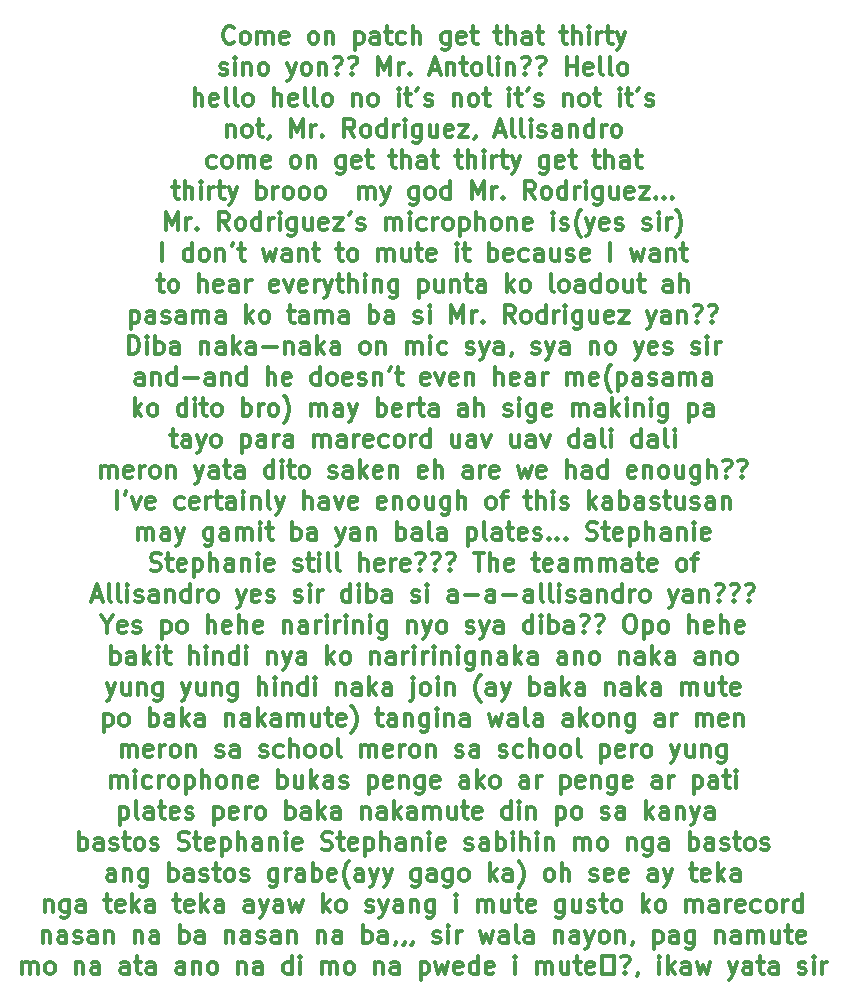
<source format=gto>
G04 #@! TF.GenerationSoftware,KiCad,Pcbnew,(5.1.4)-1*
G04 #@! TF.CreationDate,2023-02-22T10:45:21+08:00*
G04 #@! TF.ProjectId,C-13X-PCB,432d3133-582d-4504-9342-2e6b69636164,rev?*
G04 #@! TF.SameCoordinates,Original*
G04 #@! TF.FileFunction,Legend,Top*
G04 #@! TF.FilePolarity,Positive*
%FSLAX46Y46*%
G04 Gerber Fmt 4.6, Leading zero omitted, Abs format (unit mm)*
G04 Created by KiCad (PCBNEW (5.1.4)-1) date 2023-02-22 10:45:21*
%MOMM*%
%LPD*%
G04 APERTURE LIST*
%ADD10C,0.375000*%
G04 APERTURE END LIST*
D10*
X97339571Y-19326714D02*
X97268142Y-19398142D01*
X97053857Y-19469571D01*
X96911000Y-19469571D01*
X96696714Y-19398142D01*
X96553857Y-19255285D01*
X96482428Y-19112428D01*
X96411000Y-18826714D01*
X96411000Y-18612428D01*
X96482428Y-18326714D01*
X96553857Y-18183857D01*
X96696714Y-18041000D01*
X96911000Y-17969571D01*
X97053857Y-17969571D01*
X97268142Y-18041000D01*
X97339571Y-18112428D01*
X98196714Y-19469571D02*
X98053857Y-19398142D01*
X97982428Y-19326714D01*
X97911000Y-19183857D01*
X97911000Y-18755285D01*
X97982428Y-18612428D01*
X98053857Y-18541000D01*
X98196714Y-18469571D01*
X98411000Y-18469571D01*
X98553857Y-18541000D01*
X98625285Y-18612428D01*
X98696714Y-18755285D01*
X98696714Y-19183857D01*
X98625285Y-19326714D01*
X98553857Y-19398142D01*
X98411000Y-19469571D01*
X98196714Y-19469571D01*
X99339571Y-19469571D02*
X99339571Y-18469571D01*
X99339571Y-18612428D02*
X99411000Y-18541000D01*
X99553857Y-18469571D01*
X99768142Y-18469571D01*
X99911000Y-18541000D01*
X99982428Y-18683857D01*
X99982428Y-19469571D01*
X99982428Y-18683857D02*
X100053857Y-18541000D01*
X100196714Y-18469571D01*
X100411000Y-18469571D01*
X100553857Y-18541000D01*
X100625285Y-18683857D01*
X100625285Y-19469571D01*
X101911000Y-19398142D02*
X101768142Y-19469571D01*
X101482428Y-19469571D01*
X101339571Y-19398142D01*
X101268142Y-19255285D01*
X101268142Y-18683857D01*
X101339571Y-18541000D01*
X101482428Y-18469571D01*
X101768142Y-18469571D01*
X101911000Y-18541000D01*
X101982428Y-18683857D01*
X101982428Y-18826714D01*
X101268142Y-18969571D01*
X103982428Y-19469571D02*
X103839571Y-19398142D01*
X103768142Y-19326714D01*
X103696714Y-19183857D01*
X103696714Y-18755285D01*
X103768142Y-18612428D01*
X103839571Y-18541000D01*
X103982428Y-18469571D01*
X104196714Y-18469571D01*
X104339571Y-18541000D01*
X104411000Y-18612428D01*
X104482428Y-18755285D01*
X104482428Y-19183857D01*
X104411000Y-19326714D01*
X104339571Y-19398142D01*
X104196714Y-19469571D01*
X103982428Y-19469571D01*
X105125285Y-18469571D02*
X105125285Y-19469571D01*
X105125285Y-18612428D02*
X105196714Y-18541000D01*
X105339571Y-18469571D01*
X105553857Y-18469571D01*
X105696714Y-18541000D01*
X105768142Y-18683857D01*
X105768142Y-19469571D01*
X107625285Y-18469571D02*
X107625285Y-19969571D01*
X107625285Y-18541000D02*
X107768142Y-18469571D01*
X108053857Y-18469571D01*
X108196714Y-18541000D01*
X108268142Y-18612428D01*
X108339571Y-18755285D01*
X108339571Y-19183857D01*
X108268142Y-19326714D01*
X108196714Y-19398142D01*
X108053857Y-19469571D01*
X107768142Y-19469571D01*
X107625285Y-19398142D01*
X109625285Y-19469571D02*
X109625285Y-18683857D01*
X109553857Y-18541000D01*
X109411000Y-18469571D01*
X109125285Y-18469571D01*
X108982428Y-18541000D01*
X109625285Y-19398142D02*
X109482428Y-19469571D01*
X109125285Y-19469571D01*
X108982428Y-19398142D01*
X108911000Y-19255285D01*
X108911000Y-19112428D01*
X108982428Y-18969571D01*
X109125285Y-18898142D01*
X109482428Y-18898142D01*
X109625285Y-18826714D01*
X110125285Y-18469571D02*
X110696714Y-18469571D01*
X110339571Y-17969571D02*
X110339571Y-19255285D01*
X110411000Y-19398142D01*
X110553857Y-19469571D01*
X110696714Y-19469571D01*
X111839571Y-19398142D02*
X111696714Y-19469571D01*
X111411000Y-19469571D01*
X111268142Y-19398142D01*
X111196714Y-19326714D01*
X111125285Y-19183857D01*
X111125285Y-18755285D01*
X111196714Y-18612428D01*
X111268142Y-18541000D01*
X111411000Y-18469571D01*
X111696714Y-18469571D01*
X111839571Y-18541000D01*
X112482428Y-19469571D02*
X112482428Y-17969571D01*
X113125285Y-19469571D02*
X113125285Y-18683857D01*
X113053857Y-18541000D01*
X112911000Y-18469571D01*
X112696714Y-18469571D01*
X112553857Y-18541000D01*
X112482428Y-18612428D01*
X115625285Y-18469571D02*
X115625285Y-19683857D01*
X115553857Y-19826714D01*
X115482428Y-19898142D01*
X115339571Y-19969571D01*
X115125285Y-19969571D01*
X114982428Y-19898142D01*
X115625285Y-19398142D02*
X115482428Y-19469571D01*
X115196714Y-19469571D01*
X115053857Y-19398142D01*
X114982428Y-19326714D01*
X114911000Y-19183857D01*
X114911000Y-18755285D01*
X114982428Y-18612428D01*
X115053857Y-18541000D01*
X115196714Y-18469571D01*
X115482428Y-18469571D01*
X115625285Y-18541000D01*
X116911000Y-19398142D02*
X116768142Y-19469571D01*
X116482428Y-19469571D01*
X116339571Y-19398142D01*
X116268142Y-19255285D01*
X116268142Y-18683857D01*
X116339571Y-18541000D01*
X116482428Y-18469571D01*
X116768142Y-18469571D01*
X116911000Y-18541000D01*
X116982428Y-18683857D01*
X116982428Y-18826714D01*
X116268142Y-18969571D01*
X117411000Y-18469571D02*
X117982428Y-18469571D01*
X117625285Y-17969571D02*
X117625285Y-19255285D01*
X117696714Y-19398142D01*
X117839571Y-19469571D01*
X117982428Y-19469571D01*
X119411000Y-18469571D02*
X119982428Y-18469571D01*
X119625285Y-17969571D02*
X119625285Y-19255285D01*
X119696714Y-19398142D01*
X119839571Y-19469571D01*
X119982428Y-19469571D01*
X120482428Y-19469571D02*
X120482428Y-17969571D01*
X121125285Y-19469571D02*
X121125285Y-18683857D01*
X121053857Y-18541000D01*
X120911000Y-18469571D01*
X120696714Y-18469571D01*
X120553857Y-18541000D01*
X120482428Y-18612428D01*
X122482428Y-19469571D02*
X122482428Y-18683857D01*
X122411000Y-18541000D01*
X122268142Y-18469571D01*
X121982428Y-18469571D01*
X121839571Y-18541000D01*
X122482428Y-19398142D02*
X122339571Y-19469571D01*
X121982428Y-19469571D01*
X121839571Y-19398142D01*
X121768142Y-19255285D01*
X121768142Y-19112428D01*
X121839571Y-18969571D01*
X121982428Y-18898142D01*
X122339571Y-18898142D01*
X122482428Y-18826714D01*
X122982428Y-18469571D02*
X123553857Y-18469571D01*
X123196714Y-17969571D02*
X123196714Y-19255285D01*
X123268142Y-19398142D01*
X123411000Y-19469571D01*
X123553857Y-19469571D01*
X124982428Y-18469571D02*
X125553857Y-18469571D01*
X125196714Y-17969571D02*
X125196714Y-19255285D01*
X125268142Y-19398142D01*
X125411000Y-19469571D01*
X125553857Y-19469571D01*
X126053857Y-19469571D02*
X126053857Y-17969571D01*
X126696714Y-19469571D02*
X126696714Y-18683857D01*
X126625285Y-18541000D01*
X126482428Y-18469571D01*
X126268142Y-18469571D01*
X126125285Y-18541000D01*
X126053857Y-18612428D01*
X127411000Y-19469571D02*
X127411000Y-18469571D01*
X127411000Y-17969571D02*
X127339571Y-18041000D01*
X127411000Y-18112428D01*
X127482428Y-18041000D01*
X127411000Y-17969571D01*
X127411000Y-18112428D01*
X128125285Y-19469571D02*
X128125285Y-18469571D01*
X128125285Y-18755285D02*
X128196714Y-18612428D01*
X128268142Y-18541000D01*
X128411000Y-18469571D01*
X128553857Y-18469571D01*
X128839571Y-18469571D02*
X129411000Y-18469571D01*
X129053857Y-17969571D02*
X129053857Y-19255285D01*
X129125285Y-19398142D01*
X129268142Y-19469571D01*
X129411000Y-19469571D01*
X129768142Y-18469571D02*
X130125285Y-19469571D01*
X130482428Y-18469571D02*
X130125285Y-19469571D01*
X129982428Y-19826714D01*
X129911000Y-19898142D01*
X129768142Y-19969571D01*
X96160999Y-22023142D02*
X96303857Y-22094571D01*
X96589571Y-22094571D01*
X96732428Y-22023142D01*
X96803857Y-21880285D01*
X96803857Y-21808857D01*
X96732428Y-21666000D01*
X96589571Y-21594571D01*
X96375285Y-21594571D01*
X96232428Y-21523142D01*
X96160999Y-21380285D01*
X96160999Y-21308857D01*
X96232428Y-21166000D01*
X96375285Y-21094571D01*
X96589571Y-21094571D01*
X96732428Y-21166000D01*
X97446714Y-22094571D02*
X97446714Y-21094571D01*
X97446714Y-20594571D02*
X97375285Y-20666000D01*
X97446714Y-20737428D01*
X97518142Y-20666000D01*
X97446714Y-20594571D01*
X97446714Y-20737428D01*
X98160999Y-21094571D02*
X98160999Y-22094571D01*
X98160999Y-21237428D02*
X98232428Y-21166000D01*
X98375285Y-21094571D01*
X98589571Y-21094571D01*
X98732428Y-21166000D01*
X98803857Y-21308857D01*
X98803857Y-22094571D01*
X99732428Y-22094571D02*
X99589571Y-22023142D01*
X99518142Y-21951714D01*
X99446714Y-21808857D01*
X99446714Y-21380285D01*
X99518142Y-21237428D01*
X99589571Y-21166000D01*
X99732428Y-21094571D01*
X99946714Y-21094571D01*
X100089571Y-21166000D01*
X100160999Y-21237428D01*
X100232428Y-21380285D01*
X100232428Y-21808857D01*
X100160999Y-21951714D01*
X100089571Y-22023142D01*
X99946714Y-22094571D01*
X99732428Y-22094571D01*
X101875285Y-21094571D02*
X102232428Y-22094571D01*
X102589571Y-21094571D02*
X102232428Y-22094571D01*
X102089571Y-22451714D01*
X102018142Y-22523142D01*
X101875285Y-22594571D01*
X103375285Y-22094571D02*
X103232428Y-22023142D01*
X103160999Y-21951714D01*
X103089571Y-21808857D01*
X103089571Y-21380285D01*
X103160999Y-21237428D01*
X103232428Y-21166000D01*
X103375285Y-21094571D01*
X103589571Y-21094571D01*
X103732428Y-21166000D01*
X103803857Y-21237428D01*
X103875285Y-21380285D01*
X103875285Y-21808857D01*
X103803857Y-21951714D01*
X103732428Y-22023142D01*
X103589571Y-22094571D01*
X103375285Y-22094571D01*
X104518142Y-21094571D02*
X104518142Y-22094571D01*
X104518142Y-21237428D02*
X104589571Y-21166000D01*
X104732428Y-21094571D01*
X104946714Y-21094571D01*
X105089571Y-21166000D01*
X105160999Y-21308857D01*
X105160999Y-22094571D01*
X106089571Y-21951714D02*
X106160999Y-22023142D01*
X106089571Y-22094571D01*
X106018142Y-22023142D01*
X106089571Y-21951714D01*
X106089571Y-22094571D01*
X105803857Y-20666000D02*
X105946714Y-20594571D01*
X106303857Y-20594571D01*
X106446714Y-20666000D01*
X106518142Y-20808857D01*
X106518142Y-20951714D01*
X106446714Y-21094571D01*
X106375285Y-21166000D01*
X106232428Y-21237428D01*
X106160999Y-21308857D01*
X106089571Y-21451714D01*
X106089571Y-21523142D01*
X107375285Y-21951714D02*
X107446714Y-22023142D01*
X107375285Y-22094571D01*
X107303857Y-22023142D01*
X107375285Y-21951714D01*
X107375285Y-22094571D01*
X107089571Y-20666000D02*
X107232428Y-20594571D01*
X107589571Y-20594571D01*
X107732428Y-20666000D01*
X107803857Y-20808857D01*
X107803857Y-20951714D01*
X107732428Y-21094571D01*
X107660999Y-21166000D01*
X107518142Y-21237428D01*
X107446714Y-21308857D01*
X107375285Y-21451714D01*
X107375285Y-21523142D01*
X109589571Y-22094571D02*
X109589571Y-20594571D01*
X110089571Y-21666000D01*
X110589571Y-20594571D01*
X110589571Y-22094571D01*
X111303857Y-22094571D02*
X111303857Y-21094571D01*
X111303857Y-21380285D02*
X111375285Y-21237428D01*
X111446714Y-21166000D01*
X111589571Y-21094571D01*
X111732428Y-21094571D01*
X112232428Y-21951714D02*
X112303857Y-22023142D01*
X112232428Y-22094571D01*
X112160999Y-22023142D01*
X112232428Y-21951714D01*
X112232428Y-22094571D01*
X114018142Y-21666000D02*
X114732428Y-21666000D01*
X113875285Y-22094571D02*
X114375285Y-20594571D01*
X114875285Y-22094571D01*
X115375285Y-21094571D02*
X115375285Y-22094571D01*
X115375285Y-21237428D02*
X115446714Y-21166000D01*
X115589571Y-21094571D01*
X115803857Y-21094571D01*
X115946714Y-21166000D01*
X116018142Y-21308857D01*
X116018142Y-22094571D01*
X116518142Y-21094571D02*
X117089571Y-21094571D01*
X116732428Y-20594571D02*
X116732428Y-21880285D01*
X116803857Y-22023142D01*
X116946714Y-22094571D01*
X117089571Y-22094571D01*
X117803857Y-22094571D02*
X117660999Y-22023142D01*
X117589571Y-21951714D01*
X117518142Y-21808857D01*
X117518142Y-21380285D01*
X117589571Y-21237428D01*
X117660999Y-21166000D01*
X117803857Y-21094571D01*
X118018142Y-21094571D01*
X118160999Y-21166000D01*
X118232428Y-21237428D01*
X118303857Y-21380285D01*
X118303857Y-21808857D01*
X118232428Y-21951714D01*
X118160999Y-22023142D01*
X118018142Y-22094571D01*
X117803857Y-22094571D01*
X119160999Y-22094571D02*
X119018142Y-22023142D01*
X118946714Y-21880285D01*
X118946714Y-20594571D01*
X119732428Y-22094571D02*
X119732428Y-21094571D01*
X119732428Y-20594571D02*
X119661000Y-20666000D01*
X119732428Y-20737428D01*
X119803857Y-20666000D01*
X119732428Y-20594571D01*
X119732428Y-20737428D01*
X120446714Y-21094571D02*
X120446714Y-22094571D01*
X120446714Y-21237428D02*
X120518142Y-21166000D01*
X120660999Y-21094571D01*
X120875285Y-21094571D01*
X121018142Y-21166000D01*
X121089571Y-21308857D01*
X121089571Y-22094571D01*
X122018142Y-21951714D02*
X122089571Y-22023142D01*
X122018142Y-22094571D01*
X121946714Y-22023142D01*
X122018142Y-21951714D01*
X122018142Y-22094571D01*
X121732428Y-20666000D02*
X121875285Y-20594571D01*
X122232428Y-20594571D01*
X122375285Y-20666000D01*
X122446714Y-20808857D01*
X122446714Y-20951714D01*
X122375285Y-21094571D01*
X122303857Y-21166000D01*
X122160999Y-21237428D01*
X122089571Y-21308857D01*
X122018142Y-21451714D01*
X122018142Y-21523142D01*
X123303857Y-21951714D02*
X123375285Y-22023142D01*
X123303857Y-22094571D01*
X123232428Y-22023142D01*
X123303857Y-21951714D01*
X123303857Y-22094571D01*
X123018142Y-20666000D02*
X123161000Y-20594571D01*
X123518142Y-20594571D01*
X123661000Y-20666000D01*
X123732428Y-20808857D01*
X123732428Y-20951714D01*
X123661000Y-21094571D01*
X123589571Y-21166000D01*
X123446714Y-21237428D01*
X123375285Y-21308857D01*
X123303857Y-21451714D01*
X123303857Y-21523142D01*
X125518142Y-22094571D02*
X125518142Y-20594571D01*
X125518142Y-21308857D02*
X126375285Y-21308857D01*
X126375285Y-22094571D02*
X126375285Y-20594571D01*
X127661000Y-22023142D02*
X127518142Y-22094571D01*
X127232428Y-22094571D01*
X127089571Y-22023142D01*
X127018142Y-21880285D01*
X127018142Y-21308857D01*
X127089571Y-21166000D01*
X127232428Y-21094571D01*
X127518142Y-21094571D01*
X127661000Y-21166000D01*
X127732428Y-21308857D01*
X127732428Y-21451714D01*
X127018142Y-21594571D01*
X128589571Y-22094571D02*
X128446714Y-22023142D01*
X128375285Y-21880285D01*
X128375285Y-20594571D01*
X129375285Y-22094571D02*
X129232428Y-22023142D01*
X129161000Y-21880285D01*
X129161000Y-20594571D01*
X130161000Y-22094571D02*
X130018142Y-22023142D01*
X129946714Y-21951714D01*
X129875285Y-21808857D01*
X129875285Y-21380285D01*
X129946714Y-21237428D01*
X130018142Y-21166000D01*
X130161000Y-21094571D01*
X130375285Y-21094571D01*
X130518142Y-21166000D01*
X130589571Y-21237428D01*
X130661000Y-21380285D01*
X130661000Y-21808857D01*
X130589571Y-21951714D01*
X130518142Y-22023142D01*
X130375285Y-22094571D01*
X130161000Y-22094571D01*
X94018142Y-24719571D02*
X94018142Y-23219571D01*
X94661000Y-24719571D02*
X94661000Y-23933857D01*
X94589571Y-23791000D01*
X94446714Y-23719571D01*
X94232428Y-23719571D01*
X94089571Y-23791000D01*
X94018142Y-23862428D01*
X95946714Y-24648142D02*
X95803857Y-24719571D01*
X95518142Y-24719571D01*
X95375285Y-24648142D01*
X95303857Y-24505285D01*
X95303857Y-23933857D01*
X95375285Y-23791000D01*
X95518142Y-23719571D01*
X95803857Y-23719571D01*
X95946714Y-23791000D01*
X96018142Y-23933857D01*
X96018142Y-24076714D01*
X95303857Y-24219571D01*
X96875285Y-24719571D02*
X96732428Y-24648142D01*
X96661000Y-24505285D01*
X96661000Y-23219571D01*
X97661000Y-24719571D02*
X97518142Y-24648142D01*
X97446714Y-24505285D01*
X97446714Y-23219571D01*
X98446714Y-24719571D02*
X98303857Y-24648142D01*
X98232428Y-24576714D01*
X98161000Y-24433857D01*
X98161000Y-24005285D01*
X98232428Y-23862428D01*
X98303857Y-23791000D01*
X98446714Y-23719571D01*
X98661000Y-23719571D01*
X98803857Y-23791000D01*
X98875285Y-23862428D01*
X98946714Y-24005285D01*
X98946714Y-24433857D01*
X98875285Y-24576714D01*
X98803857Y-24648142D01*
X98661000Y-24719571D01*
X98446714Y-24719571D01*
X100732428Y-24719571D02*
X100732428Y-23219571D01*
X101375285Y-24719571D02*
X101375285Y-23933857D01*
X101303857Y-23791000D01*
X101161000Y-23719571D01*
X100946714Y-23719571D01*
X100803857Y-23791000D01*
X100732428Y-23862428D01*
X102661000Y-24648142D02*
X102518142Y-24719571D01*
X102232428Y-24719571D01*
X102089571Y-24648142D01*
X102018142Y-24505285D01*
X102018142Y-23933857D01*
X102089571Y-23791000D01*
X102232428Y-23719571D01*
X102518142Y-23719571D01*
X102661000Y-23791000D01*
X102732428Y-23933857D01*
X102732428Y-24076714D01*
X102018142Y-24219571D01*
X103589571Y-24719571D02*
X103446714Y-24648142D01*
X103375285Y-24505285D01*
X103375285Y-23219571D01*
X104375285Y-24719571D02*
X104232428Y-24648142D01*
X104161000Y-24505285D01*
X104161000Y-23219571D01*
X105161000Y-24719571D02*
X105018142Y-24648142D01*
X104946714Y-24576714D01*
X104875285Y-24433857D01*
X104875285Y-24005285D01*
X104946714Y-23862428D01*
X105018142Y-23791000D01*
X105161000Y-23719571D01*
X105375285Y-23719571D01*
X105518142Y-23791000D01*
X105589571Y-23862428D01*
X105661000Y-24005285D01*
X105661000Y-24433857D01*
X105589571Y-24576714D01*
X105518142Y-24648142D01*
X105375285Y-24719571D01*
X105161000Y-24719571D01*
X107446714Y-23719571D02*
X107446714Y-24719571D01*
X107446714Y-23862428D02*
X107518142Y-23791000D01*
X107661000Y-23719571D01*
X107875285Y-23719571D01*
X108018142Y-23791000D01*
X108089571Y-23933857D01*
X108089571Y-24719571D01*
X109018142Y-24719571D02*
X108875285Y-24648142D01*
X108803857Y-24576714D01*
X108732428Y-24433857D01*
X108732428Y-24005285D01*
X108803857Y-23862428D01*
X108875285Y-23791000D01*
X109018142Y-23719571D01*
X109232428Y-23719571D01*
X109375285Y-23791000D01*
X109446714Y-23862428D01*
X109518142Y-24005285D01*
X109518142Y-24433857D01*
X109446714Y-24576714D01*
X109375285Y-24648142D01*
X109232428Y-24719571D01*
X109018142Y-24719571D01*
X111303857Y-24719571D02*
X111303857Y-23719571D01*
X111303857Y-23219571D02*
X111232428Y-23291000D01*
X111303857Y-23362428D01*
X111375285Y-23291000D01*
X111303857Y-23219571D01*
X111303857Y-23362428D01*
X111803857Y-23719571D02*
X112375285Y-23719571D01*
X112018142Y-23219571D02*
X112018142Y-24505285D01*
X112089571Y-24648142D01*
X112232428Y-24719571D01*
X112375285Y-24719571D01*
X112946714Y-23219571D02*
X112803857Y-23505285D01*
X113518142Y-24648142D02*
X113661000Y-24719571D01*
X113946714Y-24719571D01*
X114089571Y-24648142D01*
X114161000Y-24505285D01*
X114161000Y-24433857D01*
X114089571Y-24291000D01*
X113946714Y-24219571D01*
X113732428Y-24219571D01*
X113589571Y-24148142D01*
X113518142Y-24005285D01*
X113518142Y-23933857D01*
X113589571Y-23791000D01*
X113732428Y-23719571D01*
X113946714Y-23719571D01*
X114089571Y-23791000D01*
X115946714Y-23719571D02*
X115946714Y-24719571D01*
X115946714Y-23862428D02*
X116018142Y-23791000D01*
X116160999Y-23719571D01*
X116375285Y-23719571D01*
X116518142Y-23791000D01*
X116589571Y-23933857D01*
X116589571Y-24719571D01*
X117518142Y-24719571D02*
X117375285Y-24648142D01*
X117303857Y-24576714D01*
X117232428Y-24433857D01*
X117232428Y-24005285D01*
X117303857Y-23862428D01*
X117375285Y-23791000D01*
X117518142Y-23719571D01*
X117732428Y-23719571D01*
X117875285Y-23791000D01*
X117946714Y-23862428D01*
X118018142Y-24005285D01*
X118018142Y-24433857D01*
X117946714Y-24576714D01*
X117875285Y-24648142D01*
X117732428Y-24719571D01*
X117518142Y-24719571D01*
X118446714Y-23719571D02*
X119018142Y-23719571D01*
X118661000Y-23219571D02*
X118661000Y-24505285D01*
X118732428Y-24648142D01*
X118875285Y-24719571D01*
X119018142Y-24719571D01*
X120661000Y-24719571D02*
X120661000Y-23719571D01*
X120661000Y-23219571D02*
X120589571Y-23291000D01*
X120661000Y-23362428D01*
X120732428Y-23291000D01*
X120661000Y-23219571D01*
X120661000Y-23362428D01*
X121160999Y-23719571D02*
X121732428Y-23719571D01*
X121375285Y-23219571D02*
X121375285Y-24505285D01*
X121446714Y-24648142D01*
X121589571Y-24719571D01*
X121732428Y-24719571D01*
X122303857Y-23219571D02*
X122161000Y-23505285D01*
X122875285Y-24648142D02*
X123018142Y-24719571D01*
X123303857Y-24719571D01*
X123446714Y-24648142D01*
X123518142Y-24505285D01*
X123518142Y-24433857D01*
X123446714Y-24291000D01*
X123303857Y-24219571D01*
X123089571Y-24219571D01*
X122946714Y-24148142D01*
X122875285Y-24005285D01*
X122875285Y-23933857D01*
X122946714Y-23791000D01*
X123089571Y-23719571D01*
X123303857Y-23719571D01*
X123446714Y-23791000D01*
X125303857Y-23719571D02*
X125303857Y-24719571D01*
X125303857Y-23862428D02*
X125375285Y-23791000D01*
X125518142Y-23719571D01*
X125732428Y-23719571D01*
X125875285Y-23791000D01*
X125946714Y-23933857D01*
X125946714Y-24719571D01*
X126875285Y-24719571D02*
X126732428Y-24648142D01*
X126660999Y-24576714D01*
X126589571Y-24433857D01*
X126589571Y-24005285D01*
X126660999Y-23862428D01*
X126732428Y-23791000D01*
X126875285Y-23719571D01*
X127089571Y-23719571D01*
X127232428Y-23791000D01*
X127303857Y-23862428D01*
X127375285Y-24005285D01*
X127375285Y-24433857D01*
X127303857Y-24576714D01*
X127232428Y-24648142D01*
X127089571Y-24719571D01*
X126875285Y-24719571D01*
X127803857Y-23719571D02*
X128375285Y-23719571D01*
X128018142Y-23219571D02*
X128018142Y-24505285D01*
X128089571Y-24648142D01*
X128232428Y-24719571D01*
X128375285Y-24719571D01*
X130018142Y-24719571D02*
X130018142Y-23719571D01*
X130018142Y-23219571D02*
X129946714Y-23291000D01*
X130018142Y-23362428D01*
X130089571Y-23291000D01*
X130018142Y-23219571D01*
X130018142Y-23362428D01*
X130518142Y-23719571D02*
X131089571Y-23719571D01*
X130732428Y-23219571D02*
X130732428Y-24505285D01*
X130803857Y-24648142D01*
X130946714Y-24719571D01*
X131089571Y-24719571D01*
X131660999Y-23219571D02*
X131518142Y-23505285D01*
X132232428Y-24648142D02*
X132375285Y-24719571D01*
X132661000Y-24719571D01*
X132803857Y-24648142D01*
X132875285Y-24505285D01*
X132875285Y-24433857D01*
X132803857Y-24291000D01*
X132661000Y-24219571D01*
X132446714Y-24219571D01*
X132303857Y-24148142D01*
X132232428Y-24005285D01*
X132232428Y-23933857D01*
X132303857Y-23791000D01*
X132446714Y-23719571D01*
X132661000Y-23719571D01*
X132803857Y-23791000D01*
X96768142Y-26344571D02*
X96768142Y-27344571D01*
X96768142Y-26487428D02*
X96839571Y-26416000D01*
X96982428Y-26344571D01*
X97196714Y-26344571D01*
X97339571Y-26416000D01*
X97411000Y-26558857D01*
X97411000Y-27344571D01*
X98339571Y-27344571D02*
X98196714Y-27273142D01*
X98125285Y-27201714D01*
X98053857Y-27058857D01*
X98053857Y-26630285D01*
X98125285Y-26487428D01*
X98196714Y-26416000D01*
X98339571Y-26344571D01*
X98553857Y-26344571D01*
X98696714Y-26416000D01*
X98768142Y-26487428D01*
X98839571Y-26630285D01*
X98839571Y-27058857D01*
X98768142Y-27201714D01*
X98696714Y-27273142D01*
X98553857Y-27344571D01*
X98339571Y-27344571D01*
X99268142Y-26344571D02*
X99839571Y-26344571D01*
X99482428Y-25844571D02*
X99482428Y-27130285D01*
X99553857Y-27273142D01*
X99696714Y-27344571D01*
X99839571Y-27344571D01*
X100411000Y-27273142D02*
X100411000Y-27344571D01*
X100339571Y-27487428D01*
X100268142Y-27558857D01*
X102196714Y-27344571D02*
X102196714Y-25844571D01*
X102696714Y-26916000D01*
X103196714Y-25844571D01*
X103196714Y-27344571D01*
X103911000Y-27344571D02*
X103911000Y-26344571D01*
X103911000Y-26630285D02*
X103982428Y-26487428D01*
X104053857Y-26416000D01*
X104196714Y-26344571D01*
X104339571Y-26344571D01*
X104839571Y-27201714D02*
X104911000Y-27273142D01*
X104839571Y-27344571D01*
X104768142Y-27273142D01*
X104839571Y-27201714D01*
X104839571Y-27344571D01*
X107553857Y-27344571D02*
X107053857Y-26630285D01*
X106696714Y-27344571D02*
X106696714Y-25844571D01*
X107268142Y-25844571D01*
X107411000Y-25916000D01*
X107482428Y-25987428D01*
X107553857Y-26130285D01*
X107553857Y-26344571D01*
X107482428Y-26487428D01*
X107411000Y-26558857D01*
X107268142Y-26630285D01*
X106696714Y-26630285D01*
X108411000Y-27344571D02*
X108268142Y-27273142D01*
X108196714Y-27201714D01*
X108125285Y-27058857D01*
X108125285Y-26630285D01*
X108196714Y-26487428D01*
X108268142Y-26416000D01*
X108411000Y-26344571D01*
X108625285Y-26344571D01*
X108768142Y-26416000D01*
X108839571Y-26487428D01*
X108911000Y-26630285D01*
X108911000Y-27058857D01*
X108839571Y-27201714D01*
X108768142Y-27273142D01*
X108625285Y-27344571D01*
X108411000Y-27344571D01*
X110196714Y-27344571D02*
X110196714Y-25844571D01*
X110196714Y-27273142D02*
X110053857Y-27344571D01*
X109768142Y-27344571D01*
X109625285Y-27273142D01*
X109553857Y-27201714D01*
X109482428Y-27058857D01*
X109482428Y-26630285D01*
X109553857Y-26487428D01*
X109625285Y-26416000D01*
X109768142Y-26344571D01*
X110053857Y-26344571D01*
X110196714Y-26416000D01*
X110911000Y-27344571D02*
X110911000Y-26344571D01*
X110911000Y-26630285D02*
X110982428Y-26487428D01*
X111053857Y-26416000D01*
X111196714Y-26344571D01*
X111339571Y-26344571D01*
X111839571Y-27344571D02*
X111839571Y-26344571D01*
X111839571Y-25844571D02*
X111768142Y-25916000D01*
X111839571Y-25987428D01*
X111911000Y-25916000D01*
X111839571Y-25844571D01*
X111839571Y-25987428D01*
X113196714Y-26344571D02*
X113196714Y-27558857D01*
X113125285Y-27701714D01*
X113053857Y-27773142D01*
X112911000Y-27844571D01*
X112696714Y-27844571D01*
X112553857Y-27773142D01*
X113196714Y-27273142D02*
X113053857Y-27344571D01*
X112768142Y-27344571D01*
X112625285Y-27273142D01*
X112553857Y-27201714D01*
X112482428Y-27058857D01*
X112482428Y-26630285D01*
X112553857Y-26487428D01*
X112625285Y-26416000D01*
X112768142Y-26344571D01*
X113053857Y-26344571D01*
X113196714Y-26416000D01*
X114553857Y-26344571D02*
X114553857Y-27344571D01*
X113911000Y-26344571D02*
X113911000Y-27130285D01*
X113982428Y-27273142D01*
X114125285Y-27344571D01*
X114339571Y-27344571D01*
X114482428Y-27273142D01*
X114553857Y-27201714D01*
X115839571Y-27273142D02*
X115696714Y-27344571D01*
X115411000Y-27344571D01*
X115268142Y-27273142D01*
X115196714Y-27130285D01*
X115196714Y-26558857D01*
X115268142Y-26416000D01*
X115411000Y-26344571D01*
X115696714Y-26344571D01*
X115839571Y-26416000D01*
X115911000Y-26558857D01*
X115911000Y-26701714D01*
X115196714Y-26844571D01*
X116411000Y-26344571D02*
X117196714Y-26344571D01*
X116411000Y-27344571D01*
X117196714Y-27344571D01*
X117839571Y-27273142D02*
X117839571Y-27344571D01*
X117768142Y-27487428D01*
X117696714Y-27558857D01*
X119553857Y-26916000D02*
X120268142Y-26916000D01*
X119411000Y-27344571D02*
X119911000Y-25844571D01*
X120411000Y-27344571D01*
X121125285Y-27344571D02*
X120982428Y-27273142D01*
X120911000Y-27130285D01*
X120911000Y-25844571D01*
X121911000Y-27344571D02*
X121768142Y-27273142D01*
X121696714Y-27130285D01*
X121696714Y-25844571D01*
X122482428Y-27344571D02*
X122482428Y-26344571D01*
X122482428Y-25844571D02*
X122411000Y-25916000D01*
X122482428Y-25987428D01*
X122553857Y-25916000D01*
X122482428Y-25844571D01*
X122482428Y-25987428D01*
X123125285Y-27273142D02*
X123268142Y-27344571D01*
X123553857Y-27344571D01*
X123696714Y-27273142D01*
X123768142Y-27130285D01*
X123768142Y-27058857D01*
X123696714Y-26916000D01*
X123553857Y-26844571D01*
X123339571Y-26844571D01*
X123196714Y-26773142D01*
X123125285Y-26630285D01*
X123125285Y-26558857D01*
X123196714Y-26416000D01*
X123339571Y-26344571D01*
X123553857Y-26344571D01*
X123696714Y-26416000D01*
X125053857Y-27344571D02*
X125053857Y-26558857D01*
X124982428Y-26416000D01*
X124839571Y-26344571D01*
X124553857Y-26344571D01*
X124411000Y-26416000D01*
X125053857Y-27273142D02*
X124911000Y-27344571D01*
X124553857Y-27344571D01*
X124411000Y-27273142D01*
X124339571Y-27130285D01*
X124339571Y-26987428D01*
X124411000Y-26844571D01*
X124553857Y-26773142D01*
X124911000Y-26773142D01*
X125053857Y-26701714D01*
X125768142Y-26344571D02*
X125768142Y-27344571D01*
X125768142Y-26487428D02*
X125839571Y-26416000D01*
X125982428Y-26344571D01*
X126196714Y-26344571D01*
X126339571Y-26416000D01*
X126411000Y-26558857D01*
X126411000Y-27344571D01*
X127768142Y-27344571D02*
X127768142Y-25844571D01*
X127768142Y-27273142D02*
X127625285Y-27344571D01*
X127339571Y-27344571D01*
X127196714Y-27273142D01*
X127125285Y-27201714D01*
X127053857Y-27058857D01*
X127053857Y-26630285D01*
X127125285Y-26487428D01*
X127196714Y-26416000D01*
X127339571Y-26344571D01*
X127625285Y-26344571D01*
X127768142Y-26416000D01*
X128482428Y-27344571D02*
X128482428Y-26344571D01*
X128482428Y-26630285D02*
X128553857Y-26487428D01*
X128625285Y-26416000D01*
X128768142Y-26344571D01*
X128911000Y-26344571D01*
X129625285Y-27344571D02*
X129482428Y-27273142D01*
X129411000Y-27201714D01*
X129339571Y-27058857D01*
X129339571Y-26630285D01*
X129411000Y-26487428D01*
X129482428Y-26416000D01*
X129625285Y-26344571D01*
X129839571Y-26344571D01*
X129982428Y-26416000D01*
X130053857Y-26487428D01*
X130125285Y-26630285D01*
X130125285Y-27058857D01*
X130053857Y-27201714D01*
X129982428Y-27273142D01*
X129839571Y-27344571D01*
X129625285Y-27344571D01*
X95803857Y-29898142D02*
X95660999Y-29969571D01*
X95375285Y-29969571D01*
X95232428Y-29898142D01*
X95160999Y-29826714D01*
X95089571Y-29683857D01*
X95089571Y-29255285D01*
X95160999Y-29112428D01*
X95232428Y-29041000D01*
X95375285Y-28969571D01*
X95660999Y-28969571D01*
X95803857Y-29041000D01*
X96660999Y-29969571D02*
X96518142Y-29898142D01*
X96446714Y-29826714D01*
X96375285Y-29683857D01*
X96375285Y-29255285D01*
X96446714Y-29112428D01*
X96518142Y-29041000D01*
X96660999Y-28969571D01*
X96875285Y-28969571D01*
X97018142Y-29041000D01*
X97089571Y-29112428D01*
X97160999Y-29255285D01*
X97160999Y-29683857D01*
X97089571Y-29826714D01*
X97018142Y-29898142D01*
X96875285Y-29969571D01*
X96660999Y-29969571D01*
X97803857Y-29969571D02*
X97803857Y-28969571D01*
X97803857Y-29112428D02*
X97875285Y-29041000D01*
X98018142Y-28969571D01*
X98232428Y-28969571D01*
X98375285Y-29041000D01*
X98446714Y-29183857D01*
X98446714Y-29969571D01*
X98446714Y-29183857D02*
X98518142Y-29041000D01*
X98660999Y-28969571D01*
X98875285Y-28969571D01*
X99018142Y-29041000D01*
X99089571Y-29183857D01*
X99089571Y-29969571D01*
X100375285Y-29898142D02*
X100232428Y-29969571D01*
X99946714Y-29969571D01*
X99803857Y-29898142D01*
X99732428Y-29755285D01*
X99732428Y-29183857D01*
X99803857Y-29041000D01*
X99946714Y-28969571D01*
X100232428Y-28969571D01*
X100375285Y-29041000D01*
X100446714Y-29183857D01*
X100446714Y-29326714D01*
X99732428Y-29469571D01*
X102446714Y-29969571D02*
X102303857Y-29898142D01*
X102232428Y-29826714D01*
X102160999Y-29683857D01*
X102160999Y-29255285D01*
X102232428Y-29112428D01*
X102303857Y-29041000D01*
X102446714Y-28969571D01*
X102660999Y-28969571D01*
X102803857Y-29041000D01*
X102875285Y-29112428D01*
X102946714Y-29255285D01*
X102946714Y-29683857D01*
X102875285Y-29826714D01*
X102803857Y-29898142D01*
X102660999Y-29969571D01*
X102446714Y-29969571D01*
X103589571Y-28969571D02*
X103589571Y-29969571D01*
X103589571Y-29112428D02*
X103660999Y-29041000D01*
X103803857Y-28969571D01*
X104018142Y-28969571D01*
X104160999Y-29041000D01*
X104232428Y-29183857D01*
X104232428Y-29969571D01*
X106732428Y-28969571D02*
X106732428Y-30183857D01*
X106660999Y-30326714D01*
X106589571Y-30398142D01*
X106446714Y-30469571D01*
X106232428Y-30469571D01*
X106089571Y-30398142D01*
X106732428Y-29898142D02*
X106589571Y-29969571D01*
X106303857Y-29969571D01*
X106160999Y-29898142D01*
X106089571Y-29826714D01*
X106018142Y-29683857D01*
X106018142Y-29255285D01*
X106089571Y-29112428D01*
X106160999Y-29041000D01*
X106303857Y-28969571D01*
X106589571Y-28969571D01*
X106732428Y-29041000D01*
X108018142Y-29898142D02*
X107875285Y-29969571D01*
X107589571Y-29969571D01*
X107446714Y-29898142D01*
X107375285Y-29755285D01*
X107375285Y-29183857D01*
X107446714Y-29041000D01*
X107589571Y-28969571D01*
X107875285Y-28969571D01*
X108018142Y-29041000D01*
X108089571Y-29183857D01*
X108089571Y-29326714D01*
X107375285Y-29469571D01*
X108518142Y-28969571D02*
X109089571Y-28969571D01*
X108732428Y-28469571D02*
X108732428Y-29755285D01*
X108803857Y-29898142D01*
X108946714Y-29969571D01*
X109089571Y-29969571D01*
X110518142Y-28969571D02*
X111089571Y-28969571D01*
X110732428Y-28469571D02*
X110732428Y-29755285D01*
X110803857Y-29898142D01*
X110946714Y-29969571D01*
X111089571Y-29969571D01*
X111589571Y-29969571D02*
X111589571Y-28469571D01*
X112232428Y-29969571D02*
X112232428Y-29183857D01*
X112160999Y-29041000D01*
X112018142Y-28969571D01*
X111803857Y-28969571D01*
X111660999Y-29041000D01*
X111589571Y-29112428D01*
X113589571Y-29969571D02*
X113589571Y-29183857D01*
X113518142Y-29041000D01*
X113375285Y-28969571D01*
X113089571Y-28969571D01*
X112946714Y-29041000D01*
X113589571Y-29898142D02*
X113446714Y-29969571D01*
X113089571Y-29969571D01*
X112946714Y-29898142D01*
X112875285Y-29755285D01*
X112875285Y-29612428D01*
X112946714Y-29469571D01*
X113089571Y-29398142D01*
X113446714Y-29398142D01*
X113589571Y-29326714D01*
X114089571Y-28969571D02*
X114660999Y-28969571D01*
X114303857Y-28469571D02*
X114303857Y-29755285D01*
X114375285Y-29898142D01*
X114518142Y-29969571D01*
X114660999Y-29969571D01*
X116089571Y-28969571D02*
X116660999Y-28969571D01*
X116303857Y-28469571D02*
X116303857Y-29755285D01*
X116375285Y-29898142D01*
X116518142Y-29969571D01*
X116660999Y-29969571D01*
X117160999Y-29969571D02*
X117160999Y-28469571D01*
X117803857Y-29969571D02*
X117803857Y-29183857D01*
X117732428Y-29041000D01*
X117589571Y-28969571D01*
X117375285Y-28969571D01*
X117232428Y-29041000D01*
X117160999Y-29112428D01*
X118518142Y-29969571D02*
X118518142Y-28969571D01*
X118518142Y-28469571D02*
X118446714Y-28541000D01*
X118518142Y-28612428D01*
X118589571Y-28541000D01*
X118518142Y-28469571D01*
X118518142Y-28612428D01*
X119232428Y-29969571D02*
X119232428Y-28969571D01*
X119232428Y-29255285D02*
X119303857Y-29112428D01*
X119375285Y-29041000D01*
X119518142Y-28969571D01*
X119660999Y-28969571D01*
X119946714Y-28969571D02*
X120518142Y-28969571D01*
X120160999Y-28469571D02*
X120160999Y-29755285D01*
X120232428Y-29898142D01*
X120375285Y-29969571D01*
X120518142Y-29969571D01*
X120875285Y-28969571D02*
X121232428Y-29969571D01*
X121589571Y-28969571D02*
X121232428Y-29969571D01*
X121089571Y-30326714D01*
X121018142Y-30398142D01*
X120875285Y-30469571D01*
X123946714Y-28969571D02*
X123946714Y-30183857D01*
X123875285Y-30326714D01*
X123803857Y-30398142D01*
X123660999Y-30469571D01*
X123446714Y-30469571D01*
X123303857Y-30398142D01*
X123946714Y-29898142D02*
X123803857Y-29969571D01*
X123518142Y-29969571D01*
X123375285Y-29898142D01*
X123303857Y-29826714D01*
X123232428Y-29683857D01*
X123232428Y-29255285D01*
X123303857Y-29112428D01*
X123375285Y-29041000D01*
X123518142Y-28969571D01*
X123803857Y-28969571D01*
X123946714Y-29041000D01*
X125232428Y-29898142D02*
X125089571Y-29969571D01*
X124803857Y-29969571D01*
X124660999Y-29898142D01*
X124589571Y-29755285D01*
X124589571Y-29183857D01*
X124660999Y-29041000D01*
X124803857Y-28969571D01*
X125089571Y-28969571D01*
X125232428Y-29041000D01*
X125303857Y-29183857D01*
X125303857Y-29326714D01*
X124589571Y-29469571D01*
X125732428Y-28969571D02*
X126303857Y-28969571D01*
X125946714Y-28469571D02*
X125946714Y-29755285D01*
X126018142Y-29898142D01*
X126160999Y-29969571D01*
X126303857Y-29969571D01*
X127732428Y-28969571D02*
X128303857Y-28969571D01*
X127946714Y-28469571D02*
X127946714Y-29755285D01*
X128018142Y-29898142D01*
X128160999Y-29969571D01*
X128303857Y-29969571D01*
X128803857Y-29969571D02*
X128803857Y-28469571D01*
X129446714Y-29969571D02*
X129446714Y-29183857D01*
X129375285Y-29041000D01*
X129232428Y-28969571D01*
X129018142Y-28969571D01*
X128875285Y-29041000D01*
X128803857Y-29112428D01*
X130803857Y-29969571D02*
X130803857Y-29183857D01*
X130732428Y-29041000D01*
X130589571Y-28969571D01*
X130303857Y-28969571D01*
X130161000Y-29041000D01*
X130803857Y-29898142D02*
X130661000Y-29969571D01*
X130303857Y-29969571D01*
X130161000Y-29898142D01*
X130089571Y-29755285D01*
X130089571Y-29612428D01*
X130161000Y-29469571D01*
X130303857Y-29398142D01*
X130661000Y-29398142D01*
X130803857Y-29326714D01*
X131303857Y-28969571D02*
X131875285Y-28969571D01*
X131518142Y-28469571D02*
X131518142Y-29755285D01*
X131589571Y-29898142D01*
X131732428Y-29969571D01*
X131875285Y-29969571D01*
X92125285Y-31594571D02*
X92696714Y-31594571D01*
X92339571Y-31094571D02*
X92339571Y-32380285D01*
X92411000Y-32523142D01*
X92553857Y-32594571D01*
X92696714Y-32594571D01*
X93196714Y-32594571D02*
X93196714Y-31094571D01*
X93839571Y-32594571D02*
X93839571Y-31808857D01*
X93768142Y-31666000D01*
X93625285Y-31594571D01*
X93411000Y-31594571D01*
X93268142Y-31666000D01*
X93196714Y-31737428D01*
X94553857Y-32594571D02*
X94553857Y-31594571D01*
X94553857Y-31094571D02*
X94482428Y-31166000D01*
X94553857Y-31237428D01*
X94625285Y-31166000D01*
X94553857Y-31094571D01*
X94553857Y-31237428D01*
X95268142Y-32594571D02*
X95268142Y-31594571D01*
X95268142Y-31880285D02*
X95339571Y-31737428D01*
X95411000Y-31666000D01*
X95553857Y-31594571D01*
X95696714Y-31594571D01*
X95982428Y-31594571D02*
X96553857Y-31594571D01*
X96196714Y-31094571D02*
X96196714Y-32380285D01*
X96268142Y-32523142D01*
X96411000Y-32594571D01*
X96553857Y-32594571D01*
X96911000Y-31594571D02*
X97268142Y-32594571D01*
X97625285Y-31594571D02*
X97268142Y-32594571D01*
X97125285Y-32951714D01*
X97053857Y-33023142D01*
X96911000Y-33094571D01*
X99339571Y-32594571D02*
X99339571Y-31094571D01*
X99339571Y-31666000D02*
X99482428Y-31594571D01*
X99768142Y-31594571D01*
X99911000Y-31666000D01*
X99982428Y-31737428D01*
X100053857Y-31880285D01*
X100053857Y-32308857D01*
X99982428Y-32451714D01*
X99911000Y-32523142D01*
X99768142Y-32594571D01*
X99482428Y-32594571D01*
X99339571Y-32523142D01*
X100696714Y-32594571D02*
X100696714Y-31594571D01*
X100696714Y-31880285D02*
X100768142Y-31737428D01*
X100839571Y-31666000D01*
X100982428Y-31594571D01*
X101125285Y-31594571D01*
X101839571Y-32594571D02*
X101696714Y-32523142D01*
X101625285Y-32451714D01*
X101553857Y-32308857D01*
X101553857Y-31880285D01*
X101625285Y-31737428D01*
X101696714Y-31666000D01*
X101839571Y-31594571D01*
X102053857Y-31594571D01*
X102196714Y-31666000D01*
X102268142Y-31737428D01*
X102339571Y-31880285D01*
X102339571Y-32308857D01*
X102268142Y-32451714D01*
X102196714Y-32523142D01*
X102053857Y-32594571D01*
X101839571Y-32594571D01*
X103196714Y-32594571D02*
X103053857Y-32523142D01*
X102982428Y-32451714D01*
X102911000Y-32308857D01*
X102911000Y-31880285D01*
X102982428Y-31737428D01*
X103053857Y-31666000D01*
X103196714Y-31594571D01*
X103411000Y-31594571D01*
X103553857Y-31666000D01*
X103625285Y-31737428D01*
X103696714Y-31880285D01*
X103696714Y-32308857D01*
X103625285Y-32451714D01*
X103553857Y-32523142D01*
X103411000Y-32594571D01*
X103196714Y-32594571D01*
X104553857Y-32594571D02*
X104411000Y-32523142D01*
X104339571Y-32451714D01*
X104268142Y-32308857D01*
X104268142Y-31880285D01*
X104339571Y-31737428D01*
X104411000Y-31666000D01*
X104553857Y-31594571D01*
X104768142Y-31594571D01*
X104911000Y-31666000D01*
X104982428Y-31737428D01*
X105053857Y-31880285D01*
X105053857Y-32308857D01*
X104982428Y-32451714D01*
X104911000Y-32523142D01*
X104768142Y-32594571D01*
X104553857Y-32594571D01*
X107982428Y-32594571D02*
X107982428Y-31594571D01*
X107982428Y-31737428D02*
X108053857Y-31666000D01*
X108196714Y-31594571D01*
X108410999Y-31594571D01*
X108553857Y-31666000D01*
X108625285Y-31808857D01*
X108625285Y-32594571D01*
X108625285Y-31808857D02*
X108696714Y-31666000D01*
X108839571Y-31594571D01*
X109053857Y-31594571D01*
X109196714Y-31666000D01*
X109268142Y-31808857D01*
X109268142Y-32594571D01*
X109839571Y-31594571D02*
X110196714Y-32594571D01*
X110553857Y-31594571D02*
X110196714Y-32594571D01*
X110053857Y-32951714D01*
X109982428Y-33023142D01*
X109839571Y-33094571D01*
X112910999Y-31594571D02*
X112910999Y-32808857D01*
X112839571Y-32951714D01*
X112768142Y-33023142D01*
X112625285Y-33094571D01*
X112410999Y-33094571D01*
X112268142Y-33023142D01*
X112910999Y-32523142D02*
X112768142Y-32594571D01*
X112482428Y-32594571D01*
X112339571Y-32523142D01*
X112268142Y-32451714D01*
X112196714Y-32308857D01*
X112196714Y-31880285D01*
X112268142Y-31737428D01*
X112339571Y-31666000D01*
X112482428Y-31594571D01*
X112768142Y-31594571D01*
X112910999Y-31666000D01*
X113839571Y-32594571D02*
X113696714Y-32523142D01*
X113625285Y-32451714D01*
X113553857Y-32308857D01*
X113553857Y-31880285D01*
X113625285Y-31737428D01*
X113696714Y-31666000D01*
X113839571Y-31594571D01*
X114053857Y-31594571D01*
X114196714Y-31666000D01*
X114268142Y-31737428D01*
X114339571Y-31880285D01*
X114339571Y-32308857D01*
X114268142Y-32451714D01*
X114196714Y-32523142D01*
X114053857Y-32594571D01*
X113839571Y-32594571D01*
X115625285Y-32594571D02*
X115625285Y-31094571D01*
X115625285Y-32523142D02*
X115482428Y-32594571D01*
X115196714Y-32594571D01*
X115053857Y-32523142D01*
X114982428Y-32451714D01*
X114911000Y-32308857D01*
X114911000Y-31880285D01*
X114982428Y-31737428D01*
X115053857Y-31666000D01*
X115196714Y-31594571D01*
X115482428Y-31594571D01*
X115625285Y-31666000D01*
X117482428Y-32594571D02*
X117482428Y-31094571D01*
X117982428Y-32166000D01*
X118482428Y-31094571D01*
X118482428Y-32594571D01*
X119196714Y-32594571D02*
X119196714Y-31594571D01*
X119196714Y-31880285D02*
X119268142Y-31737428D01*
X119339571Y-31666000D01*
X119482428Y-31594571D01*
X119625285Y-31594571D01*
X120125285Y-32451714D02*
X120196714Y-32523142D01*
X120125285Y-32594571D01*
X120053857Y-32523142D01*
X120125285Y-32451714D01*
X120125285Y-32594571D01*
X122839571Y-32594571D02*
X122339571Y-31880285D01*
X121982428Y-32594571D02*
X121982428Y-31094571D01*
X122553857Y-31094571D01*
X122696714Y-31166000D01*
X122768142Y-31237428D01*
X122839571Y-31380285D01*
X122839571Y-31594571D01*
X122768142Y-31737428D01*
X122696714Y-31808857D01*
X122553857Y-31880285D01*
X121982428Y-31880285D01*
X123696714Y-32594571D02*
X123553857Y-32523142D01*
X123482428Y-32451714D01*
X123410999Y-32308857D01*
X123410999Y-31880285D01*
X123482428Y-31737428D01*
X123553857Y-31666000D01*
X123696714Y-31594571D01*
X123910999Y-31594571D01*
X124053857Y-31666000D01*
X124125285Y-31737428D01*
X124196714Y-31880285D01*
X124196714Y-32308857D01*
X124125285Y-32451714D01*
X124053857Y-32523142D01*
X123910999Y-32594571D01*
X123696714Y-32594571D01*
X125482428Y-32594571D02*
X125482428Y-31094571D01*
X125482428Y-32523142D02*
X125339571Y-32594571D01*
X125053857Y-32594571D01*
X124910999Y-32523142D01*
X124839571Y-32451714D01*
X124768142Y-32308857D01*
X124768142Y-31880285D01*
X124839571Y-31737428D01*
X124910999Y-31666000D01*
X125053857Y-31594571D01*
X125339571Y-31594571D01*
X125482428Y-31666000D01*
X126196714Y-32594571D02*
X126196714Y-31594571D01*
X126196714Y-31880285D02*
X126268142Y-31737428D01*
X126339571Y-31666000D01*
X126482428Y-31594571D01*
X126625285Y-31594571D01*
X127125285Y-32594571D02*
X127125285Y-31594571D01*
X127125285Y-31094571D02*
X127053857Y-31166000D01*
X127125285Y-31237428D01*
X127196714Y-31166000D01*
X127125285Y-31094571D01*
X127125285Y-31237428D01*
X128482428Y-31594571D02*
X128482428Y-32808857D01*
X128410999Y-32951714D01*
X128339571Y-33023142D01*
X128196714Y-33094571D01*
X127982428Y-33094571D01*
X127839571Y-33023142D01*
X128482428Y-32523142D02*
X128339571Y-32594571D01*
X128053857Y-32594571D01*
X127910999Y-32523142D01*
X127839571Y-32451714D01*
X127768142Y-32308857D01*
X127768142Y-31880285D01*
X127839571Y-31737428D01*
X127910999Y-31666000D01*
X128053857Y-31594571D01*
X128339571Y-31594571D01*
X128482428Y-31666000D01*
X129839571Y-31594571D02*
X129839571Y-32594571D01*
X129196714Y-31594571D02*
X129196714Y-32380285D01*
X129268142Y-32523142D01*
X129411000Y-32594571D01*
X129625285Y-32594571D01*
X129768142Y-32523142D01*
X129839571Y-32451714D01*
X131125285Y-32523142D02*
X130982428Y-32594571D01*
X130696714Y-32594571D01*
X130553857Y-32523142D01*
X130482428Y-32380285D01*
X130482428Y-31808857D01*
X130553857Y-31666000D01*
X130696714Y-31594571D01*
X130982428Y-31594571D01*
X131125285Y-31666000D01*
X131196714Y-31808857D01*
X131196714Y-31951714D01*
X130482428Y-32094571D01*
X131696714Y-31594571D02*
X132482428Y-31594571D01*
X131696714Y-32594571D01*
X132482428Y-32594571D01*
X133053857Y-32451714D02*
X133125285Y-32523142D01*
X133053857Y-32594571D01*
X132982428Y-32523142D01*
X133053857Y-32451714D01*
X133053857Y-32594571D01*
X133768142Y-32451714D02*
X133839571Y-32523142D01*
X133768142Y-32594571D01*
X133696714Y-32523142D01*
X133768142Y-32451714D01*
X133768142Y-32594571D01*
X134482428Y-32451714D02*
X134553857Y-32523142D01*
X134482428Y-32594571D01*
X134411000Y-32523142D01*
X134482428Y-32451714D01*
X134482428Y-32594571D01*
X91589571Y-35219571D02*
X91589571Y-33719571D01*
X92089571Y-34791000D01*
X92589571Y-33719571D01*
X92589571Y-35219571D01*
X93303857Y-35219571D02*
X93303857Y-34219571D01*
X93303857Y-34505285D02*
X93375285Y-34362428D01*
X93446714Y-34291000D01*
X93589571Y-34219571D01*
X93732428Y-34219571D01*
X94232428Y-35076714D02*
X94303857Y-35148142D01*
X94232428Y-35219571D01*
X94161000Y-35148142D01*
X94232428Y-35076714D01*
X94232428Y-35219571D01*
X96946714Y-35219571D02*
X96446714Y-34505285D01*
X96089571Y-35219571D02*
X96089571Y-33719571D01*
X96661000Y-33719571D01*
X96803857Y-33791000D01*
X96875285Y-33862428D01*
X96946714Y-34005285D01*
X96946714Y-34219571D01*
X96875285Y-34362428D01*
X96803857Y-34433857D01*
X96661000Y-34505285D01*
X96089571Y-34505285D01*
X97803857Y-35219571D02*
X97661000Y-35148142D01*
X97589571Y-35076714D01*
X97518142Y-34933857D01*
X97518142Y-34505285D01*
X97589571Y-34362428D01*
X97661000Y-34291000D01*
X97803857Y-34219571D01*
X98018142Y-34219571D01*
X98161000Y-34291000D01*
X98232428Y-34362428D01*
X98303857Y-34505285D01*
X98303857Y-34933857D01*
X98232428Y-35076714D01*
X98161000Y-35148142D01*
X98018142Y-35219571D01*
X97803857Y-35219571D01*
X99589571Y-35219571D02*
X99589571Y-33719571D01*
X99589571Y-35148142D02*
X99446714Y-35219571D01*
X99161000Y-35219571D01*
X99018142Y-35148142D01*
X98946714Y-35076714D01*
X98875285Y-34933857D01*
X98875285Y-34505285D01*
X98946714Y-34362428D01*
X99018142Y-34291000D01*
X99161000Y-34219571D01*
X99446714Y-34219571D01*
X99589571Y-34291000D01*
X100303857Y-35219571D02*
X100303857Y-34219571D01*
X100303857Y-34505285D02*
X100375285Y-34362428D01*
X100446714Y-34291000D01*
X100589571Y-34219571D01*
X100732428Y-34219571D01*
X101232428Y-35219571D02*
X101232428Y-34219571D01*
X101232428Y-33719571D02*
X101161000Y-33791000D01*
X101232428Y-33862428D01*
X101303857Y-33791000D01*
X101232428Y-33719571D01*
X101232428Y-33862428D01*
X102589571Y-34219571D02*
X102589571Y-35433857D01*
X102518142Y-35576714D01*
X102446714Y-35648142D01*
X102303857Y-35719571D01*
X102089571Y-35719571D01*
X101946714Y-35648142D01*
X102589571Y-35148142D02*
X102446714Y-35219571D01*
X102161000Y-35219571D01*
X102018142Y-35148142D01*
X101946714Y-35076714D01*
X101875285Y-34933857D01*
X101875285Y-34505285D01*
X101946714Y-34362428D01*
X102018142Y-34291000D01*
X102161000Y-34219571D01*
X102446714Y-34219571D01*
X102589571Y-34291000D01*
X103946714Y-34219571D02*
X103946714Y-35219571D01*
X103303857Y-34219571D02*
X103303857Y-35005285D01*
X103375285Y-35148142D01*
X103518142Y-35219571D01*
X103732428Y-35219571D01*
X103875285Y-35148142D01*
X103946714Y-35076714D01*
X105232428Y-35148142D02*
X105089571Y-35219571D01*
X104803857Y-35219571D01*
X104661000Y-35148142D01*
X104589571Y-35005285D01*
X104589571Y-34433857D01*
X104661000Y-34291000D01*
X104803857Y-34219571D01*
X105089571Y-34219571D01*
X105232428Y-34291000D01*
X105303857Y-34433857D01*
X105303857Y-34576714D01*
X104589571Y-34719571D01*
X105803857Y-34219571D02*
X106589571Y-34219571D01*
X105803857Y-35219571D01*
X106589571Y-35219571D01*
X107232428Y-33719571D02*
X107089571Y-34005285D01*
X107803857Y-35148142D02*
X107946714Y-35219571D01*
X108232428Y-35219571D01*
X108375285Y-35148142D01*
X108446714Y-35005285D01*
X108446714Y-34933857D01*
X108375285Y-34791000D01*
X108232428Y-34719571D01*
X108018142Y-34719571D01*
X107875285Y-34648142D01*
X107803857Y-34505285D01*
X107803857Y-34433857D01*
X107875285Y-34291000D01*
X108018142Y-34219571D01*
X108232428Y-34219571D01*
X108375285Y-34291000D01*
X110232428Y-35219571D02*
X110232428Y-34219571D01*
X110232428Y-34362428D02*
X110303857Y-34291000D01*
X110446714Y-34219571D01*
X110661000Y-34219571D01*
X110803857Y-34291000D01*
X110875285Y-34433857D01*
X110875285Y-35219571D01*
X110875285Y-34433857D02*
X110946714Y-34291000D01*
X111089571Y-34219571D01*
X111303857Y-34219571D01*
X111446714Y-34291000D01*
X111518142Y-34433857D01*
X111518142Y-35219571D01*
X112232428Y-35219571D02*
X112232428Y-34219571D01*
X112232428Y-33719571D02*
X112161000Y-33791000D01*
X112232428Y-33862428D01*
X112303857Y-33791000D01*
X112232428Y-33719571D01*
X112232428Y-33862428D01*
X113589571Y-35148142D02*
X113446714Y-35219571D01*
X113161000Y-35219571D01*
X113018142Y-35148142D01*
X112946714Y-35076714D01*
X112875285Y-34933857D01*
X112875285Y-34505285D01*
X112946714Y-34362428D01*
X113018142Y-34291000D01*
X113161000Y-34219571D01*
X113446714Y-34219571D01*
X113589571Y-34291000D01*
X114232428Y-35219571D02*
X114232428Y-34219571D01*
X114232428Y-34505285D02*
X114303857Y-34362428D01*
X114375285Y-34291000D01*
X114518142Y-34219571D01*
X114661000Y-34219571D01*
X115375285Y-35219571D02*
X115232428Y-35148142D01*
X115161000Y-35076714D01*
X115089571Y-34933857D01*
X115089571Y-34505285D01*
X115161000Y-34362428D01*
X115232428Y-34291000D01*
X115375285Y-34219571D01*
X115589571Y-34219571D01*
X115732428Y-34291000D01*
X115803857Y-34362428D01*
X115875285Y-34505285D01*
X115875285Y-34933857D01*
X115803857Y-35076714D01*
X115732428Y-35148142D01*
X115589571Y-35219571D01*
X115375285Y-35219571D01*
X116518142Y-34219571D02*
X116518142Y-35719571D01*
X116518142Y-34291000D02*
X116661000Y-34219571D01*
X116946714Y-34219571D01*
X117089571Y-34291000D01*
X117161000Y-34362428D01*
X117232428Y-34505285D01*
X117232428Y-34933857D01*
X117161000Y-35076714D01*
X117089571Y-35148142D01*
X116946714Y-35219571D01*
X116661000Y-35219571D01*
X116518142Y-35148142D01*
X117875285Y-35219571D02*
X117875285Y-33719571D01*
X118518142Y-35219571D02*
X118518142Y-34433857D01*
X118446714Y-34291000D01*
X118303857Y-34219571D01*
X118089571Y-34219571D01*
X117946714Y-34291000D01*
X117875285Y-34362428D01*
X119446714Y-35219571D02*
X119303857Y-35148142D01*
X119232428Y-35076714D01*
X119161000Y-34933857D01*
X119161000Y-34505285D01*
X119232428Y-34362428D01*
X119303857Y-34291000D01*
X119446714Y-34219571D01*
X119661000Y-34219571D01*
X119803857Y-34291000D01*
X119875285Y-34362428D01*
X119946714Y-34505285D01*
X119946714Y-34933857D01*
X119875285Y-35076714D01*
X119803857Y-35148142D01*
X119661000Y-35219571D01*
X119446714Y-35219571D01*
X120589571Y-34219571D02*
X120589571Y-35219571D01*
X120589571Y-34362428D02*
X120661000Y-34291000D01*
X120803857Y-34219571D01*
X121018142Y-34219571D01*
X121161000Y-34291000D01*
X121232428Y-34433857D01*
X121232428Y-35219571D01*
X122518142Y-35148142D02*
X122375285Y-35219571D01*
X122089571Y-35219571D01*
X121946714Y-35148142D01*
X121875285Y-35005285D01*
X121875285Y-34433857D01*
X121946714Y-34291000D01*
X122089571Y-34219571D01*
X122375285Y-34219571D01*
X122518142Y-34291000D01*
X122589571Y-34433857D01*
X122589571Y-34576714D01*
X121875285Y-34719571D01*
X124375285Y-35219571D02*
X124375285Y-34219571D01*
X124375285Y-33719571D02*
X124303857Y-33791000D01*
X124375285Y-33862428D01*
X124446714Y-33791000D01*
X124375285Y-33719571D01*
X124375285Y-33862428D01*
X125018142Y-35148142D02*
X125161000Y-35219571D01*
X125446714Y-35219571D01*
X125589571Y-35148142D01*
X125661000Y-35005285D01*
X125661000Y-34933857D01*
X125589571Y-34791000D01*
X125446714Y-34719571D01*
X125232428Y-34719571D01*
X125089571Y-34648142D01*
X125018142Y-34505285D01*
X125018142Y-34433857D01*
X125089571Y-34291000D01*
X125232428Y-34219571D01*
X125446714Y-34219571D01*
X125589571Y-34291000D01*
X126732428Y-35791000D02*
X126661000Y-35719571D01*
X126518142Y-35505285D01*
X126446714Y-35362428D01*
X126375285Y-35148142D01*
X126303857Y-34791000D01*
X126303857Y-34505285D01*
X126375285Y-34148142D01*
X126446714Y-33933857D01*
X126518142Y-33791000D01*
X126661000Y-33576714D01*
X126732428Y-33505285D01*
X127161000Y-34219571D02*
X127518142Y-35219571D01*
X127875285Y-34219571D02*
X127518142Y-35219571D01*
X127375285Y-35576714D01*
X127303857Y-35648142D01*
X127161000Y-35719571D01*
X129018142Y-35148142D02*
X128875285Y-35219571D01*
X128589571Y-35219571D01*
X128446714Y-35148142D01*
X128375285Y-35005285D01*
X128375285Y-34433857D01*
X128446714Y-34291000D01*
X128589571Y-34219571D01*
X128875285Y-34219571D01*
X129018142Y-34291000D01*
X129089571Y-34433857D01*
X129089571Y-34576714D01*
X128375285Y-34719571D01*
X129661000Y-35148142D02*
X129803857Y-35219571D01*
X130089571Y-35219571D01*
X130232428Y-35148142D01*
X130303857Y-35005285D01*
X130303857Y-34933857D01*
X130232428Y-34791000D01*
X130089571Y-34719571D01*
X129875285Y-34719571D01*
X129732428Y-34648142D01*
X129661000Y-34505285D01*
X129661000Y-34433857D01*
X129732428Y-34291000D01*
X129875285Y-34219571D01*
X130089571Y-34219571D01*
X130232428Y-34291000D01*
X132018142Y-35148142D02*
X132161000Y-35219571D01*
X132446714Y-35219571D01*
X132589571Y-35148142D01*
X132661000Y-35005285D01*
X132661000Y-34933857D01*
X132589571Y-34791000D01*
X132446714Y-34719571D01*
X132232428Y-34719571D01*
X132089571Y-34648142D01*
X132018142Y-34505285D01*
X132018142Y-34433857D01*
X132089571Y-34291000D01*
X132232428Y-34219571D01*
X132446714Y-34219571D01*
X132589571Y-34291000D01*
X133303857Y-35219571D02*
X133303857Y-34219571D01*
X133303857Y-33719571D02*
X133232428Y-33791000D01*
X133303857Y-33862428D01*
X133375285Y-33791000D01*
X133303857Y-33719571D01*
X133303857Y-33862428D01*
X134018142Y-35219571D02*
X134018142Y-34219571D01*
X134018142Y-34505285D02*
X134089571Y-34362428D01*
X134161000Y-34291000D01*
X134303857Y-34219571D01*
X134446714Y-34219571D01*
X134803857Y-35791000D02*
X134875285Y-35719571D01*
X135018142Y-35505285D01*
X135089571Y-35362428D01*
X135161000Y-35148142D01*
X135232428Y-34791000D01*
X135232428Y-34505285D01*
X135161000Y-34148142D01*
X135089571Y-33933857D01*
X135018142Y-33791000D01*
X134875285Y-33576714D01*
X134803857Y-33505285D01*
X91303857Y-37844571D02*
X91303857Y-36344571D01*
X93803857Y-37844571D02*
X93803857Y-36344571D01*
X93803857Y-37773142D02*
X93661000Y-37844571D01*
X93375285Y-37844571D01*
X93232428Y-37773142D01*
X93161000Y-37701714D01*
X93089571Y-37558857D01*
X93089571Y-37130285D01*
X93161000Y-36987428D01*
X93232428Y-36916000D01*
X93375285Y-36844571D01*
X93661000Y-36844571D01*
X93803857Y-36916000D01*
X94732428Y-37844571D02*
X94589571Y-37773142D01*
X94518142Y-37701714D01*
X94446714Y-37558857D01*
X94446714Y-37130285D01*
X94518142Y-36987428D01*
X94589571Y-36916000D01*
X94732428Y-36844571D01*
X94946714Y-36844571D01*
X95089571Y-36916000D01*
X95161000Y-36987428D01*
X95232428Y-37130285D01*
X95232428Y-37558857D01*
X95161000Y-37701714D01*
X95089571Y-37773142D01*
X94946714Y-37844571D01*
X94732428Y-37844571D01*
X95875285Y-36844571D02*
X95875285Y-37844571D01*
X95875285Y-36987428D02*
X95946714Y-36916000D01*
X96089571Y-36844571D01*
X96303857Y-36844571D01*
X96446714Y-36916000D01*
X96518142Y-37058857D01*
X96518142Y-37844571D01*
X97303857Y-36344571D02*
X97161000Y-36630285D01*
X97732428Y-36844571D02*
X98303857Y-36844571D01*
X97946714Y-36344571D02*
X97946714Y-37630285D01*
X98018142Y-37773142D01*
X98161000Y-37844571D01*
X98303857Y-37844571D01*
X99803857Y-36844571D02*
X100089571Y-37844571D01*
X100375285Y-37130285D01*
X100661000Y-37844571D01*
X100946714Y-36844571D01*
X102161000Y-37844571D02*
X102161000Y-37058857D01*
X102089571Y-36916000D01*
X101946714Y-36844571D01*
X101661000Y-36844571D01*
X101518142Y-36916000D01*
X102161000Y-37773142D02*
X102018142Y-37844571D01*
X101661000Y-37844571D01*
X101518142Y-37773142D01*
X101446714Y-37630285D01*
X101446714Y-37487428D01*
X101518142Y-37344571D01*
X101661000Y-37273142D01*
X102018142Y-37273142D01*
X102161000Y-37201714D01*
X102875285Y-36844571D02*
X102875285Y-37844571D01*
X102875285Y-36987428D02*
X102946714Y-36916000D01*
X103089571Y-36844571D01*
X103303857Y-36844571D01*
X103446714Y-36916000D01*
X103518142Y-37058857D01*
X103518142Y-37844571D01*
X104018142Y-36844571D02*
X104589571Y-36844571D01*
X104232428Y-36344571D02*
X104232428Y-37630285D01*
X104303857Y-37773142D01*
X104446714Y-37844571D01*
X104589571Y-37844571D01*
X106018142Y-36844571D02*
X106589571Y-36844571D01*
X106232428Y-36344571D02*
X106232428Y-37630285D01*
X106303857Y-37773142D01*
X106446714Y-37844571D01*
X106589571Y-37844571D01*
X107303857Y-37844571D02*
X107161000Y-37773142D01*
X107089571Y-37701714D01*
X107018142Y-37558857D01*
X107018142Y-37130285D01*
X107089571Y-36987428D01*
X107161000Y-36916000D01*
X107303857Y-36844571D01*
X107518142Y-36844571D01*
X107661000Y-36916000D01*
X107732428Y-36987428D01*
X107803857Y-37130285D01*
X107803857Y-37558857D01*
X107732428Y-37701714D01*
X107661000Y-37773142D01*
X107518142Y-37844571D01*
X107303857Y-37844571D01*
X109589571Y-37844571D02*
X109589571Y-36844571D01*
X109589571Y-36987428D02*
X109661000Y-36916000D01*
X109803857Y-36844571D01*
X110018142Y-36844571D01*
X110161000Y-36916000D01*
X110232428Y-37058857D01*
X110232428Y-37844571D01*
X110232428Y-37058857D02*
X110303857Y-36916000D01*
X110446714Y-36844571D01*
X110661000Y-36844571D01*
X110803857Y-36916000D01*
X110875285Y-37058857D01*
X110875285Y-37844571D01*
X112232428Y-36844571D02*
X112232428Y-37844571D01*
X111589571Y-36844571D02*
X111589571Y-37630285D01*
X111661000Y-37773142D01*
X111803857Y-37844571D01*
X112018142Y-37844571D01*
X112161000Y-37773142D01*
X112232428Y-37701714D01*
X112732428Y-36844571D02*
X113303857Y-36844571D01*
X112946714Y-36344571D02*
X112946714Y-37630285D01*
X113018142Y-37773142D01*
X113161000Y-37844571D01*
X113303857Y-37844571D01*
X114375285Y-37773142D02*
X114232428Y-37844571D01*
X113946714Y-37844571D01*
X113803857Y-37773142D01*
X113732428Y-37630285D01*
X113732428Y-37058857D01*
X113803857Y-36916000D01*
X113946714Y-36844571D01*
X114232428Y-36844571D01*
X114375285Y-36916000D01*
X114446714Y-37058857D01*
X114446714Y-37201714D01*
X113732428Y-37344571D01*
X116232428Y-37844571D02*
X116232428Y-36844571D01*
X116232428Y-36344571D02*
X116161000Y-36416000D01*
X116232428Y-36487428D01*
X116303857Y-36416000D01*
X116232428Y-36344571D01*
X116232428Y-36487428D01*
X116732428Y-36844571D02*
X117303857Y-36844571D01*
X116946714Y-36344571D02*
X116946714Y-37630285D01*
X117018142Y-37773142D01*
X117161000Y-37844571D01*
X117303857Y-37844571D01*
X118946714Y-37844571D02*
X118946714Y-36344571D01*
X118946714Y-36916000D02*
X119089571Y-36844571D01*
X119375285Y-36844571D01*
X119518142Y-36916000D01*
X119589571Y-36987428D01*
X119661000Y-37130285D01*
X119661000Y-37558857D01*
X119589571Y-37701714D01*
X119518142Y-37773142D01*
X119375285Y-37844571D01*
X119089571Y-37844571D01*
X118946714Y-37773142D01*
X120875285Y-37773142D02*
X120732428Y-37844571D01*
X120446714Y-37844571D01*
X120303857Y-37773142D01*
X120232428Y-37630285D01*
X120232428Y-37058857D01*
X120303857Y-36916000D01*
X120446714Y-36844571D01*
X120732428Y-36844571D01*
X120875285Y-36916000D01*
X120946714Y-37058857D01*
X120946714Y-37201714D01*
X120232428Y-37344571D01*
X122232428Y-37773142D02*
X122089571Y-37844571D01*
X121803857Y-37844571D01*
X121661000Y-37773142D01*
X121589571Y-37701714D01*
X121518142Y-37558857D01*
X121518142Y-37130285D01*
X121589571Y-36987428D01*
X121661000Y-36916000D01*
X121803857Y-36844571D01*
X122089571Y-36844571D01*
X122232428Y-36916000D01*
X123518142Y-37844571D02*
X123518142Y-37058857D01*
X123446714Y-36916000D01*
X123303857Y-36844571D01*
X123018142Y-36844571D01*
X122875285Y-36916000D01*
X123518142Y-37773142D02*
X123375285Y-37844571D01*
X123018142Y-37844571D01*
X122875285Y-37773142D01*
X122803857Y-37630285D01*
X122803857Y-37487428D01*
X122875285Y-37344571D01*
X123018142Y-37273142D01*
X123375285Y-37273142D01*
X123518142Y-37201714D01*
X124875285Y-36844571D02*
X124875285Y-37844571D01*
X124232428Y-36844571D02*
X124232428Y-37630285D01*
X124303857Y-37773142D01*
X124446714Y-37844571D01*
X124661000Y-37844571D01*
X124803857Y-37773142D01*
X124875285Y-37701714D01*
X125518142Y-37773142D02*
X125661000Y-37844571D01*
X125946714Y-37844571D01*
X126089571Y-37773142D01*
X126161000Y-37630285D01*
X126161000Y-37558857D01*
X126089571Y-37416000D01*
X125946714Y-37344571D01*
X125732428Y-37344571D01*
X125589571Y-37273142D01*
X125518142Y-37130285D01*
X125518142Y-37058857D01*
X125589571Y-36916000D01*
X125732428Y-36844571D01*
X125946714Y-36844571D01*
X126089571Y-36916000D01*
X127375285Y-37773142D02*
X127232428Y-37844571D01*
X126946714Y-37844571D01*
X126803857Y-37773142D01*
X126732428Y-37630285D01*
X126732428Y-37058857D01*
X126803857Y-36916000D01*
X126946714Y-36844571D01*
X127232428Y-36844571D01*
X127375285Y-36916000D01*
X127446714Y-37058857D01*
X127446714Y-37201714D01*
X126732428Y-37344571D01*
X129232428Y-37844571D02*
X129232428Y-36344571D01*
X130946714Y-36844571D02*
X131232428Y-37844571D01*
X131518142Y-37130285D01*
X131803857Y-37844571D01*
X132089571Y-36844571D01*
X133303857Y-37844571D02*
X133303857Y-37058857D01*
X133232428Y-36916000D01*
X133089571Y-36844571D01*
X132803857Y-36844571D01*
X132661000Y-36916000D01*
X133303857Y-37773142D02*
X133161000Y-37844571D01*
X132803857Y-37844571D01*
X132661000Y-37773142D01*
X132589571Y-37630285D01*
X132589571Y-37487428D01*
X132661000Y-37344571D01*
X132803857Y-37273142D01*
X133161000Y-37273142D01*
X133303857Y-37201714D01*
X134018142Y-36844571D02*
X134018142Y-37844571D01*
X134018142Y-36987428D02*
X134089571Y-36916000D01*
X134232428Y-36844571D01*
X134446714Y-36844571D01*
X134589571Y-36916000D01*
X134661000Y-37058857D01*
X134661000Y-37844571D01*
X135161000Y-36844571D02*
X135732428Y-36844571D01*
X135375285Y-36344571D02*
X135375285Y-37630285D01*
X135446714Y-37773142D01*
X135589571Y-37844571D01*
X135732428Y-37844571D01*
X90839571Y-39469571D02*
X91410999Y-39469571D01*
X91053857Y-38969571D02*
X91053857Y-40255285D01*
X91125285Y-40398142D01*
X91268142Y-40469571D01*
X91410999Y-40469571D01*
X92125285Y-40469571D02*
X91982428Y-40398142D01*
X91910999Y-40326714D01*
X91839571Y-40183857D01*
X91839571Y-39755285D01*
X91910999Y-39612428D01*
X91982428Y-39541000D01*
X92125285Y-39469571D01*
X92339571Y-39469571D01*
X92482428Y-39541000D01*
X92553857Y-39612428D01*
X92625285Y-39755285D01*
X92625285Y-40183857D01*
X92553857Y-40326714D01*
X92482428Y-40398142D01*
X92339571Y-40469571D01*
X92125285Y-40469571D01*
X94410999Y-40469571D02*
X94410999Y-38969571D01*
X95053857Y-40469571D02*
X95053857Y-39683857D01*
X94982428Y-39541000D01*
X94839571Y-39469571D01*
X94625285Y-39469571D01*
X94482428Y-39541000D01*
X94410999Y-39612428D01*
X96339571Y-40398142D02*
X96196714Y-40469571D01*
X95910999Y-40469571D01*
X95768142Y-40398142D01*
X95696714Y-40255285D01*
X95696714Y-39683857D01*
X95768142Y-39541000D01*
X95910999Y-39469571D01*
X96196714Y-39469571D01*
X96339571Y-39541000D01*
X96410999Y-39683857D01*
X96410999Y-39826714D01*
X95696714Y-39969571D01*
X97696714Y-40469571D02*
X97696714Y-39683857D01*
X97625285Y-39541000D01*
X97482428Y-39469571D01*
X97196714Y-39469571D01*
X97053857Y-39541000D01*
X97696714Y-40398142D02*
X97553857Y-40469571D01*
X97196714Y-40469571D01*
X97053857Y-40398142D01*
X96982428Y-40255285D01*
X96982428Y-40112428D01*
X97053857Y-39969571D01*
X97196714Y-39898142D01*
X97553857Y-39898142D01*
X97696714Y-39826714D01*
X98410999Y-40469571D02*
X98410999Y-39469571D01*
X98410999Y-39755285D02*
X98482428Y-39612428D01*
X98553857Y-39541000D01*
X98696714Y-39469571D01*
X98839571Y-39469571D01*
X101053857Y-40398142D02*
X100910999Y-40469571D01*
X100625285Y-40469571D01*
X100482428Y-40398142D01*
X100410999Y-40255285D01*
X100410999Y-39683857D01*
X100482428Y-39541000D01*
X100625285Y-39469571D01*
X100910999Y-39469571D01*
X101053857Y-39541000D01*
X101125285Y-39683857D01*
X101125285Y-39826714D01*
X100410999Y-39969571D01*
X101625285Y-39469571D02*
X101982428Y-40469571D01*
X102339571Y-39469571D01*
X103482428Y-40398142D02*
X103339571Y-40469571D01*
X103053857Y-40469571D01*
X102910999Y-40398142D01*
X102839571Y-40255285D01*
X102839571Y-39683857D01*
X102910999Y-39541000D01*
X103053857Y-39469571D01*
X103339571Y-39469571D01*
X103482428Y-39541000D01*
X103553857Y-39683857D01*
X103553857Y-39826714D01*
X102839571Y-39969571D01*
X104196714Y-40469571D02*
X104196714Y-39469571D01*
X104196714Y-39755285D02*
X104268142Y-39612428D01*
X104339571Y-39541000D01*
X104482428Y-39469571D01*
X104625285Y-39469571D01*
X104982428Y-39469571D02*
X105339571Y-40469571D01*
X105696714Y-39469571D02*
X105339571Y-40469571D01*
X105196714Y-40826714D01*
X105125285Y-40898142D01*
X104982428Y-40969571D01*
X106053857Y-39469571D02*
X106625285Y-39469571D01*
X106268142Y-38969571D02*
X106268142Y-40255285D01*
X106339571Y-40398142D01*
X106482428Y-40469571D01*
X106625285Y-40469571D01*
X107125285Y-40469571D02*
X107125285Y-38969571D01*
X107768142Y-40469571D02*
X107768142Y-39683857D01*
X107696714Y-39541000D01*
X107553857Y-39469571D01*
X107339571Y-39469571D01*
X107196714Y-39541000D01*
X107125285Y-39612428D01*
X108482428Y-40469571D02*
X108482428Y-39469571D01*
X108482428Y-38969571D02*
X108410999Y-39041000D01*
X108482428Y-39112428D01*
X108553857Y-39041000D01*
X108482428Y-38969571D01*
X108482428Y-39112428D01*
X109196714Y-39469571D02*
X109196714Y-40469571D01*
X109196714Y-39612428D02*
X109268142Y-39541000D01*
X109410999Y-39469571D01*
X109625285Y-39469571D01*
X109768142Y-39541000D01*
X109839571Y-39683857D01*
X109839571Y-40469571D01*
X111196714Y-39469571D02*
X111196714Y-40683857D01*
X111125285Y-40826714D01*
X111053857Y-40898142D01*
X110910999Y-40969571D01*
X110696714Y-40969571D01*
X110553857Y-40898142D01*
X111196714Y-40398142D02*
X111053857Y-40469571D01*
X110768142Y-40469571D01*
X110625285Y-40398142D01*
X110553857Y-40326714D01*
X110482428Y-40183857D01*
X110482428Y-39755285D01*
X110553857Y-39612428D01*
X110625285Y-39541000D01*
X110768142Y-39469571D01*
X111053857Y-39469571D01*
X111196714Y-39541000D01*
X113053857Y-39469571D02*
X113053857Y-40969571D01*
X113053857Y-39541000D02*
X113196714Y-39469571D01*
X113482428Y-39469571D01*
X113625285Y-39541000D01*
X113696714Y-39612428D01*
X113768142Y-39755285D01*
X113768142Y-40183857D01*
X113696714Y-40326714D01*
X113625285Y-40398142D01*
X113482428Y-40469571D01*
X113196714Y-40469571D01*
X113053857Y-40398142D01*
X115053857Y-39469571D02*
X115053857Y-40469571D01*
X114410999Y-39469571D02*
X114410999Y-40255285D01*
X114482428Y-40398142D01*
X114625285Y-40469571D01*
X114839571Y-40469571D01*
X114982428Y-40398142D01*
X115053857Y-40326714D01*
X115768142Y-39469571D02*
X115768142Y-40469571D01*
X115768142Y-39612428D02*
X115839571Y-39541000D01*
X115982428Y-39469571D01*
X116196714Y-39469571D01*
X116339571Y-39541000D01*
X116410999Y-39683857D01*
X116410999Y-40469571D01*
X116910999Y-39469571D02*
X117482428Y-39469571D01*
X117125285Y-38969571D02*
X117125285Y-40255285D01*
X117196714Y-40398142D01*
X117339571Y-40469571D01*
X117482428Y-40469571D01*
X118625285Y-40469571D02*
X118625285Y-39683857D01*
X118553857Y-39541000D01*
X118410999Y-39469571D01*
X118125285Y-39469571D01*
X117982428Y-39541000D01*
X118625285Y-40398142D02*
X118482428Y-40469571D01*
X118125285Y-40469571D01*
X117982428Y-40398142D01*
X117910999Y-40255285D01*
X117910999Y-40112428D01*
X117982428Y-39969571D01*
X118125285Y-39898142D01*
X118482428Y-39898142D01*
X118625285Y-39826714D01*
X120482428Y-40469571D02*
X120482428Y-38969571D01*
X120625285Y-39898142D02*
X121053857Y-40469571D01*
X121053857Y-39469571D02*
X120482428Y-40041000D01*
X121910999Y-40469571D02*
X121768142Y-40398142D01*
X121696714Y-40326714D01*
X121625285Y-40183857D01*
X121625285Y-39755285D01*
X121696714Y-39612428D01*
X121768142Y-39541000D01*
X121910999Y-39469571D01*
X122125285Y-39469571D01*
X122268142Y-39541000D01*
X122339571Y-39612428D01*
X122410999Y-39755285D01*
X122410999Y-40183857D01*
X122339571Y-40326714D01*
X122268142Y-40398142D01*
X122125285Y-40469571D01*
X121910999Y-40469571D01*
X124410999Y-40469571D02*
X124268142Y-40398142D01*
X124196714Y-40255285D01*
X124196714Y-38969571D01*
X125196714Y-40469571D02*
X125053857Y-40398142D01*
X124982428Y-40326714D01*
X124910999Y-40183857D01*
X124910999Y-39755285D01*
X124982428Y-39612428D01*
X125053857Y-39541000D01*
X125196714Y-39469571D01*
X125410999Y-39469571D01*
X125553857Y-39541000D01*
X125625285Y-39612428D01*
X125696714Y-39755285D01*
X125696714Y-40183857D01*
X125625285Y-40326714D01*
X125553857Y-40398142D01*
X125410999Y-40469571D01*
X125196714Y-40469571D01*
X126982428Y-40469571D02*
X126982428Y-39683857D01*
X126910999Y-39541000D01*
X126768142Y-39469571D01*
X126482428Y-39469571D01*
X126339571Y-39541000D01*
X126982428Y-40398142D02*
X126839571Y-40469571D01*
X126482428Y-40469571D01*
X126339571Y-40398142D01*
X126268142Y-40255285D01*
X126268142Y-40112428D01*
X126339571Y-39969571D01*
X126482428Y-39898142D01*
X126839571Y-39898142D01*
X126982428Y-39826714D01*
X128339571Y-40469571D02*
X128339571Y-38969571D01*
X128339571Y-40398142D02*
X128196714Y-40469571D01*
X127911000Y-40469571D01*
X127768142Y-40398142D01*
X127696714Y-40326714D01*
X127625285Y-40183857D01*
X127625285Y-39755285D01*
X127696714Y-39612428D01*
X127768142Y-39541000D01*
X127911000Y-39469571D01*
X128196714Y-39469571D01*
X128339571Y-39541000D01*
X129268142Y-40469571D02*
X129125285Y-40398142D01*
X129053857Y-40326714D01*
X128982428Y-40183857D01*
X128982428Y-39755285D01*
X129053857Y-39612428D01*
X129125285Y-39541000D01*
X129268142Y-39469571D01*
X129482428Y-39469571D01*
X129625285Y-39541000D01*
X129696714Y-39612428D01*
X129768142Y-39755285D01*
X129768142Y-40183857D01*
X129696714Y-40326714D01*
X129625285Y-40398142D01*
X129482428Y-40469571D01*
X129268142Y-40469571D01*
X131053857Y-39469571D02*
X131053857Y-40469571D01*
X130411000Y-39469571D02*
X130411000Y-40255285D01*
X130482428Y-40398142D01*
X130625285Y-40469571D01*
X130839571Y-40469571D01*
X130982428Y-40398142D01*
X131053857Y-40326714D01*
X131553857Y-39469571D02*
X132125285Y-39469571D01*
X131768142Y-38969571D02*
X131768142Y-40255285D01*
X131839571Y-40398142D01*
X131982428Y-40469571D01*
X132125285Y-40469571D01*
X134411000Y-40469571D02*
X134411000Y-39683857D01*
X134339571Y-39541000D01*
X134196714Y-39469571D01*
X133911000Y-39469571D01*
X133768142Y-39541000D01*
X134411000Y-40398142D02*
X134268142Y-40469571D01*
X133911000Y-40469571D01*
X133768142Y-40398142D01*
X133696714Y-40255285D01*
X133696714Y-40112428D01*
X133768142Y-39969571D01*
X133911000Y-39898142D01*
X134268142Y-39898142D01*
X134411000Y-39826714D01*
X135125285Y-40469571D02*
X135125285Y-38969571D01*
X135768142Y-40469571D02*
X135768142Y-39683857D01*
X135696714Y-39541000D01*
X135553857Y-39469571D01*
X135339571Y-39469571D01*
X135196714Y-39541000D01*
X135125285Y-39612428D01*
X88625285Y-42094571D02*
X88625285Y-43594571D01*
X88625285Y-42166000D02*
X88768142Y-42094571D01*
X89053857Y-42094571D01*
X89196714Y-42166000D01*
X89268142Y-42237428D01*
X89339571Y-42380285D01*
X89339571Y-42808857D01*
X89268142Y-42951714D01*
X89196714Y-43023142D01*
X89053857Y-43094571D01*
X88768142Y-43094571D01*
X88625285Y-43023142D01*
X90625285Y-43094571D02*
X90625285Y-42308857D01*
X90553857Y-42166000D01*
X90411000Y-42094571D01*
X90125285Y-42094571D01*
X89982428Y-42166000D01*
X90625285Y-43023142D02*
X90482428Y-43094571D01*
X90125285Y-43094571D01*
X89982428Y-43023142D01*
X89911000Y-42880285D01*
X89911000Y-42737428D01*
X89982428Y-42594571D01*
X90125285Y-42523142D01*
X90482428Y-42523142D01*
X90625285Y-42451714D01*
X91268142Y-43023142D02*
X91411000Y-43094571D01*
X91696714Y-43094571D01*
X91839571Y-43023142D01*
X91911000Y-42880285D01*
X91911000Y-42808857D01*
X91839571Y-42666000D01*
X91696714Y-42594571D01*
X91482428Y-42594571D01*
X91339571Y-42523142D01*
X91268142Y-42380285D01*
X91268142Y-42308857D01*
X91339571Y-42166000D01*
X91482428Y-42094571D01*
X91696714Y-42094571D01*
X91839571Y-42166000D01*
X93196714Y-43094571D02*
X93196714Y-42308857D01*
X93125285Y-42166000D01*
X92982428Y-42094571D01*
X92696714Y-42094571D01*
X92553857Y-42166000D01*
X93196714Y-43023142D02*
X93053857Y-43094571D01*
X92696714Y-43094571D01*
X92553857Y-43023142D01*
X92482428Y-42880285D01*
X92482428Y-42737428D01*
X92553857Y-42594571D01*
X92696714Y-42523142D01*
X93053857Y-42523142D01*
X93196714Y-42451714D01*
X93911000Y-43094571D02*
X93911000Y-42094571D01*
X93911000Y-42237428D02*
X93982428Y-42166000D01*
X94125285Y-42094571D01*
X94339571Y-42094571D01*
X94482428Y-42166000D01*
X94553857Y-42308857D01*
X94553857Y-43094571D01*
X94553857Y-42308857D02*
X94625285Y-42166000D01*
X94768142Y-42094571D01*
X94982428Y-42094571D01*
X95125285Y-42166000D01*
X95196714Y-42308857D01*
X95196714Y-43094571D01*
X96553857Y-43094571D02*
X96553857Y-42308857D01*
X96482428Y-42166000D01*
X96339571Y-42094571D01*
X96053857Y-42094571D01*
X95911000Y-42166000D01*
X96553857Y-43023142D02*
X96411000Y-43094571D01*
X96053857Y-43094571D01*
X95911000Y-43023142D01*
X95839571Y-42880285D01*
X95839571Y-42737428D01*
X95911000Y-42594571D01*
X96053857Y-42523142D01*
X96411000Y-42523142D01*
X96553857Y-42451714D01*
X98410999Y-43094571D02*
X98410999Y-41594571D01*
X98553857Y-42523142D02*
X98982428Y-43094571D01*
X98982428Y-42094571D02*
X98410999Y-42666000D01*
X99839571Y-43094571D02*
X99696714Y-43023142D01*
X99625285Y-42951714D01*
X99553857Y-42808857D01*
X99553857Y-42380285D01*
X99625285Y-42237428D01*
X99696714Y-42166000D01*
X99839571Y-42094571D01*
X100053857Y-42094571D01*
X100196714Y-42166000D01*
X100268142Y-42237428D01*
X100339571Y-42380285D01*
X100339571Y-42808857D01*
X100268142Y-42951714D01*
X100196714Y-43023142D01*
X100053857Y-43094571D01*
X99839571Y-43094571D01*
X101910999Y-42094571D02*
X102482428Y-42094571D01*
X102125285Y-41594571D02*
X102125285Y-42880285D01*
X102196714Y-43023142D01*
X102339571Y-43094571D01*
X102482428Y-43094571D01*
X103625285Y-43094571D02*
X103625285Y-42308857D01*
X103553857Y-42166000D01*
X103410999Y-42094571D01*
X103125285Y-42094571D01*
X102982428Y-42166000D01*
X103625285Y-43023142D02*
X103482428Y-43094571D01*
X103125285Y-43094571D01*
X102982428Y-43023142D01*
X102910999Y-42880285D01*
X102910999Y-42737428D01*
X102982428Y-42594571D01*
X103125285Y-42523142D01*
X103482428Y-42523142D01*
X103625285Y-42451714D01*
X104339571Y-43094571D02*
X104339571Y-42094571D01*
X104339571Y-42237428D02*
X104410999Y-42166000D01*
X104553857Y-42094571D01*
X104768142Y-42094571D01*
X104910999Y-42166000D01*
X104982428Y-42308857D01*
X104982428Y-43094571D01*
X104982428Y-42308857D02*
X105053857Y-42166000D01*
X105196714Y-42094571D01*
X105410999Y-42094571D01*
X105553857Y-42166000D01*
X105625285Y-42308857D01*
X105625285Y-43094571D01*
X106982428Y-43094571D02*
X106982428Y-42308857D01*
X106910999Y-42166000D01*
X106768142Y-42094571D01*
X106482428Y-42094571D01*
X106339571Y-42166000D01*
X106982428Y-43023142D02*
X106839571Y-43094571D01*
X106482428Y-43094571D01*
X106339571Y-43023142D01*
X106268142Y-42880285D01*
X106268142Y-42737428D01*
X106339571Y-42594571D01*
X106482428Y-42523142D01*
X106839571Y-42523142D01*
X106982428Y-42451714D01*
X108839571Y-43094571D02*
X108839571Y-41594571D01*
X108839571Y-42166000D02*
X108982428Y-42094571D01*
X109268142Y-42094571D01*
X109410999Y-42166000D01*
X109482428Y-42237428D01*
X109553857Y-42380285D01*
X109553857Y-42808857D01*
X109482428Y-42951714D01*
X109410999Y-43023142D01*
X109268142Y-43094571D01*
X108982428Y-43094571D01*
X108839571Y-43023142D01*
X110839571Y-43094571D02*
X110839571Y-42308857D01*
X110768142Y-42166000D01*
X110625285Y-42094571D01*
X110339571Y-42094571D01*
X110196714Y-42166000D01*
X110839571Y-43023142D02*
X110696714Y-43094571D01*
X110339571Y-43094571D01*
X110196714Y-43023142D01*
X110125285Y-42880285D01*
X110125285Y-42737428D01*
X110196714Y-42594571D01*
X110339571Y-42523142D01*
X110696714Y-42523142D01*
X110839571Y-42451714D01*
X112625285Y-43023142D02*
X112768142Y-43094571D01*
X113053857Y-43094571D01*
X113196714Y-43023142D01*
X113268142Y-42880285D01*
X113268142Y-42808857D01*
X113196714Y-42666000D01*
X113053857Y-42594571D01*
X112839571Y-42594571D01*
X112696714Y-42523142D01*
X112625285Y-42380285D01*
X112625285Y-42308857D01*
X112696714Y-42166000D01*
X112839571Y-42094571D01*
X113053857Y-42094571D01*
X113196714Y-42166000D01*
X113910999Y-43094571D02*
X113910999Y-42094571D01*
X113910999Y-41594571D02*
X113839571Y-41666000D01*
X113910999Y-41737428D01*
X113982428Y-41666000D01*
X113910999Y-41594571D01*
X113910999Y-41737428D01*
X115768142Y-43094571D02*
X115768142Y-41594571D01*
X116268142Y-42666000D01*
X116768142Y-41594571D01*
X116768142Y-43094571D01*
X117482428Y-43094571D02*
X117482428Y-42094571D01*
X117482428Y-42380285D02*
X117553857Y-42237428D01*
X117625285Y-42166000D01*
X117768142Y-42094571D01*
X117910999Y-42094571D01*
X118410999Y-42951714D02*
X118482428Y-43023142D01*
X118410999Y-43094571D01*
X118339571Y-43023142D01*
X118410999Y-42951714D01*
X118410999Y-43094571D01*
X121125285Y-43094571D02*
X120625285Y-42380285D01*
X120268142Y-43094571D02*
X120268142Y-41594571D01*
X120839571Y-41594571D01*
X120982428Y-41666000D01*
X121053857Y-41737428D01*
X121125285Y-41880285D01*
X121125285Y-42094571D01*
X121053857Y-42237428D01*
X120982428Y-42308857D01*
X120839571Y-42380285D01*
X120268142Y-42380285D01*
X121982428Y-43094571D02*
X121839571Y-43023142D01*
X121768142Y-42951714D01*
X121696714Y-42808857D01*
X121696714Y-42380285D01*
X121768142Y-42237428D01*
X121839571Y-42166000D01*
X121982428Y-42094571D01*
X122196714Y-42094571D01*
X122339571Y-42166000D01*
X122410999Y-42237428D01*
X122482428Y-42380285D01*
X122482428Y-42808857D01*
X122410999Y-42951714D01*
X122339571Y-43023142D01*
X122196714Y-43094571D01*
X121982428Y-43094571D01*
X123768142Y-43094571D02*
X123768142Y-41594571D01*
X123768142Y-43023142D02*
X123625285Y-43094571D01*
X123339571Y-43094571D01*
X123196714Y-43023142D01*
X123125285Y-42951714D01*
X123053857Y-42808857D01*
X123053857Y-42380285D01*
X123125285Y-42237428D01*
X123196714Y-42166000D01*
X123339571Y-42094571D01*
X123625285Y-42094571D01*
X123768142Y-42166000D01*
X124482428Y-43094571D02*
X124482428Y-42094571D01*
X124482428Y-42380285D02*
X124553857Y-42237428D01*
X124625285Y-42166000D01*
X124768142Y-42094571D01*
X124910999Y-42094571D01*
X125410999Y-43094571D02*
X125410999Y-42094571D01*
X125410999Y-41594571D02*
X125339571Y-41666000D01*
X125410999Y-41737428D01*
X125482428Y-41666000D01*
X125410999Y-41594571D01*
X125410999Y-41737428D01*
X126768142Y-42094571D02*
X126768142Y-43308857D01*
X126696714Y-43451714D01*
X126625285Y-43523142D01*
X126482428Y-43594571D01*
X126268142Y-43594571D01*
X126125285Y-43523142D01*
X126768142Y-43023142D02*
X126625285Y-43094571D01*
X126339571Y-43094571D01*
X126196714Y-43023142D01*
X126125285Y-42951714D01*
X126053857Y-42808857D01*
X126053857Y-42380285D01*
X126125285Y-42237428D01*
X126196714Y-42166000D01*
X126339571Y-42094571D01*
X126625285Y-42094571D01*
X126768142Y-42166000D01*
X128125285Y-42094571D02*
X128125285Y-43094571D01*
X127482428Y-42094571D02*
X127482428Y-42880285D01*
X127553857Y-43023142D01*
X127696714Y-43094571D01*
X127910999Y-43094571D01*
X128053857Y-43023142D01*
X128125285Y-42951714D01*
X129410999Y-43023142D02*
X129268142Y-43094571D01*
X128982428Y-43094571D01*
X128839571Y-43023142D01*
X128768142Y-42880285D01*
X128768142Y-42308857D01*
X128839571Y-42166000D01*
X128982428Y-42094571D01*
X129268142Y-42094571D01*
X129410999Y-42166000D01*
X129482428Y-42308857D01*
X129482428Y-42451714D01*
X128768142Y-42594571D01*
X129982428Y-42094571D02*
X130768142Y-42094571D01*
X129982428Y-43094571D01*
X130768142Y-43094571D01*
X132339571Y-42094571D02*
X132696714Y-43094571D01*
X133053857Y-42094571D02*
X132696714Y-43094571D01*
X132553857Y-43451714D01*
X132482428Y-43523142D01*
X132339571Y-43594571D01*
X134268142Y-43094571D02*
X134268142Y-42308857D01*
X134196714Y-42166000D01*
X134053857Y-42094571D01*
X133768142Y-42094571D01*
X133625285Y-42166000D01*
X134268142Y-43023142D02*
X134125285Y-43094571D01*
X133768142Y-43094571D01*
X133625285Y-43023142D01*
X133553857Y-42880285D01*
X133553857Y-42737428D01*
X133625285Y-42594571D01*
X133768142Y-42523142D01*
X134125285Y-42523142D01*
X134268142Y-42451714D01*
X134982428Y-42094571D02*
X134982428Y-43094571D01*
X134982428Y-42237428D02*
X135053857Y-42166000D01*
X135196714Y-42094571D01*
X135410999Y-42094571D01*
X135553857Y-42166000D01*
X135625285Y-42308857D01*
X135625285Y-43094571D01*
X136553857Y-42951714D02*
X136625285Y-43023142D01*
X136553857Y-43094571D01*
X136482428Y-43023142D01*
X136553857Y-42951714D01*
X136553857Y-43094571D01*
X136268142Y-41666000D02*
X136410999Y-41594571D01*
X136768142Y-41594571D01*
X136910999Y-41666000D01*
X136982428Y-41808857D01*
X136982428Y-41951714D01*
X136910999Y-42094571D01*
X136839571Y-42166000D01*
X136696714Y-42237428D01*
X136625285Y-42308857D01*
X136553857Y-42451714D01*
X136553857Y-42523142D01*
X137839571Y-42951714D02*
X137910999Y-43023142D01*
X137839571Y-43094571D01*
X137768142Y-43023142D01*
X137839571Y-42951714D01*
X137839571Y-43094571D01*
X137553857Y-41666000D02*
X137696714Y-41594571D01*
X138053857Y-41594571D01*
X138196714Y-41666000D01*
X138268142Y-41808857D01*
X138268142Y-41951714D01*
X138196714Y-42094571D01*
X138125285Y-42166000D01*
X137982428Y-42237428D01*
X137910999Y-42308857D01*
X137839571Y-42451714D01*
X137839571Y-42523142D01*
X88482428Y-45719571D02*
X88482428Y-44219571D01*
X88839571Y-44219571D01*
X89053857Y-44291000D01*
X89196714Y-44433857D01*
X89268142Y-44576714D01*
X89339571Y-44862428D01*
X89339571Y-45076714D01*
X89268142Y-45362428D01*
X89196714Y-45505285D01*
X89053857Y-45648142D01*
X88839571Y-45719571D01*
X88482428Y-45719571D01*
X89982428Y-45719571D02*
X89982428Y-44719571D01*
X89982428Y-44219571D02*
X89910999Y-44291000D01*
X89982428Y-44362428D01*
X90053857Y-44291000D01*
X89982428Y-44219571D01*
X89982428Y-44362428D01*
X90696714Y-45719571D02*
X90696714Y-44219571D01*
X90696714Y-44791000D02*
X90839571Y-44719571D01*
X91125285Y-44719571D01*
X91268142Y-44791000D01*
X91339571Y-44862428D01*
X91410999Y-45005285D01*
X91410999Y-45433857D01*
X91339571Y-45576714D01*
X91268142Y-45648142D01*
X91125285Y-45719571D01*
X90839571Y-45719571D01*
X90696714Y-45648142D01*
X92696714Y-45719571D02*
X92696714Y-44933857D01*
X92625285Y-44791000D01*
X92482428Y-44719571D01*
X92196714Y-44719571D01*
X92053857Y-44791000D01*
X92696714Y-45648142D02*
X92553857Y-45719571D01*
X92196714Y-45719571D01*
X92053857Y-45648142D01*
X91982428Y-45505285D01*
X91982428Y-45362428D01*
X92053857Y-45219571D01*
X92196714Y-45148142D01*
X92553857Y-45148142D01*
X92696714Y-45076714D01*
X94553857Y-44719571D02*
X94553857Y-45719571D01*
X94553857Y-44862428D02*
X94625285Y-44791000D01*
X94768142Y-44719571D01*
X94982428Y-44719571D01*
X95125285Y-44791000D01*
X95196714Y-44933857D01*
X95196714Y-45719571D01*
X96553857Y-45719571D02*
X96553857Y-44933857D01*
X96482428Y-44791000D01*
X96339571Y-44719571D01*
X96053857Y-44719571D01*
X95910999Y-44791000D01*
X96553857Y-45648142D02*
X96410999Y-45719571D01*
X96053857Y-45719571D01*
X95910999Y-45648142D01*
X95839571Y-45505285D01*
X95839571Y-45362428D01*
X95910999Y-45219571D01*
X96053857Y-45148142D01*
X96410999Y-45148142D01*
X96553857Y-45076714D01*
X97268142Y-45719571D02*
X97268142Y-44219571D01*
X97410999Y-45148142D02*
X97839571Y-45719571D01*
X97839571Y-44719571D02*
X97268142Y-45291000D01*
X99125285Y-45719571D02*
X99125285Y-44933857D01*
X99053857Y-44791000D01*
X98910999Y-44719571D01*
X98625285Y-44719571D01*
X98482428Y-44791000D01*
X99125285Y-45648142D02*
X98982428Y-45719571D01*
X98625285Y-45719571D01*
X98482428Y-45648142D01*
X98410999Y-45505285D01*
X98410999Y-45362428D01*
X98482428Y-45219571D01*
X98625285Y-45148142D01*
X98982428Y-45148142D01*
X99125285Y-45076714D01*
X99839571Y-45148142D02*
X100982428Y-45148142D01*
X101696714Y-44719571D02*
X101696714Y-45719571D01*
X101696714Y-44862428D02*
X101768142Y-44791000D01*
X101910999Y-44719571D01*
X102125285Y-44719571D01*
X102268142Y-44791000D01*
X102339571Y-44933857D01*
X102339571Y-45719571D01*
X103696714Y-45719571D02*
X103696714Y-44933857D01*
X103625285Y-44791000D01*
X103482428Y-44719571D01*
X103196714Y-44719571D01*
X103053857Y-44791000D01*
X103696714Y-45648142D02*
X103553857Y-45719571D01*
X103196714Y-45719571D01*
X103053857Y-45648142D01*
X102982428Y-45505285D01*
X102982428Y-45362428D01*
X103053857Y-45219571D01*
X103196714Y-45148142D01*
X103553857Y-45148142D01*
X103696714Y-45076714D01*
X104410999Y-45719571D02*
X104410999Y-44219571D01*
X104553857Y-45148142D02*
X104982428Y-45719571D01*
X104982428Y-44719571D02*
X104410999Y-45291000D01*
X106268142Y-45719571D02*
X106268142Y-44933857D01*
X106196714Y-44791000D01*
X106053857Y-44719571D01*
X105768142Y-44719571D01*
X105625285Y-44791000D01*
X106268142Y-45648142D02*
X106125285Y-45719571D01*
X105768142Y-45719571D01*
X105625285Y-45648142D01*
X105553857Y-45505285D01*
X105553857Y-45362428D01*
X105625285Y-45219571D01*
X105768142Y-45148142D01*
X106125285Y-45148142D01*
X106268142Y-45076714D01*
X108339571Y-45719571D02*
X108196714Y-45648142D01*
X108125285Y-45576714D01*
X108053857Y-45433857D01*
X108053857Y-45005285D01*
X108125285Y-44862428D01*
X108196714Y-44791000D01*
X108339571Y-44719571D01*
X108553857Y-44719571D01*
X108696714Y-44791000D01*
X108768142Y-44862428D01*
X108839571Y-45005285D01*
X108839571Y-45433857D01*
X108768142Y-45576714D01*
X108696714Y-45648142D01*
X108553857Y-45719571D01*
X108339571Y-45719571D01*
X109482428Y-44719571D02*
X109482428Y-45719571D01*
X109482428Y-44862428D02*
X109553857Y-44791000D01*
X109696714Y-44719571D01*
X109910999Y-44719571D01*
X110053857Y-44791000D01*
X110125285Y-44933857D01*
X110125285Y-45719571D01*
X111982428Y-45719571D02*
X111982428Y-44719571D01*
X111982428Y-44862428D02*
X112053857Y-44791000D01*
X112196714Y-44719571D01*
X112410999Y-44719571D01*
X112553857Y-44791000D01*
X112625285Y-44933857D01*
X112625285Y-45719571D01*
X112625285Y-44933857D02*
X112696714Y-44791000D01*
X112839571Y-44719571D01*
X113053857Y-44719571D01*
X113196714Y-44791000D01*
X113268142Y-44933857D01*
X113268142Y-45719571D01*
X113982428Y-45719571D02*
X113982428Y-44719571D01*
X113982428Y-44219571D02*
X113910999Y-44291000D01*
X113982428Y-44362428D01*
X114053857Y-44291000D01*
X113982428Y-44219571D01*
X113982428Y-44362428D01*
X115339571Y-45648142D02*
X115196714Y-45719571D01*
X114910999Y-45719571D01*
X114768142Y-45648142D01*
X114696714Y-45576714D01*
X114625285Y-45433857D01*
X114625285Y-45005285D01*
X114696714Y-44862428D01*
X114768142Y-44791000D01*
X114910999Y-44719571D01*
X115196714Y-44719571D01*
X115339571Y-44791000D01*
X117053857Y-45648142D02*
X117196714Y-45719571D01*
X117482428Y-45719571D01*
X117625285Y-45648142D01*
X117696714Y-45505285D01*
X117696714Y-45433857D01*
X117625285Y-45291000D01*
X117482428Y-45219571D01*
X117268142Y-45219571D01*
X117125285Y-45148142D01*
X117053857Y-45005285D01*
X117053857Y-44933857D01*
X117125285Y-44791000D01*
X117268142Y-44719571D01*
X117482428Y-44719571D01*
X117625285Y-44791000D01*
X118196714Y-44719571D02*
X118553857Y-45719571D01*
X118910999Y-44719571D02*
X118553857Y-45719571D01*
X118410999Y-46076714D01*
X118339571Y-46148142D01*
X118196714Y-46219571D01*
X120125285Y-45719571D02*
X120125285Y-44933857D01*
X120053857Y-44791000D01*
X119910999Y-44719571D01*
X119625285Y-44719571D01*
X119482428Y-44791000D01*
X120125285Y-45648142D02*
X119982428Y-45719571D01*
X119625285Y-45719571D01*
X119482428Y-45648142D01*
X119410999Y-45505285D01*
X119410999Y-45362428D01*
X119482428Y-45219571D01*
X119625285Y-45148142D01*
X119982428Y-45148142D01*
X120125285Y-45076714D01*
X120910999Y-45648142D02*
X120910999Y-45719571D01*
X120839571Y-45862428D01*
X120768142Y-45933857D01*
X122625285Y-45648142D02*
X122768142Y-45719571D01*
X123053857Y-45719571D01*
X123196714Y-45648142D01*
X123268142Y-45505285D01*
X123268142Y-45433857D01*
X123196714Y-45291000D01*
X123053857Y-45219571D01*
X122839571Y-45219571D01*
X122696714Y-45148142D01*
X122625285Y-45005285D01*
X122625285Y-44933857D01*
X122696714Y-44791000D01*
X122839571Y-44719571D01*
X123053857Y-44719571D01*
X123196714Y-44791000D01*
X123768142Y-44719571D02*
X124125285Y-45719571D01*
X124482428Y-44719571D02*
X124125285Y-45719571D01*
X123982428Y-46076714D01*
X123910999Y-46148142D01*
X123768142Y-46219571D01*
X125696714Y-45719571D02*
X125696714Y-44933857D01*
X125625285Y-44791000D01*
X125482428Y-44719571D01*
X125196714Y-44719571D01*
X125053857Y-44791000D01*
X125696714Y-45648142D02*
X125553857Y-45719571D01*
X125196714Y-45719571D01*
X125053857Y-45648142D01*
X124982428Y-45505285D01*
X124982428Y-45362428D01*
X125053857Y-45219571D01*
X125196714Y-45148142D01*
X125553857Y-45148142D01*
X125696714Y-45076714D01*
X127553857Y-44719571D02*
X127553857Y-45719571D01*
X127553857Y-44862428D02*
X127625285Y-44791000D01*
X127768142Y-44719571D01*
X127982428Y-44719571D01*
X128125285Y-44791000D01*
X128196714Y-44933857D01*
X128196714Y-45719571D01*
X129125285Y-45719571D02*
X128982428Y-45648142D01*
X128910999Y-45576714D01*
X128839571Y-45433857D01*
X128839571Y-45005285D01*
X128910999Y-44862428D01*
X128982428Y-44791000D01*
X129125285Y-44719571D01*
X129339571Y-44719571D01*
X129482428Y-44791000D01*
X129553857Y-44862428D01*
X129625285Y-45005285D01*
X129625285Y-45433857D01*
X129553857Y-45576714D01*
X129482428Y-45648142D01*
X129339571Y-45719571D01*
X129125285Y-45719571D01*
X131268142Y-44719571D02*
X131625285Y-45719571D01*
X131982428Y-44719571D02*
X131625285Y-45719571D01*
X131482428Y-46076714D01*
X131410999Y-46148142D01*
X131268142Y-46219571D01*
X133125285Y-45648142D02*
X132982428Y-45719571D01*
X132696714Y-45719571D01*
X132553857Y-45648142D01*
X132482428Y-45505285D01*
X132482428Y-44933857D01*
X132553857Y-44791000D01*
X132696714Y-44719571D01*
X132982428Y-44719571D01*
X133125285Y-44791000D01*
X133196714Y-44933857D01*
X133196714Y-45076714D01*
X132482428Y-45219571D01*
X133768142Y-45648142D02*
X133910999Y-45719571D01*
X134196714Y-45719571D01*
X134339571Y-45648142D01*
X134410999Y-45505285D01*
X134410999Y-45433857D01*
X134339571Y-45291000D01*
X134196714Y-45219571D01*
X133982428Y-45219571D01*
X133839571Y-45148142D01*
X133768142Y-45005285D01*
X133768142Y-44933857D01*
X133839571Y-44791000D01*
X133982428Y-44719571D01*
X134196714Y-44719571D01*
X134339571Y-44791000D01*
X136125285Y-45648142D02*
X136268142Y-45719571D01*
X136553857Y-45719571D01*
X136696714Y-45648142D01*
X136768142Y-45505285D01*
X136768142Y-45433857D01*
X136696714Y-45291000D01*
X136553857Y-45219571D01*
X136339571Y-45219571D01*
X136196714Y-45148142D01*
X136125285Y-45005285D01*
X136125285Y-44933857D01*
X136196714Y-44791000D01*
X136339571Y-44719571D01*
X136553857Y-44719571D01*
X136696714Y-44791000D01*
X137411000Y-45719571D02*
X137411000Y-44719571D01*
X137411000Y-44219571D02*
X137339571Y-44291000D01*
X137411000Y-44362428D01*
X137482428Y-44291000D01*
X137411000Y-44219571D01*
X137411000Y-44362428D01*
X138125285Y-45719571D02*
X138125285Y-44719571D01*
X138125285Y-45005285D02*
X138196714Y-44862428D01*
X138268142Y-44791000D01*
X138411000Y-44719571D01*
X138553857Y-44719571D01*
X89696714Y-48344571D02*
X89696714Y-47558857D01*
X89625285Y-47416000D01*
X89482428Y-47344571D01*
X89196714Y-47344571D01*
X89053857Y-47416000D01*
X89696714Y-48273142D02*
X89553857Y-48344571D01*
X89196714Y-48344571D01*
X89053857Y-48273142D01*
X88982428Y-48130285D01*
X88982428Y-47987428D01*
X89053857Y-47844571D01*
X89196714Y-47773142D01*
X89553857Y-47773142D01*
X89696714Y-47701714D01*
X90410999Y-47344571D02*
X90410999Y-48344571D01*
X90410999Y-47487428D02*
X90482428Y-47416000D01*
X90625285Y-47344571D01*
X90839571Y-47344571D01*
X90982428Y-47416000D01*
X91053857Y-47558857D01*
X91053857Y-48344571D01*
X92410999Y-48344571D02*
X92410999Y-46844571D01*
X92410999Y-48273142D02*
X92268142Y-48344571D01*
X91982428Y-48344571D01*
X91839571Y-48273142D01*
X91768142Y-48201714D01*
X91696714Y-48058857D01*
X91696714Y-47630285D01*
X91768142Y-47487428D01*
X91839571Y-47416000D01*
X91982428Y-47344571D01*
X92268142Y-47344571D01*
X92410999Y-47416000D01*
X93125285Y-47773142D02*
X94268142Y-47773142D01*
X95625285Y-48344571D02*
X95625285Y-47558857D01*
X95553857Y-47416000D01*
X95410999Y-47344571D01*
X95125285Y-47344571D01*
X94982428Y-47416000D01*
X95625285Y-48273142D02*
X95482428Y-48344571D01*
X95125285Y-48344571D01*
X94982428Y-48273142D01*
X94910999Y-48130285D01*
X94910999Y-47987428D01*
X94982428Y-47844571D01*
X95125285Y-47773142D01*
X95482428Y-47773142D01*
X95625285Y-47701714D01*
X96339571Y-47344571D02*
X96339571Y-48344571D01*
X96339571Y-47487428D02*
X96410999Y-47416000D01*
X96553857Y-47344571D01*
X96768142Y-47344571D01*
X96910999Y-47416000D01*
X96982428Y-47558857D01*
X96982428Y-48344571D01*
X98339571Y-48344571D02*
X98339571Y-46844571D01*
X98339571Y-48273142D02*
X98196714Y-48344571D01*
X97910999Y-48344571D01*
X97768142Y-48273142D01*
X97696714Y-48201714D01*
X97625285Y-48058857D01*
X97625285Y-47630285D01*
X97696714Y-47487428D01*
X97768142Y-47416000D01*
X97910999Y-47344571D01*
X98196714Y-47344571D01*
X98339571Y-47416000D01*
X100196714Y-48344571D02*
X100196714Y-46844571D01*
X100839571Y-48344571D02*
X100839571Y-47558857D01*
X100768142Y-47416000D01*
X100625285Y-47344571D01*
X100410999Y-47344571D01*
X100268142Y-47416000D01*
X100196714Y-47487428D01*
X102125285Y-48273142D02*
X101982428Y-48344571D01*
X101696714Y-48344571D01*
X101553857Y-48273142D01*
X101482428Y-48130285D01*
X101482428Y-47558857D01*
X101553857Y-47416000D01*
X101696714Y-47344571D01*
X101982428Y-47344571D01*
X102125285Y-47416000D01*
X102196714Y-47558857D01*
X102196714Y-47701714D01*
X101482428Y-47844571D01*
X104625285Y-48344571D02*
X104625285Y-46844571D01*
X104625285Y-48273142D02*
X104482428Y-48344571D01*
X104196714Y-48344571D01*
X104053857Y-48273142D01*
X103982428Y-48201714D01*
X103910999Y-48058857D01*
X103910999Y-47630285D01*
X103982428Y-47487428D01*
X104053857Y-47416000D01*
X104196714Y-47344571D01*
X104482428Y-47344571D01*
X104625285Y-47416000D01*
X105553857Y-48344571D02*
X105410999Y-48273142D01*
X105339571Y-48201714D01*
X105268142Y-48058857D01*
X105268142Y-47630285D01*
X105339571Y-47487428D01*
X105410999Y-47416000D01*
X105553857Y-47344571D01*
X105768142Y-47344571D01*
X105910999Y-47416000D01*
X105982428Y-47487428D01*
X106053857Y-47630285D01*
X106053857Y-48058857D01*
X105982428Y-48201714D01*
X105910999Y-48273142D01*
X105768142Y-48344571D01*
X105553857Y-48344571D01*
X107268142Y-48273142D02*
X107125285Y-48344571D01*
X106839571Y-48344571D01*
X106696714Y-48273142D01*
X106625285Y-48130285D01*
X106625285Y-47558857D01*
X106696714Y-47416000D01*
X106839571Y-47344571D01*
X107125285Y-47344571D01*
X107268142Y-47416000D01*
X107339571Y-47558857D01*
X107339571Y-47701714D01*
X106625285Y-47844571D01*
X107910999Y-48273142D02*
X108053857Y-48344571D01*
X108339571Y-48344571D01*
X108482428Y-48273142D01*
X108553857Y-48130285D01*
X108553857Y-48058857D01*
X108482428Y-47916000D01*
X108339571Y-47844571D01*
X108125285Y-47844571D01*
X107982428Y-47773142D01*
X107910999Y-47630285D01*
X107910999Y-47558857D01*
X107982428Y-47416000D01*
X108125285Y-47344571D01*
X108339571Y-47344571D01*
X108482428Y-47416000D01*
X109196714Y-47344571D02*
X109196714Y-48344571D01*
X109196714Y-47487428D02*
X109268142Y-47416000D01*
X109410999Y-47344571D01*
X109625285Y-47344571D01*
X109768142Y-47416000D01*
X109839571Y-47558857D01*
X109839571Y-48344571D01*
X110625285Y-46844571D02*
X110482428Y-47130285D01*
X111053857Y-47344571D02*
X111625285Y-47344571D01*
X111268142Y-46844571D02*
X111268142Y-48130285D01*
X111339571Y-48273142D01*
X111482428Y-48344571D01*
X111625285Y-48344571D01*
X113839571Y-48273142D02*
X113696714Y-48344571D01*
X113410999Y-48344571D01*
X113268142Y-48273142D01*
X113196714Y-48130285D01*
X113196714Y-47558857D01*
X113268142Y-47416000D01*
X113410999Y-47344571D01*
X113696714Y-47344571D01*
X113839571Y-47416000D01*
X113910999Y-47558857D01*
X113910999Y-47701714D01*
X113196714Y-47844571D01*
X114410999Y-47344571D02*
X114768142Y-48344571D01*
X115125285Y-47344571D01*
X116268142Y-48273142D02*
X116125285Y-48344571D01*
X115839571Y-48344571D01*
X115696714Y-48273142D01*
X115625285Y-48130285D01*
X115625285Y-47558857D01*
X115696714Y-47416000D01*
X115839571Y-47344571D01*
X116125285Y-47344571D01*
X116268142Y-47416000D01*
X116339571Y-47558857D01*
X116339571Y-47701714D01*
X115625285Y-47844571D01*
X116982428Y-47344571D02*
X116982428Y-48344571D01*
X116982428Y-47487428D02*
X117053857Y-47416000D01*
X117196714Y-47344571D01*
X117410999Y-47344571D01*
X117553857Y-47416000D01*
X117625285Y-47558857D01*
X117625285Y-48344571D01*
X119482428Y-48344571D02*
X119482428Y-46844571D01*
X120125285Y-48344571D02*
X120125285Y-47558857D01*
X120053857Y-47416000D01*
X119910999Y-47344571D01*
X119696714Y-47344571D01*
X119553857Y-47416000D01*
X119482428Y-47487428D01*
X121410999Y-48273142D02*
X121268142Y-48344571D01*
X120982428Y-48344571D01*
X120839571Y-48273142D01*
X120768142Y-48130285D01*
X120768142Y-47558857D01*
X120839571Y-47416000D01*
X120982428Y-47344571D01*
X121268142Y-47344571D01*
X121410999Y-47416000D01*
X121482428Y-47558857D01*
X121482428Y-47701714D01*
X120768142Y-47844571D01*
X122768142Y-48344571D02*
X122768142Y-47558857D01*
X122696714Y-47416000D01*
X122553857Y-47344571D01*
X122268142Y-47344571D01*
X122125285Y-47416000D01*
X122768142Y-48273142D02*
X122625285Y-48344571D01*
X122268142Y-48344571D01*
X122125285Y-48273142D01*
X122053857Y-48130285D01*
X122053857Y-47987428D01*
X122125285Y-47844571D01*
X122268142Y-47773142D01*
X122625285Y-47773142D01*
X122768142Y-47701714D01*
X123482428Y-48344571D02*
X123482428Y-47344571D01*
X123482428Y-47630285D02*
X123553857Y-47487428D01*
X123625285Y-47416000D01*
X123768142Y-47344571D01*
X123910999Y-47344571D01*
X125553857Y-48344571D02*
X125553857Y-47344571D01*
X125553857Y-47487428D02*
X125625285Y-47416000D01*
X125768142Y-47344571D01*
X125982428Y-47344571D01*
X126125285Y-47416000D01*
X126196714Y-47558857D01*
X126196714Y-48344571D01*
X126196714Y-47558857D02*
X126268142Y-47416000D01*
X126410999Y-47344571D01*
X126625285Y-47344571D01*
X126768142Y-47416000D01*
X126839571Y-47558857D01*
X126839571Y-48344571D01*
X128125285Y-48273142D02*
X127982428Y-48344571D01*
X127696714Y-48344571D01*
X127553857Y-48273142D01*
X127482428Y-48130285D01*
X127482428Y-47558857D01*
X127553857Y-47416000D01*
X127696714Y-47344571D01*
X127982428Y-47344571D01*
X128125285Y-47416000D01*
X128196714Y-47558857D01*
X128196714Y-47701714D01*
X127482428Y-47844571D01*
X129268142Y-48916000D02*
X129196714Y-48844571D01*
X129053857Y-48630285D01*
X128982428Y-48487428D01*
X128910999Y-48273142D01*
X128839571Y-47916000D01*
X128839571Y-47630285D01*
X128910999Y-47273142D01*
X128982428Y-47058857D01*
X129053857Y-46916000D01*
X129196714Y-46701714D01*
X129268142Y-46630285D01*
X129839571Y-47344571D02*
X129839571Y-48844571D01*
X129839571Y-47416000D02*
X129982428Y-47344571D01*
X130268142Y-47344571D01*
X130410999Y-47416000D01*
X130482428Y-47487428D01*
X130553857Y-47630285D01*
X130553857Y-48058857D01*
X130482428Y-48201714D01*
X130410999Y-48273142D01*
X130268142Y-48344571D01*
X129982428Y-48344571D01*
X129839571Y-48273142D01*
X131839571Y-48344571D02*
X131839571Y-47558857D01*
X131768142Y-47416000D01*
X131625285Y-47344571D01*
X131339571Y-47344571D01*
X131196714Y-47416000D01*
X131839571Y-48273142D02*
X131696714Y-48344571D01*
X131339571Y-48344571D01*
X131196714Y-48273142D01*
X131125285Y-48130285D01*
X131125285Y-47987428D01*
X131196714Y-47844571D01*
X131339571Y-47773142D01*
X131696714Y-47773142D01*
X131839571Y-47701714D01*
X132482428Y-48273142D02*
X132625285Y-48344571D01*
X132910999Y-48344571D01*
X133053857Y-48273142D01*
X133125285Y-48130285D01*
X133125285Y-48058857D01*
X133053857Y-47916000D01*
X132910999Y-47844571D01*
X132696714Y-47844571D01*
X132553857Y-47773142D01*
X132482428Y-47630285D01*
X132482428Y-47558857D01*
X132553857Y-47416000D01*
X132696714Y-47344571D01*
X132910999Y-47344571D01*
X133053857Y-47416000D01*
X134410999Y-48344571D02*
X134410999Y-47558857D01*
X134339571Y-47416000D01*
X134196714Y-47344571D01*
X133910999Y-47344571D01*
X133768142Y-47416000D01*
X134410999Y-48273142D02*
X134268142Y-48344571D01*
X133910999Y-48344571D01*
X133768142Y-48273142D01*
X133696714Y-48130285D01*
X133696714Y-47987428D01*
X133768142Y-47844571D01*
X133910999Y-47773142D01*
X134268142Y-47773142D01*
X134410999Y-47701714D01*
X135125285Y-48344571D02*
X135125285Y-47344571D01*
X135125285Y-47487428D02*
X135196714Y-47416000D01*
X135339571Y-47344571D01*
X135553857Y-47344571D01*
X135696714Y-47416000D01*
X135768142Y-47558857D01*
X135768142Y-48344571D01*
X135768142Y-47558857D02*
X135839571Y-47416000D01*
X135982428Y-47344571D01*
X136196714Y-47344571D01*
X136339571Y-47416000D01*
X136410999Y-47558857D01*
X136410999Y-48344571D01*
X137768142Y-48344571D02*
X137768142Y-47558857D01*
X137696714Y-47416000D01*
X137553857Y-47344571D01*
X137268142Y-47344571D01*
X137125285Y-47416000D01*
X137768142Y-48273142D02*
X137625285Y-48344571D01*
X137268142Y-48344571D01*
X137125285Y-48273142D01*
X137053857Y-48130285D01*
X137053857Y-47987428D01*
X137125285Y-47844571D01*
X137268142Y-47773142D01*
X137625285Y-47773142D01*
X137768142Y-47701714D01*
X88946714Y-50969571D02*
X88946714Y-49469571D01*
X89089571Y-50398142D02*
X89518142Y-50969571D01*
X89518142Y-49969571D02*
X88946714Y-50541000D01*
X90375285Y-50969571D02*
X90232428Y-50898142D01*
X90160999Y-50826714D01*
X90089571Y-50683857D01*
X90089571Y-50255285D01*
X90160999Y-50112428D01*
X90232428Y-50041000D01*
X90375285Y-49969571D01*
X90589571Y-49969571D01*
X90732428Y-50041000D01*
X90803857Y-50112428D01*
X90875285Y-50255285D01*
X90875285Y-50683857D01*
X90803857Y-50826714D01*
X90732428Y-50898142D01*
X90589571Y-50969571D01*
X90375285Y-50969571D01*
X93303857Y-50969571D02*
X93303857Y-49469571D01*
X93303857Y-50898142D02*
X93160999Y-50969571D01*
X92875285Y-50969571D01*
X92732428Y-50898142D01*
X92660999Y-50826714D01*
X92589571Y-50683857D01*
X92589571Y-50255285D01*
X92660999Y-50112428D01*
X92732428Y-50041000D01*
X92875285Y-49969571D01*
X93160999Y-49969571D01*
X93303857Y-50041000D01*
X94018142Y-50969571D02*
X94018142Y-49969571D01*
X94018142Y-49469571D02*
X93946714Y-49541000D01*
X94018142Y-49612428D01*
X94089571Y-49541000D01*
X94018142Y-49469571D01*
X94018142Y-49612428D01*
X94518142Y-49969571D02*
X95089571Y-49969571D01*
X94732428Y-49469571D02*
X94732428Y-50755285D01*
X94803857Y-50898142D01*
X94946714Y-50969571D01*
X95089571Y-50969571D01*
X95803857Y-50969571D02*
X95660999Y-50898142D01*
X95589571Y-50826714D01*
X95518142Y-50683857D01*
X95518142Y-50255285D01*
X95589571Y-50112428D01*
X95660999Y-50041000D01*
X95803857Y-49969571D01*
X96018142Y-49969571D01*
X96160999Y-50041000D01*
X96232428Y-50112428D01*
X96303857Y-50255285D01*
X96303857Y-50683857D01*
X96232428Y-50826714D01*
X96160999Y-50898142D01*
X96018142Y-50969571D01*
X95803857Y-50969571D01*
X98089571Y-50969571D02*
X98089571Y-49469571D01*
X98089571Y-50041000D02*
X98232428Y-49969571D01*
X98518142Y-49969571D01*
X98660999Y-50041000D01*
X98732428Y-50112428D01*
X98803857Y-50255285D01*
X98803857Y-50683857D01*
X98732428Y-50826714D01*
X98660999Y-50898142D01*
X98518142Y-50969571D01*
X98232428Y-50969571D01*
X98089571Y-50898142D01*
X99446714Y-50969571D02*
X99446714Y-49969571D01*
X99446714Y-50255285D02*
X99518142Y-50112428D01*
X99589571Y-50041000D01*
X99732428Y-49969571D01*
X99875285Y-49969571D01*
X100589571Y-50969571D02*
X100446714Y-50898142D01*
X100375285Y-50826714D01*
X100303857Y-50683857D01*
X100303857Y-50255285D01*
X100375285Y-50112428D01*
X100446714Y-50041000D01*
X100589571Y-49969571D01*
X100803857Y-49969571D01*
X100946714Y-50041000D01*
X101018142Y-50112428D01*
X101089571Y-50255285D01*
X101089571Y-50683857D01*
X101018142Y-50826714D01*
X100946714Y-50898142D01*
X100803857Y-50969571D01*
X100589571Y-50969571D01*
X101589571Y-51541000D02*
X101660999Y-51469571D01*
X101803857Y-51255285D01*
X101875285Y-51112428D01*
X101946714Y-50898142D01*
X102018142Y-50541000D01*
X102018142Y-50255285D01*
X101946714Y-49898142D01*
X101875285Y-49683857D01*
X101803857Y-49541000D01*
X101660999Y-49326714D01*
X101589571Y-49255285D01*
X103875285Y-50969571D02*
X103875285Y-49969571D01*
X103875285Y-50112428D02*
X103946714Y-50041000D01*
X104089571Y-49969571D01*
X104303857Y-49969571D01*
X104446714Y-50041000D01*
X104518142Y-50183857D01*
X104518142Y-50969571D01*
X104518142Y-50183857D02*
X104589571Y-50041000D01*
X104732428Y-49969571D01*
X104946714Y-49969571D01*
X105089571Y-50041000D01*
X105160999Y-50183857D01*
X105160999Y-50969571D01*
X106518142Y-50969571D02*
X106518142Y-50183857D01*
X106446714Y-50041000D01*
X106303857Y-49969571D01*
X106018142Y-49969571D01*
X105875285Y-50041000D01*
X106518142Y-50898142D02*
X106375285Y-50969571D01*
X106018142Y-50969571D01*
X105875285Y-50898142D01*
X105803857Y-50755285D01*
X105803857Y-50612428D01*
X105875285Y-50469571D01*
X106018142Y-50398142D01*
X106375285Y-50398142D01*
X106518142Y-50326714D01*
X107089571Y-49969571D02*
X107446714Y-50969571D01*
X107803857Y-49969571D02*
X107446714Y-50969571D01*
X107303857Y-51326714D01*
X107232428Y-51398142D01*
X107089571Y-51469571D01*
X109518142Y-50969571D02*
X109518142Y-49469571D01*
X109518142Y-50041000D02*
X109660999Y-49969571D01*
X109946714Y-49969571D01*
X110089571Y-50041000D01*
X110160999Y-50112428D01*
X110232428Y-50255285D01*
X110232428Y-50683857D01*
X110160999Y-50826714D01*
X110089571Y-50898142D01*
X109946714Y-50969571D01*
X109660999Y-50969571D01*
X109518142Y-50898142D01*
X111446714Y-50898142D02*
X111303857Y-50969571D01*
X111018142Y-50969571D01*
X110875285Y-50898142D01*
X110803857Y-50755285D01*
X110803857Y-50183857D01*
X110875285Y-50041000D01*
X111018142Y-49969571D01*
X111303857Y-49969571D01*
X111446714Y-50041000D01*
X111518142Y-50183857D01*
X111518142Y-50326714D01*
X110803857Y-50469571D01*
X112160999Y-50969571D02*
X112160999Y-49969571D01*
X112160999Y-50255285D02*
X112232428Y-50112428D01*
X112303857Y-50041000D01*
X112446714Y-49969571D01*
X112589571Y-49969571D01*
X112875285Y-49969571D02*
X113446714Y-49969571D01*
X113089571Y-49469571D02*
X113089571Y-50755285D01*
X113160999Y-50898142D01*
X113303857Y-50969571D01*
X113446714Y-50969571D01*
X114589571Y-50969571D02*
X114589571Y-50183857D01*
X114518142Y-50041000D01*
X114375285Y-49969571D01*
X114089571Y-49969571D01*
X113946714Y-50041000D01*
X114589571Y-50898142D02*
X114446714Y-50969571D01*
X114089571Y-50969571D01*
X113946714Y-50898142D01*
X113875285Y-50755285D01*
X113875285Y-50612428D01*
X113946714Y-50469571D01*
X114089571Y-50398142D01*
X114446714Y-50398142D01*
X114589571Y-50326714D01*
X117089571Y-50969571D02*
X117089571Y-50183857D01*
X117018142Y-50041000D01*
X116875285Y-49969571D01*
X116589571Y-49969571D01*
X116446714Y-50041000D01*
X117089571Y-50898142D02*
X116946714Y-50969571D01*
X116589571Y-50969571D01*
X116446714Y-50898142D01*
X116375285Y-50755285D01*
X116375285Y-50612428D01*
X116446714Y-50469571D01*
X116589571Y-50398142D01*
X116946714Y-50398142D01*
X117089571Y-50326714D01*
X117803857Y-50969571D02*
X117803857Y-49469571D01*
X118446714Y-50969571D02*
X118446714Y-50183857D01*
X118375285Y-50041000D01*
X118232428Y-49969571D01*
X118018142Y-49969571D01*
X117875285Y-50041000D01*
X117803857Y-50112428D01*
X120232428Y-50898142D02*
X120375285Y-50969571D01*
X120660999Y-50969571D01*
X120803857Y-50898142D01*
X120875285Y-50755285D01*
X120875285Y-50683857D01*
X120803857Y-50541000D01*
X120660999Y-50469571D01*
X120446714Y-50469571D01*
X120303857Y-50398142D01*
X120232428Y-50255285D01*
X120232428Y-50183857D01*
X120303857Y-50041000D01*
X120446714Y-49969571D01*
X120660999Y-49969571D01*
X120803857Y-50041000D01*
X121518142Y-50969571D02*
X121518142Y-49969571D01*
X121518142Y-49469571D02*
X121446714Y-49541000D01*
X121518142Y-49612428D01*
X121589571Y-49541000D01*
X121518142Y-49469571D01*
X121518142Y-49612428D01*
X122875285Y-49969571D02*
X122875285Y-51183857D01*
X122803857Y-51326714D01*
X122732428Y-51398142D01*
X122589571Y-51469571D01*
X122375285Y-51469571D01*
X122232428Y-51398142D01*
X122875285Y-50898142D02*
X122732428Y-50969571D01*
X122446714Y-50969571D01*
X122303857Y-50898142D01*
X122232428Y-50826714D01*
X122160999Y-50683857D01*
X122160999Y-50255285D01*
X122232428Y-50112428D01*
X122303857Y-50041000D01*
X122446714Y-49969571D01*
X122732428Y-49969571D01*
X122875285Y-50041000D01*
X124160999Y-50898142D02*
X124018142Y-50969571D01*
X123732428Y-50969571D01*
X123589571Y-50898142D01*
X123518142Y-50755285D01*
X123518142Y-50183857D01*
X123589571Y-50041000D01*
X123732428Y-49969571D01*
X124018142Y-49969571D01*
X124160999Y-50041000D01*
X124232428Y-50183857D01*
X124232428Y-50326714D01*
X123518142Y-50469571D01*
X126018142Y-50969571D02*
X126018142Y-49969571D01*
X126018142Y-50112428D02*
X126089571Y-50041000D01*
X126232428Y-49969571D01*
X126446714Y-49969571D01*
X126589571Y-50041000D01*
X126660999Y-50183857D01*
X126660999Y-50969571D01*
X126660999Y-50183857D02*
X126732428Y-50041000D01*
X126875285Y-49969571D01*
X127089571Y-49969571D01*
X127232428Y-50041000D01*
X127303857Y-50183857D01*
X127303857Y-50969571D01*
X128660999Y-50969571D02*
X128660999Y-50183857D01*
X128589571Y-50041000D01*
X128446714Y-49969571D01*
X128160999Y-49969571D01*
X128018142Y-50041000D01*
X128660999Y-50898142D02*
X128518142Y-50969571D01*
X128160999Y-50969571D01*
X128018142Y-50898142D01*
X127946714Y-50755285D01*
X127946714Y-50612428D01*
X128018142Y-50469571D01*
X128160999Y-50398142D01*
X128518142Y-50398142D01*
X128660999Y-50326714D01*
X129375285Y-50969571D02*
X129375285Y-49469571D01*
X129518142Y-50398142D02*
X129946714Y-50969571D01*
X129946714Y-49969571D02*
X129375285Y-50541000D01*
X130589571Y-50969571D02*
X130589571Y-49969571D01*
X130589571Y-49469571D02*
X130518142Y-49541000D01*
X130589571Y-49612428D01*
X130660999Y-49541000D01*
X130589571Y-49469571D01*
X130589571Y-49612428D01*
X131303857Y-49969571D02*
X131303857Y-50969571D01*
X131303857Y-50112428D02*
X131375285Y-50041000D01*
X131518142Y-49969571D01*
X131732428Y-49969571D01*
X131875285Y-50041000D01*
X131946714Y-50183857D01*
X131946714Y-50969571D01*
X132661000Y-50969571D02*
X132661000Y-49969571D01*
X132661000Y-49469571D02*
X132589571Y-49541000D01*
X132661000Y-49612428D01*
X132732428Y-49541000D01*
X132661000Y-49469571D01*
X132661000Y-49612428D01*
X134018142Y-49969571D02*
X134018142Y-51183857D01*
X133946714Y-51326714D01*
X133875285Y-51398142D01*
X133732428Y-51469571D01*
X133518142Y-51469571D01*
X133375285Y-51398142D01*
X134018142Y-50898142D02*
X133875285Y-50969571D01*
X133589571Y-50969571D01*
X133446714Y-50898142D01*
X133375285Y-50826714D01*
X133303857Y-50683857D01*
X133303857Y-50255285D01*
X133375285Y-50112428D01*
X133446714Y-50041000D01*
X133589571Y-49969571D01*
X133875285Y-49969571D01*
X134018142Y-50041000D01*
X135875285Y-49969571D02*
X135875285Y-51469571D01*
X135875285Y-50041000D02*
X136018142Y-49969571D01*
X136303857Y-49969571D01*
X136446714Y-50041000D01*
X136518142Y-50112428D01*
X136589571Y-50255285D01*
X136589571Y-50683857D01*
X136518142Y-50826714D01*
X136446714Y-50898142D01*
X136303857Y-50969571D01*
X136018142Y-50969571D01*
X135875285Y-50898142D01*
X137875285Y-50969571D02*
X137875285Y-50183857D01*
X137803857Y-50041000D01*
X137661000Y-49969571D01*
X137375285Y-49969571D01*
X137232428Y-50041000D01*
X137875285Y-50898142D02*
X137732428Y-50969571D01*
X137375285Y-50969571D01*
X137232428Y-50898142D01*
X137161000Y-50755285D01*
X137161000Y-50612428D01*
X137232428Y-50469571D01*
X137375285Y-50398142D01*
X137732428Y-50398142D01*
X137875285Y-50326714D01*
X91946714Y-52594571D02*
X92518142Y-52594571D01*
X92160999Y-52094571D02*
X92160999Y-53380285D01*
X92232428Y-53523142D01*
X92375285Y-53594571D01*
X92518142Y-53594571D01*
X93660999Y-53594571D02*
X93660999Y-52808857D01*
X93589571Y-52666000D01*
X93446714Y-52594571D01*
X93160999Y-52594571D01*
X93018142Y-52666000D01*
X93660999Y-53523142D02*
X93518142Y-53594571D01*
X93160999Y-53594571D01*
X93018142Y-53523142D01*
X92946714Y-53380285D01*
X92946714Y-53237428D01*
X93018142Y-53094571D01*
X93160999Y-53023142D01*
X93518142Y-53023142D01*
X93660999Y-52951714D01*
X94232428Y-52594571D02*
X94589571Y-53594571D01*
X94946714Y-52594571D02*
X94589571Y-53594571D01*
X94446714Y-53951714D01*
X94375285Y-54023142D01*
X94232428Y-54094571D01*
X95732428Y-53594571D02*
X95589571Y-53523142D01*
X95518142Y-53451714D01*
X95446714Y-53308857D01*
X95446714Y-52880285D01*
X95518142Y-52737428D01*
X95589571Y-52666000D01*
X95732428Y-52594571D01*
X95946714Y-52594571D01*
X96089571Y-52666000D01*
X96160999Y-52737428D01*
X96232428Y-52880285D01*
X96232428Y-53308857D01*
X96160999Y-53451714D01*
X96089571Y-53523142D01*
X95946714Y-53594571D01*
X95732428Y-53594571D01*
X98018142Y-52594571D02*
X98018142Y-54094571D01*
X98018142Y-52666000D02*
X98160999Y-52594571D01*
X98446714Y-52594571D01*
X98589571Y-52666000D01*
X98660999Y-52737428D01*
X98732428Y-52880285D01*
X98732428Y-53308857D01*
X98660999Y-53451714D01*
X98589571Y-53523142D01*
X98446714Y-53594571D01*
X98160999Y-53594571D01*
X98018142Y-53523142D01*
X100018142Y-53594571D02*
X100018142Y-52808857D01*
X99946714Y-52666000D01*
X99803857Y-52594571D01*
X99518142Y-52594571D01*
X99375285Y-52666000D01*
X100018142Y-53523142D02*
X99875285Y-53594571D01*
X99518142Y-53594571D01*
X99375285Y-53523142D01*
X99303857Y-53380285D01*
X99303857Y-53237428D01*
X99375285Y-53094571D01*
X99518142Y-53023142D01*
X99875285Y-53023142D01*
X100018142Y-52951714D01*
X100732428Y-53594571D02*
X100732428Y-52594571D01*
X100732428Y-52880285D02*
X100803857Y-52737428D01*
X100875285Y-52666000D01*
X101018142Y-52594571D01*
X101160999Y-52594571D01*
X102303857Y-53594571D02*
X102303857Y-52808857D01*
X102232428Y-52666000D01*
X102089571Y-52594571D01*
X101803857Y-52594571D01*
X101660999Y-52666000D01*
X102303857Y-53523142D02*
X102160999Y-53594571D01*
X101803857Y-53594571D01*
X101660999Y-53523142D01*
X101589571Y-53380285D01*
X101589571Y-53237428D01*
X101660999Y-53094571D01*
X101803857Y-53023142D01*
X102160999Y-53023142D01*
X102303857Y-52951714D01*
X104160999Y-53594571D02*
X104160999Y-52594571D01*
X104160999Y-52737428D02*
X104232428Y-52666000D01*
X104375285Y-52594571D01*
X104589571Y-52594571D01*
X104732428Y-52666000D01*
X104803857Y-52808857D01*
X104803857Y-53594571D01*
X104803857Y-52808857D02*
X104875285Y-52666000D01*
X105018142Y-52594571D01*
X105232428Y-52594571D01*
X105375285Y-52666000D01*
X105446714Y-52808857D01*
X105446714Y-53594571D01*
X106803857Y-53594571D02*
X106803857Y-52808857D01*
X106732428Y-52666000D01*
X106589571Y-52594571D01*
X106303857Y-52594571D01*
X106160999Y-52666000D01*
X106803857Y-53523142D02*
X106660999Y-53594571D01*
X106303857Y-53594571D01*
X106160999Y-53523142D01*
X106089571Y-53380285D01*
X106089571Y-53237428D01*
X106160999Y-53094571D01*
X106303857Y-53023142D01*
X106660999Y-53023142D01*
X106803857Y-52951714D01*
X107518142Y-53594571D02*
X107518142Y-52594571D01*
X107518142Y-52880285D02*
X107589571Y-52737428D01*
X107660999Y-52666000D01*
X107803857Y-52594571D01*
X107946714Y-52594571D01*
X109018142Y-53523142D02*
X108875285Y-53594571D01*
X108589571Y-53594571D01*
X108446714Y-53523142D01*
X108375285Y-53380285D01*
X108375285Y-52808857D01*
X108446714Y-52666000D01*
X108589571Y-52594571D01*
X108875285Y-52594571D01*
X109018142Y-52666000D01*
X109089571Y-52808857D01*
X109089571Y-52951714D01*
X108375285Y-53094571D01*
X110375285Y-53523142D02*
X110232428Y-53594571D01*
X109946714Y-53594571D01*
X109803857Y-53523142D01*
X109732428Y-53451714D01*
X109661000Y-53308857D01*
X109661000Y-52880285D01*
X109732428Y-52737428D01*
X109803857Y-52666000D01*
X109946714Y-52594571D01*
X110232428Y-52594571D01*
X110375285Y-52666000D01*
X111232428Y-53594571D02*
X111089571Y-53523142D01*
X111018142Y-53451714D01*
X110946714Y-53308857D01*
X110946714Y-52880285D01*
X111018142Y-52737428D01*
X111089571Y-52666000D01*
X111232428Y-52594571D01*
X111446714Y-52594571D01*
X111589571Y-52666000D01*
X111661000Y-52737428D01*
X111732428Y-52880285D01*
X111732428Y-53308857D01*
X111661000Y-53451714D01*
X111589571Y-53523142D01*
X111446714Y-53594571D01*
X111232428Y-53594571D01*
X112375285Y-53594571D02*
X112375285Y-52594571D01*
X112375285Y-52880285D02*
X112446714Y-52737428D01*
X112518142Y-52666000D01*
X112661000Y-52594571D01*
X112803857Y-52594571D01*
X113946714Y-53594571D02*
X113946714Y-52094571D01*
X113946714Y-53523142D02*
X113803857Y-53594571D01*
X113518142Y-53594571D01*
X113375285Y-53523142D01*
X113303857Y-53451714D01*
X113232428Y-53308857D01*
X113232428Y-52880285D01*
X113303857Y-52737428D01*
X113375285Y-52666000D01*
X113518142Y-52594571D01*
X113803857Y-52594571D01*
X113946714Y-52666000D01*
X116446714Y-52594571D02*
X116446714Y-53594571D01*
X115803857Y-52594571D02*
X115803857Y-53380285D01*
X115875285Y-53523142D01*
X116018142Y-53594571D01*
X116232428Y-53594571D01*
X116375285Y-53523142D01*
X116446714Y-53451714D01*
X117803857Y-53594571D02*
X117803857Y-52808857D01*
X117732428Y-52666000D01*
X117589571Y-52594571D01*
X117303857Y-52594571D01*
X117161000Y-52666000D01*
X117803857Y-53523142D02*
X117661000Y-53594571D01*
X117303857Y-53594571D01*
X117161000Y-53523142D01*
X117089571Y-53380285D01*
X117089571Y-53237428D01*
X117161000Y-53094571D01*
X117303857Y-53023142D01*
X117661000Y-53023142D01*
X117803857Y-52951714D01*
X118375285Y-52594571D02*
X118732428Y-53594571D01*
X119089571Y-52594571D01*
X121446714Y-52594571D02*
X121446714Y-53594571D01*
X120803857Y-52594571D02*
X120803857Y-53380285D01*
X120875285Y-53523142D01*
X121018142Y-53594571D01*
X121232428Y-53594571D01*
X121375285Y-53523142D01*
X121446714Y-53451714D01*
X122803857Y-53594571D02*
X122803857Y-52808857D01*
X122732428Y-52666000D01*
X122589571Y-52594571D01*
X122303857Y-52594571D01*
X122161000Y-52666000D01*
X122803857Y-53523142D02*
X122661000Y-53594571D01*
X122303857Y-53594571D01*
X122161000Y-53523142D01*
X122089571Y-53380285D01*
X122089571Y-53237428D01*
X122161000Y-53094571D01*
X122303857Y-53023142D01*
X122661000Y-53023142D01*
X122803857Y-52951714D01*
X123375285Y-52594571D02*
X123732428Y-53594571D01*
X124089571Y-52594571D01*
X126446714Y-53594571D02*
X126446714Y-52094571D01*
X126446714Y-53523142D02*
X126303857Y-53594571D01*
X126018142Y-53594571D01*
X125875285Y-53523142D01*
X125803857Y-53451714D01*
X125732428Y-53308857D01*
X125732428Y-52880285D01*
X125803857Y-52737428D01*
X125875285Y-52666000D01*
X126018142Y-52594571D01*
X126303857Y-52594571D01*
X126446714Y-52666000D01*
X127803857Y-53594571D02*
X127803857Y-52808857D01*
X127732428Y-52666000D01*
X127589571Y-52594571D01*
X127303857Y-52594571D01*
X127161000Y-52666000D01*
X127803857Y-53523142D02*
X127661000Y-53594571D01*
X127303857Y-53594571D01*
X127161000Y-53523142D01*
X127089571Y-53380285D01*
X127089571Y-53237428D01*
X127161000Y-53094571D01*
X127303857Y-53023142D01*
X127661000Y-53023142D01*
X127803857Y-52951714D01*
X128732428Y-53594571D02*
X128589571Y-53523142D01*
X128518142Y-53380285D01*
X128518142Y-52094571D01*
X129303857Y-53594571D02*
X129303857Y-52594571D01*
X129303857Y-52094571D02*
X129232428Y-52166000D01*
X129303857Y-52237428D01*
X129375285Y-52166000D01*
X129303857Y-52094571D01*
X129303857Y-52237428D01*
X131803857Y-53594571D02*
X131803857Y-52094571D01*
X131803857Y-53523142D02*
X131661000Y-53594571D01*
X131375285Y-53594571D01*
X131232428Y-53523142D01*
X131161000Y-53451714D01*
X131089571Y-53308857D01*
X131089571Y-52880285D01*
X131161000Y-52737428D01*
X131232428Y-52666000D01*
X131375285Y-52594571D01*
X131661000Y-52594571D01*
X131803857Y-52666000D01*
X133161000Y-53594571D02*
X133161000Y-52808857D01*
X133089571Y-52666000D01*
X132946714Y-52594571D01*
X132661000Y-52594571D01*
X132518142Y-52666000D01*
X133161000Y-53523142D02*
X133018142Y-53594571D01*
X132661000Y-53594571D01*
X132518142Y-53523142D01*
X132446714Y-53380285D01*
X132446714Y-53237428D01*
X132518142Y-53094571D01*
X132661000Y-53023142D01*
X133018142Y-53023142D01*
X133161000Y-52951714D01*
X134089571Y-53594571D02*
X133946714Y-53523142D01*
X133875285Y-53380285D01*
X133875285Y-52094571D01*
X134661000Y-53594571D02*
X134661000Y-52594571D01*
X134661000Y-52094571D02*
X134589571Y-52166000D01*
X134661000Y-52237428D01*
X134732428Y-52166000D01*
X134661000Y-52094571D01*
X134661000Y-52237428D01*
X86125285Y-56219571D02*
X86125285Y-55219571D01*
X86125285Y-55362428D02*
X86196714Y-55291000D01*
X86339571Y-55219571D01*
X86553857Y-55219571D01*
X86696714Y-55291000D01*
X86768142Y-55433857D01*
X86768142Y-56219571D01*
X86768142Y-55433857D02*
X86839571Y-55291000D01*
X86982428Y-55219571D01*
X87196714Y-55219571D01*
X87339571Y-55291000D01*
X87411000Y-55433857D01*
X87411000Y-56219571D01*
X88696714Y-56148142D02*
X88553857Y-56219571D01*
X88268142Y-56219571D01*
X88125285Y-56148142D01*
X88053857Y-56005285D01*
X88053857Y-55433857D01*
X88125285Y-55291000D01*
X88268142Y-55219571D01*
X88553857Y-55219571D01*
X88696714Y-55291000D01*
X88768142Y-55433857D01*
X88768142Y-55576714D01*
X88053857Y-55719571D01*
X89411000Y-56219571D02*
X89411000Y-55219571D01*
X89411000Y-55505285D02*
X89482428Y-55362428D01*
X89553857Y-55291000D01*
X89696714Y-55219571D01*
X89839571Y-55219571D01*
X90553857Y-56219571D02*
X90411000Y-56148142D01*
X90339571Y-56076714D01*
X90268142Y-55933857D01*
X90268142Y-55505285D01*
X90339571Y-55362428D01*
X90411000Y-55291000D01*
X90553857Y-55219571D01*
X90768142Y-55219571D01*
X90911000Y-55291000D01*
X90982428Y-55362428D01*
X91053857Y-55505285D01*
X91053857Y-55933857D01*
X90982428Y-56076714D01*
X90911000Y-56148142D01*
X90768142Y-56219571D01*
X90553857Y-56219571D01*
X91696714Y-55219571D02*
X91696714Y-56219571D01*
X91696714Y-55362428D02*
X91768142Y-55291000D01*
X91911000Y-55219571D01*
X92125285Y-55219571D01*
X92268142Y-55291000D01*
X92339571Y-55433857D01*
X92339571Y-56219571D01*
X94053857Y-55219571D02*
X94411000Y-56219571D01*
X94768142Y-55219571D02*
X94411000Y-56219571D01*
X94268142Y-56576714D01*
X94196714Y-56648142D01*
X94053857Y-56719571D01*
X95982428Y-56219571D02*
X95982428Y-55433857D01*
X95911000Y-55291000D01*
X95768142Y-55219571D01*
X95482428Y-55219571D01*
X95339571Y-55291000D01*
X95982428Y-56148142D02*
X95839571Y-56219571D01*
X95482428Y-56219571D01*
X95339571Y-56148142D01*
X95268142Y-56005285D01*
X95268142Y-55862428D01*
X95339571Y-55719571D01*
X95482428Y-55648142D01*
X95839571Y-55648142D01*
X95982428Y-55576714D01*
X96482428Y-55219571D02*
X97053857Y-55219571D01*
X96696714Y-54719571D02*
X96696714Y-56005285D01*
X96768142Y-56148142D01*
X96911000Y-56219571D01*
X97053857Y-56219571D01*
X98196714Y-56219571D02*
X98196714Y-55433857D01*
X98125285Y-55291000D01*
X97982428Y-55219571D01*
X97696714Y-55219571D01*
X97553857Y-55291000D01*
X98196714Y-56148142D02*
X98053857Y-56219571D01*
X97696714Y-56219571D01*
X97553857Y-56148142D01*
X97482428Y-56005285D01*
X97482428Y-55862428D01*
X97553857Y-55719571D01*
X97696714Y-55648142D01*
X98053857Y-55648142D01*
X98196714Y-55576714D01*
X100696714Y-56219571D02*
X100696714Y-54719571D01*
X100696714Y-56148142D02*
X100553857Y-56219571D01*
X100268142Y-56219571D01*
X100125285Y-56148142D01*
X100053857Y-56076714D01*
X99982428Y-55933857D01*
X99982428Y-55505285D01*
X100053857Y-55362428D01*
X100125285Y-55291000D01*
X100268142Y-55219571D01*
X100553857Y-55219571D01*
X100696714Y-55291000D01*
X101410999Y-56219571D02*
X101410999Y-55219571D01*
X101410999Y-54719571D02*
X101339571Y-54791000D01*
X101410999Y-54862428D01*
X101482428Y-54791000D01*
X101410999Y-54719571D01*
X101410999Y-54862428D01*
X101910999Y-55219571D02*
X102482428Y-55219571D01*
X102125285Y-54719571D02*
X102125285Y-56005285D01*
X102196714Y-56148142D01*
X102339571Y-56219571D01*
X102482428Y-56219571D01*
X103196714Y-56219571D02*
X103053857Y-56148142D01*
X102982428Y-56076714D01*
X102911000Y-55933857D01*
X102911000Y-55505285D01*
X102982428Y-55362428D01*
X103053857Y-55291000D01*
X103196714Y-55219571D01*
X103411000Y-55219571D01*
X103553857Y-55291000D01*
X103625285Y-55362428D01*
X103696714Y-55505285D01*
X103696714Y-55933857D01*
X103625285Y-56076714D01*
X103553857Y-56148142D01*
X103411000Y-56219571D01*
X103196714Y-56219571D01*
X105411000Y-56148142D02*
X105553857Y-56219571D01*
X105839571Y-56219571D01*
X105982428Y-56148142D01*
X106053857Y-56005285D01*
X106053857Y-55933857D01*
X105982428Y-55791000D01*
X105839571Y-55719571D01*
X105625285Y-55719571D01*
X105482428Y-55648142D01*
X105411000Y-55505285D01*
X105411000Y-55433857D01*
X105482428Y-55291000D01*
X105625285Y-55219571D01*
X105839571Y-55219571D01*
X105982428Y-55291000D01*
X107339571Y-56219571D02*
X107339571Y-55433857D01*
X107268142Y-55291000D01*
X107125285Y-55219571D01*
X106839571Y-55219571D01*
X106696714Y-55291000D01*
X107339571Y-56148142D02*
X107196714Y-56219571D01*
X106839571Y-56219571D01*
X106696714Y-56148142D01*
X106625285Y-56005285D01*
X106625285Y-55862428D01*
X106696714Y-55719571D01*
X106839571Y-55648142D01*
X107196714Y-55648142D01*
X107339571Y-55576714D01*
X108053857Y-56219571D02*
X108053857Y-54719571D01*
X108196714Y-55648142D02*
X108625285Y-56219571D01*
X108625285Y-55219571D02*
X108053857Y-55791000D01*
X109839571Y-56148142D02*
X109696714Y-56219571D01*
X109410999Y-56219571D01*
X109268142Y-56148142D01*
X109196714Y-56005285D01*
X109196714Y-55433857D01*
X109268142Y-55291000D01*
X109410999Y-55219571D01*
X109696714Y-55219571D01*
X109839571Y-55291000D01*
X109910999Y-55433857D01*
X109910999Y-55576714D01*
X109196714Y-55719571D01*
X110553857Y-55219571D02*
X110553857Y-56219571D01*
X110553857Y-55362428D02*
X110625285Y-55291000D01*
X110768142Y-55219571D01*
X110982428Y-55219571D01*
X111125285Y-55291000D01*
X111196714Y-55433857D01*
X111196714Y-56219571D01*
X113625285Y-56148142D02*
X113482428Y-56219571D01*
X113196714Y-56219571D01*
X113053857Y-56148142D01*
X112982428Y-56005285D01*
X112982428Y-55433857D01*
X113053857Y-55291000D01*
X113196714Y-55219571D01*
X113482428Y-55219571D01*
X113625285Y-55291000D01*
X113696714Y-55433857D01*
X113696714Y-55576714D01*
X112982428Y-55719571D01*
X114339571Y-56219571D02*
X114339571Y-54719571D01*
X114982428Y-56219571D02*
X114982428Y-55433857D01*
X114911000Y-55291000D01*
X114768142Y-55219571D01*
X114553857Y-55219571D01*
X114411000Y-55291000D01*
X114339571Y-55362428D01*
X117482428Y-56219571D02*
X117482428Y-55433857D01*
X117411000Y-55291000D01*
X117268142Y-55219571D01*
X116982428Y-55219571D01*
X116839571Y-55291000D01*
X117482428Y-56148142D02*
X117339571Y-56219571D01*
X116982428Y-56219571D01*
X116839571Y-56148142D01*
X116768142Y-56005285D01*
X116768142Y-55862428D01*
X116839571Y-55719571D01*
X116982428Y-55648142D01*
X117339571Y-55648142D01*
X117482428Y-55576714D01*
X118196714Y-56219571D02*
X118196714Y-55219571D01*
X118196714Y-55505285D02*
X118268142Y-55362428D01*
X118339571Y-55291000D01*
X118482428Y-55219571D01*
X118625285Y-55219571D01*
X119696714Y-56148142D02*
X119553857Y-56219571D01*
X119268142Y-56219571D01*
X119125285Y-56148142D01*
X119053857Y-56005285D01*
X119053857Y-55433857D01*
X119125285Y-55291000D01*
X119268142Y-55219571D01*
X119553857Y-55219571D01*
X119696714Y-55291000D01*
X119768142Y-55433857D01*
X119768142Y-55576714D01*
X119053857Y-55719571D01*
X121411000Y-55219571D02*
X121696714Y-56219571D01*
X121982428Y-55505285D01*
X122268142Y-56219571D01*
X122553857Y-55219571D01*
X123696714Y-56148142D02*
X123553857Y-56219571D01*
X123268142Y-56219571D01*
X123125285Y-56148142D01*
X123053857Y-56005285D01*
X123053857Y-55433857D01*
X123125285Y-55291000D01*
X123268142Y-55219571D01*
X123553857Y-55219571D01*
X123696714Y-55291000D01*
X123768142Y-55433857D01*
X123768142Y-55576714D01*
X123053857Y-55719571D01*
X125553857Y-56219571D02*
X125553857Y-54719571D01*
X126196714Y-56219571D02*
X126196714Y-55433857D01*
X126125285Y-55291000D01*
X125982428Y-55219571D01*
X125768142Y-55219571D01*
X125625285Y-55291000D01*
X125553857Y-55362428D01*
X127553857Y-56219571D02*
X127553857Y-55433857D01*
X127482428Y-55291000D01*
X127339571Y-55219571D01*
X127053857Y-55219571D01*
X126911000Y-55291000D01*
X127553857Y-56148142D02*
X127411000Y-56219571D01*
X127053857Y-56219571D01*
X126911000Y-56148142D01*
X126839571Y-56005285D01*
X126839571Y-55862428D01*
X126911000Y-55719571D01*
X127053857Y-55648142D01*
X127411000Y-55648142D01*
X127553857Y-55576714D01*
X128911000Y-56219571D02*
X128911000Y-54719571D01*
X128911000Y-56148142D02*
X128768142Y-56219571D01*
X128482428Y-56219571D01*
X128339571Y-56148142D01*
X128268142Y-56076714D01*
X128196714Y-55933857D01*
X128196714Y-55505285D01*
X128268142Y-55362428D01*
X128339571Y-55291000D01*
X128482428Y-55219571D01*
X128768142Y-55219571D01*
X128911000Y-55291000D01*
X131339571Y-56148142D02*
X131196714Y-56219571D01*
X130911000Y-56219571D01*
X130768142Y-56148142D01*
X130696714Y-56005285D01*
X130696714Y-55433857D01*
X130768142Y-55291000D01*
X130911000Y-55219571D01*
X131196714Y-55219571D01*
X131339571Y-55291000D01*
X131411000Y-55433857D01*
X131411000Y-55576714D01*
X130696714Y-55719571D01*
X132053857Y-55219571D02*
X132053857Y-56219571D01*
X132053857Y-55362428D02*
X132125285Y-55291000D01*
X132268142Y-55219571D01*
X132482428Y-55219571D01*
X132625285Y-55291000D01*
X132696714Y-55433857D01*
X132696714Y-56219571D01*
X133625285Y-56219571D02*
X133482428Y-56148142D01*
X133411000Y-56076714D01*
X133339571Y-55933857D01*
X133339571Y-55505285D01*
X133411000Y-55362428D01*
X133482428Y-55291000D01*
X133625285Y-55219571D01*
X133839571Y-55219571D01*
X133982428Y-55291000D01*
X134053857Y-55362428D01*
X134125285Y-55505285D01*
X134125285Y-55933857D01*
X134053857Y-56076714D01*
X133982428Y-56148142D01*
X133839571Y-56219571D01*
X133625285Y-56219571D01*
X135411000Y-55219571D02*
X135411000Y-56219571D01*
X134768142Y-55219571D02*
X134768142Y-56005285D01*
X134839571Y-56148142D01*
X134982428Y-56219571D01*
X135196714Y-56219571D01*
X135339571Y-56148142D01*
X135411000Y-56076714D01*
X136768142Y-55219571D02*
X136768142Y-56433857D01*
X136696714Y-56576714D01*
X136625285Y-56648142D01*
X136482428Y-56719571D01*
X136268142Y-56719571D01*
X136125285Y-56648142D01*
X136768142Y-56148142D02*
X136625285Y-56219571D01*
X136339571Y-56219571D01*
X136196714Y-56148142D01*
X136125285Y-56076714D01*
X136053857Y-55933857D01*
X136053857Y-55505285D01*
X136125285Y-55362428D01*
X136196714Y-55291000D01*
X136339571Y-55219571D01*
X136625285Y-55219571D01*
X136768142Y-55291000D01*
X137482428Y-56219571D02*
X137482428Y-54719571D01*
X138125285Y-56219571D02*
X138125285Y-55433857D01*
X138053857Y-55291000D01*
X137911000Y-55219571D01*
X137696714Y-55219571D01*
X137553857Y-55291000D01*
X137482428Y-55362428D01*
X139053857Y-56076714D02*
X139125285Y-56148142D01*
X139053857Y-56219571D01*
X138982428Y-56148142D01*
X139053857Y-56076714D01*
X139053857Y-56219571D01*
X138768142Y-54791000D02*
X138911000Y-54719571D01*
X139268142Y-54719571D01*
X139411000Y-54791000D01*
X139482428Y-54933857D01*
X139482428Y-55076714D01*
X139411000Y-55219571D01*
X139339571Y-55291000D01*
X139196714Y-55362428D01*
X139125285Y-55433857D01*
X139053857Y-55576714D01*
X139053857Y-55648142D01*
X140339571Y-56076714D02*
X140411000Y-56148142D01*
X140339571Y-56219571D01*
X140268142Y-56148142D01*
X140339571Y-56076714D01*
X140339571Y-56219571D01*
X140053857Y-54791000D02*
X140196714Y-54719571D01*
X140553857Y-54719571D01*
X140696714Y-54791000D01*
X140768142Y-54933857D01*
X140768142Y-55076714D01*
X140696714Y-55219571D01*
X140625285Y-55291000D01*
X140482428Y-55362428D01*
X140411000Y-55433857D01*
X140339571Y-55576714D01*
X140339571Y-55648142D01*
X87446714Y-58844571D02*
X87446714Y-57344571D01*
X88232428Y-57344571D02*
X88089571Y-57630285D01*
X88732428Y-57844571D02*
X89089571Y-58844571D01*
X89446714Y-57844571D01*
X90589571Y-58773142D02*
X90446714Y-58844571D01*
X90160999Y-58844571D01*
X90018142Y-58773142D01*
X89946714Y-58630285D01*
X89946714Y-58058857D01*
X90018142Y-57916000D01*
X90160999Y-57844571D01*
X90446714Y-57844571D01*
X90589571Y-57916000D01*
X90660999Y-58058857D01*
X90660999Y-58201714D01*
X89946714Y-58344571D01*
X93089571Y-58773142D02*
X92946714Y-58844571D01*
X92660999Y-58844571D01*
X92518142Y-58773142D01*
X92446714Y-58701714D01*
X92375285Y-58558857D01*
X92375285Y-58130285D01*
X92446714Y-57987428D01*
X92518142Y-57916000D01*
X92660999Y-57844571D01*
X92946714Y-57844571D01*
X93089571Y-57916000D01*
X94303857Y-58773142D02*
X94160999Y-58844571D01*
X93875285Y-58844571D01*
X93732428Y-58773142D01*
X93660999Y-58630285D01*
X93660999Y-58058857D01*
X93732428Y-57916000D01*
X93875285Y-57844571D01*
X94160999Y-57844571D01*
X94303857Y-57916000D01*
X94375285Y-58058857D01*
X94375285Y-58201714D01*
X93660999Y-58344571D01*
X95018142Y-58844571D02*
X95018142Y-57844571D01*
X95018142Y-58130285D02*
X95089571Y-57987428D01*
X95160999Y-57916000D01*
X95303857Y-57844571D01*
X95446714Y-57844571D01*
X95732428Y-57844571D02*
X96303857Y-57844571D01*
X95946714Y-57344571D02*
X95946714Y-58630285D01*
X96018142Y-58773142D01*
X96160999Y-58844571D01*
X96303857Y-58844571D01*
X97446714Y-58844571D02*
X97446714Y-58058857D01*
X97375285Y-57916000D01*
X97232428Y-57844571D01*
X96946714Y-57844571D01*
X96803857Y-57916000D01*
X97446714Y-58773142D02*
X97303857Y-58844571D01*
X96946714Y-58844571D01*
X96803857Y-58773142D01*
X96732428Y-58630285D01*
X96732428Y-58487428D01*
X96803857Y-58344571D01*
X96946714Y-58273142D01*
X97303857Y-58273142D01*
X97446714Y-58201714D01*
X98160999Y-58844571D02*
X98160999Y-57844571D01*
X98160999Y-57344571D02*
X98089571Y-57416000D01*
X98160999Y-57487428D01*
X98232428Y-57416000D01*
X98160999Y-57344571D01*
X98160999Y-57487428D01*
X98875285Y-57844571D02*
X98875285Y-58844571D01*
X98875285Y-57987428D02*
X98946714Y-57916000D01*
X99089571Y-57844571D01*
X99303857Y-57844571D01*
X99446714Y-57916000D01*
X99518142Y-58058857D01*
X99518142Y-58844571D01*
X100446714Y-58844571D02*
X100303857Y-58773142D01*
X100232428Y-58630285D01*
X100232428Y-57344571D01*
X100875285Y-57844571D02*
X101232428Y-58844571D01*
X101589571Y-57844571D02*
X101232428Y-58844571D01*
X101089571Y-59201714D01*
X101018142Y-59273142D01*
X100875285Y-59344571D01*
X103303857Y-58844571D02*
X103303857Y-57344571D01*
X103946714Y-58844571D02*
X103946714Y-58058857D01*
X103875285Y-57916000D01*
X103732428Y-57844571D01*
X103518142Y-57844571D01*
X103375285Y-57916000D01*
X103303857Y-57987428D01*
X105303857Y-58844571D02*
X105303857Y-58058857D01*
X105232428Y-57916000D01*
X105089571Y-57844571D01*
X104803857Y-57844571D01*
X104660999Y-57916000D01*
X105303857Y-58773142D02*
X105160999Y-58844571D01*
X104803857Y-58844571D01*
X104660999Y-58773142D01*
X104589571Y-58630285D01*
X104589571Y-58487428D01*
X104660999Y-58344571D01*
X104803857Y-58273142D01*
X105160999Y-58273142D01*
X105303857Y-58201714D01*
X105875285Y-57844571D02*
X106232428Y-58844571D01*
X106589571Y-57844571D01*
X107732428Y-58773142D02*
X107589571Y-58844571D01*
X107303857Y-58844571D01*
X107160999Y-58773142D01*
X107089571Y-58630285D01*
X107089571Y-58058857D01*
X107160999Y-57916000D01*
X107303857Y-57844571D01*
X107589571Y-57844571D01*
X107732428Y-57916000D01*
X107803857Y-58058857D01*
X107803857Y-58201714D01*
X107089571Y-58344571D01*
X110160999Y-58773142D02*
X110018142Y-58844571D01*
X109732428Y-58844571D01*
X109589571Y-58773142D01*
X109518142Y-58630285D01*
X109518142Y-58058857D01*
X109589571Y-57916000D01*
X109732428Y-57844571D01*
X110018142Y-57844571D01*
X110160999Y-57916000D01*
X110232428Y-58058857D01*
X110232428Y-58201714D01*
X109518142Y-58344571D01*
X110875285Y-57844571D02*
X110875285Y-58844571D01*
X110875285Y-57987428D02*
X110946714Y-57916000D01*
X111089571Y-57844571D01*
X111303857Y-57844571D01*
X111446714Y-57916000D01*
X111518142Y-58058857D01*
X111518142Y-58844571D01*
X112446714Y-58844571D02*
X112303857Y-58773142D01*
X112232428Y-58701714D01*
X112160999Y-58558857D01*
X112160999Y-58130285D01*
X112232428Y-57987428D01*
X112303857Y-57916000D01*
X112446714Y-57844571D01*
X112660999Y-57844571D01*
X112803857Y-57916000D01*
X112875285Y-57987428D01*
X112946714Y-58130285D01*
X112946714Y-58558857D01*
X112875285Y-58701714D01*
X112803857Y-58773142D01*
X112660999Y-58844571D01*
X112446714Y-58844571D01*
X114232428Y-57844571D02*
X114232428Y-58844571D01*
X113589571Y-57844571D02*
X113589571Y-58630285D01*
X113660999Y-58773142D01*
X113803857Y-58844571D01*
X114018142Y-58844571D01*
X114160999Y-58773142D01*
X114232428Y-58701714D01*
X115589571Y-57844571D02*
X115589571Y-59058857D01*
X115518142Y-59201714D01*
X115446714Y-59273142D01*
X115303857Y-59344571D01*
X115089571Y-59344571D01*
X114946714Y-59273142D01*
X115589571Y-58773142D02*
X115446714Y-58844571D01*
X115160999Y-58844571D01*
X115018142Y-58773142D01*
X114946714Y-58701714D01*
X114875285Y-58558857D01*
X114875285Y-58130285D01*
X114946714Y-57987428D01*
X115018142Y-57916000D01*
X115160999Y-57844571D01*
X115446714Y-57844571D01*
X115589571Y-57916000D01*
X116303857Y-58844571D02*
X116303857Y-57344571D01*
X116946714Y-58844571D02*
X116946714Y-58058857D01*
X116875285Y-57916000D01*
X116732428Y-57844571D01*
X116518142Y-57844571D01*
X116375285Y-57916000D01*
X116303857Y-57987428D01*
X119018142Y-58844571D02*
X118875285Y-58773142D01*
X118803857Y-58701714D01*
X118732428Y-58558857D01*
X118732428Y-58130285D01*
X118803857Y-57987428D01*
X118875285Y-57916000D01*
X119018142Y-57844571D01*
X119232428Y-57844571D01*
X119375285Y-57916000D01*
X119446714Y-57987428D01*
X119518142Y-58130285D01*
X119518142Y-58558857D01*
X119446714Y-58701714D01*
X119375285Y-58773142D01*
X119232428Y-58844571D01*
X119018142Y-58844571D01*
X119946714Y-57844571D02*
X120518142Y-57844571D01*
X120161000Y-58844571D02*
X120161000Y-57558857D01*
X120232428Y-57416000D01*
X120375285Y-57344571D01*
X120518142Y-57344571D01*
X121946714Y-57844571D02*
X122518142Y-57844571D01*
X122161000Y-57344571D02*
X122161000Y-58630285D01*
X122232428Y-58773142D01*
X122375285Y-58844571D01*
X122518142Y-58844571D01*
X123018142Y-58844571D02*
X123018142Y-57344571D01*
X123661000Y-58844571D02*
X123661000Y-58058857D01*
X123589571Y-57916000D01*
X123446714Y-57844571D01*
X123232428Y-57844571D01*
X123089571Y-57916000D01*
X123018142Y-57987428D01*
X124375285Y-58844571D02*
X124375285Y-57844571D01*
X124375285Y-57344571D02*
X124303857Y-57416000D01*
X124375285Y-57487428D01*
X124446714Y-57416000D01*
X124375285Y-57344571D01*
X124375285Y-57487428D01*
X125018142Y-58773142D02*
X125161000Y-58844571D01*
X125446714Y-58844571D01*
X125589571Y-58773142D01*
X125661000Y-58630285D01*
X125661000Y-58558857D01*
X125589571Y-58416000D01*
X125446714Y-58344571D01*
X125232428Y-58344571D01*
X125089571Y-58273142D01*
X125018142Y-58130285D01*
X125018142Y-58058857D01*
X125089571Y-57916000D01*
X125232428Y-57844571D01*
X125446714Y-57844571D01*
X125589571Y-57916000D01*
X127446714Y-58844571D02*
X127446714Y-57344571D01*
X127589571Y-58273142D02*
X128018142Y-58844571D01*
X128018142Y-57844571D02*
X127446714Y-58416000D01*
X129303857Y-58844571D02*
X129303857Y-58058857D01*
X129232428Y-57916000D01*
X129089571Y-57844571D01*
X128803857Y-57844571D01*
X128661000Y-57916000D01*
X129303857Y-58773142D02*
X129161000Y-58844571D01*
X128803857Y-58844571D01*
X128661000Y-58773142D01*
X128589571Y-58630285D01*
X128589571Y-58487428D01*
X128661000Y-58344571D01*
X128803857Y-58273142D01*
X129161000Y-58273142D01*
X129303857Y-58201714D01*
X130018142Y-58844571D02*
X130018142Y-57344571D01*
X130018142Y-57916000D02*
X130161000Y-57844571D01*
X130446714Y-57844571D01*
X130589571Y-57916000D01*
X130661000Y-57987428D01*
X130732428Y-58130285D01*
X130732428Y-58558857D01*
X130661000Y-58701714D01*
X130589571Y-58773142D01*
X130446714Y-58844571D01*
X130161000Y-58844571D01*
X130018142Y-58773142D01*
X132018142Y-58844571D02*
X132018142Y-58058857D01*
X131946714Y-57916000D01*
X131803857Y-57844571D01*
X131518142Y-57844571D01*
X131375285Y-57916000D01*
X132018142Y-58773142D02*
X131875285Y-58844571D01*
X131518142Y-58844571D01*
X131375285Y-58773142D01*
X131303857Y-58630285D01*
X131303857Y-58487428D01*
X131375285Y-58344571D01*
X131518142Y-58273142D01*
X131875285Y-58273142D01*
X132018142Y-58201714D01*
X132661000Y-58773142D02*
X132803857Y-58844571D01*
X133089571Y-58844571D01*
X133232428Y-58773142D01*
X133303857Y-58630285D01*
X133303857Y-58558857D01*
X133232428Y-58416000D01*
X133089571Y-58344571D01*
X132875285Y-58344571D01*
X132732428Y-58273142D01*
X132661000Y-58130285D01*
X132661000Y-58058857D01*
X132732428Y-57916000D01*
X132875285Y-57844571D01*
X133089571Y-57844571D01*
X133232428Y-57916000D01*
X133732428Y-57844571D02*
X134303857Y-57844571D01*
X133946714Y-57344571D02*
X133946714Y-58630285D01*
X134018142Y-58773142D01*
X134161000Y-58844571D01*
X134303857Y-58844571D01*
X135446714Y-57844571D02*
X135446714Y-58844571D01*
X134803857Y-57844571D02*
X134803857Y-58630285D01*
X134875285Y-58773142D01*
X135018142Y-58844571D01*
X135232428Y-58844571D01*
X135375285Y-58773142D01*
X135446714Y-58701714D01*
X136089571Y-58773142D02*
X136232428Y-58844571D01*
X136518142Y-58844571D01*
X136661000Y-58773142D01*
X136732428Y-58630285D01*
X136732428Y-58558857D01*
X136661000Y-58416000D01*
X136518142Y-58344571D01*
X136303857Y-58344571D01*
X136161000Y-58273142D01*
X136089571Y-58130285D01*
X136089571Y-58058857D01*
X136161000Y-57916000D01*
X136303857Y-57844571D01*
X136518142Y-57844571D01*
X136661000Y-57916000D01*
X138018142Y-58844571D02*
X138018142Y-58058857D01*
X137946714Y-57916000D01*
X137803857Y-57844571D01*
X137518142Y-57844571D01*
X137375285Y-57916000D01*
X138018142Y-58773142D02*
X137875285Y-58844571D01*
X137518142Y-58844571D01*
X137375285Y-58773142D01*
X137303857Y-58630285D01*
X137303857Y-58487428D01*
X137375285Y-58344571D01*
X137518142Y-58273142D01*
X137875285Y-58273142D01*
X138018142Y-58201714D01*
X138732428Y-57844571D02*
X138732428Y-58844571D01*
X138732428Y-57987428D02*
X138803857Y-57916000D01*
X138946714Y-57844571D01*
X139161000Y-57844571D01*
X139303857Y-57916000D01*
X139375285Y-58058857D01*
X139375285Y-58844571D01*
X89232428Y-61469571D02*
X89232428Y-60469571D01*
X89232428Y-60612428D02*
X89303857Y-60541000D01*
X89446714Y-60469571D01*
X89661000Y-60469571D01*
X89803857Y-60541000D01*
X89875285Y-60683857D01*
X89875285Y-61469571D01*
X89875285Y-60683857D02*
X89946714Y-60541000D01*
X90089571Y-60469571D01*
X90303857Y-60469571D01*
X90446714Y-60541000D01*
X90518142Y-60683857D01*
X90518142Y-61469571D01*
X91875285Y-61469571D02*
X91875285Y-60683857D01*
X91803857Y-60541000D01*
X91661000Y-60469571D01*
X91375285Y-60469571D01*
X91232428Y-60541000D01*
X91875285Y-61398142D02*
X91732428Y-61469571D01*
X91375285Y-61469571D01*
X91232428Y-61398142D01*
X91161000Y-61255285D01*
X91161000Y-61112428D01*
X91232428Y-60969571D01*
X91375285Y-60898142D01*
X91732428Y-60898142D01*
X91875285Y-60826714D01*
X92446714Y-60469571D02*
X92803857Y-61469571D01*
X93161000Y-60469571D02*
X92803857Y-61469571D01*
X92661000Y-61826714D01*
X92589571Y-61898142D01*
X92446714Y-61969571D01*
X95518142Y-60469571D02*
X95518142Y-61683857D01*
X95446714Y-61826714D01*
X95375285Y-61898142D01*
X95232428Y-61969571D01*
X95018142Y-61969571D01*
X94875285Y-61898142D01*
X95518142Y-61398142D02*
X95375285Y-61469571D01*
X95089571Y-61469571D01*
X94946714Y-61398142D01*
X94875285Y-61326714D01*
X94803857Y-61183857D01*
X94803857Y-60755285D01*
X94875285Y-60612428D01*
X94946714Y-60541000D01*
X95089571Y-60469571D01*
X95375285Y-60469571D01*
X95518142Y-60541000D01*
X96875285Y-61469571D02*
X96875285Y-60683857D01*
X96803857Y-60541000D01*
X96661000Y-60469571D01*
X96375285Y-60469571D01*
X96232428Y-60541000D01*
X96875285Y-61398142D02*
X96732428Y-61469571D01*
X96375285Y-61469571D01*
X96232428Y-61398142D01*
X96161000Y-61255285D01*
X96161000Y-61112428D01*
X96232428Y-60969571D01*
X96375285Y-60898142D01*
X96732428Y-60898142D01*
X96875285Y-60826714D01*
X97589571Y-61469571D02*
X97589571Y-60469571D01*
X97589571Y-60612428D02*
X97661000Y-60541000D01*
X97803857Y-60469571D01*
X98018142Y-60469571D01*
X98161000Y-60541000D01*
X98232428Y-60683857D01*
X98232428Y-61469571D01*
X98232428Y-60683857D02*
X98303857Y-60541000D01*
X98446714Y-60469571D01*
X98661000Y-60469571D01*
X98803857Y-60541000D01*
X98875285Y-60683857D01*
X98875285Y-61469571D01*
X99589571Y-61469571D02*
X99589571Y-60469571D01*
X99589571Y-59969571D02*
X99518142Y-60041000D01*
X99589571Y-60112428D01*
X99661000Y-60041000D01*
X99589571Y-59969571D01*
X99589571Y-60112428D01*
X100089571Y-60469571D02*
X100661000Y-60469571D01*
X100303857Y-59969571D02*
X100303857Y-61255285D01*
X100375285Y-61398142D01*
X100518142Y-61469571D01*
X100661000Y-61469571D01*
X102303857Y-61469571D02*
X102303857Y-59969571D01*
X102303857Y-60541000D02*
X102446714Y-60469571D01*
X102732428Y-60469571D01*
X102875285Y-60541000D01*
X102946714Y-60612428D01*
X103018142Y-60755285D01*
X103018142Y-61183857D01*
X102946714Y-61326714D01*
X102875285Y-61398142D01*
X102732428Y-61469571D01*
X102446714Y-61469571D01*
X102303857Y-61398142D01*
X104303857Y-61469571D02*
X104303857Y-60683857D01*
X104232428Y-60541000D01*
X104089571Y-60469571D01*
X103803857Y-60469571D01*
X103661000Y-60541000D01*
X104303857Y-61398142D02*
X104161000Y-61469571D01*
X103803857Y-61469571D01*
X103661000Y-61398142D01*
X103589571Y-61255285D01*
X103589571Y-61112428D01*
X103661000Y-60969571D01*
X103803857Y-60898142D01*
X104161000Y-60898142D01*
X104303857Y-60826714D01*
X106018142Y-60469571D02*
X106375285Y-61469571D01*
X106732428Y-60469571D02*
X106375285Y-61469571D01*
X106232428Y-61826714D01*
X106161000Y-61898142D01*
X106018142Y-61969571D01*
X107946714Y-61469571D02*
X107946714Y-60683857D01*
X107875285Y-60541000D01*
X107732428Y-60469571D01*
X107446714Y-60469571D01*
X107303857Y-60541000D01*
X107946714Y-61398142D02*
X107803857Y-61469571D01*
X107446714Y-61469571D01*
X107303857Y-61398142D01*
X107232428Y-61255285D01*
X107232428Y-61112428D01*
X107303857Y-60969571D01*
X107446714Y-60898142D01*
X107803857Y-60898142D01*
X107946714Y-60826714D01*
X108661000Y-60469571D02*
X108661000Y-61469571D01*
X108661000Y-60612428D02*
X108732428Y-60541000D01*
X108875285Y-60469571D01*
X109089571Y-60469571D01*
X109232428Y-60541000D01*
X109303857Y-60683857D01*
X109303857Y-61469571D01*
X111161000Y-61469571D02*
X111161000Y-59969571D01*
X111161000Y-60541000D02*
X111303857Y-60469571D01*
X111589571Y-60469571D01*
X111732428Y-60541000D01*
X111803857Y-60612428D01*
X111875285Y-60755285D01*
X111875285Y-61183857D01*
X111803857Y-61326714D01*
X111732428Y-61398142D01*
X111589571Y-61469571D01*
X111303857Y-61469571D01*
X111161000Y-61398142D01*
X113161000Y-61469571D02*
X113161000Y-60683857D01*
X113089571Y-60541000D01*
X112946714Y-60469571D01*
X112661000Y-60469571D01*
X112518142Y-60541000D01*
X113161000Y-61398142D02*
X113018142Y-61469571D01*
X112661000Y-61469571D01*
X112518142Y-61398142D01*
X112446714Y-61255285D01*
X112446714Y-61112428D01*
X112518142Y-60969571D01*
X112661000Y-60898142D01*
X113018142Y-60898142D01*
X113161000Y-60826714D01*
X114089571Y-61469571D02*
X113946714Y-61398142D01*
X113875285Y-61255285D01*
X113875285Y-59969571D01*
X115303857Y-61469571D02*
X115303857Y-60683857D01*
X115232428Y-60541000D01*
X115089571Y-60469571D01*
X114803857Y-60469571D01*
X114661000Y-60541000D01*
X115303857Y-61398142D02*
X115161000Y-61469571D01*
X114803857Y-61469571D01*
X114661000Y-61398142D01*
X114589571Y-61255285D01*
X114589571Y-61112428D01*
X114661000Y-60969571D01*
X114803857Y-60898142D01*
X115161000Y-60898142D01*
X115303857Y-60826714D01*
X117161000Y-60469571D02*
X117161000Y-61969571D01*
X117161000Y-60541000D02*
X117303857Y-60469571D01*
X117589571Y-60469571D01*
X117732428Y-60541000D01*
X117803857Y-60612428D01*
X117875285Y-60755285D01*
X117875285Y-61183857D01*
X117803857Y-61326714D01*
X117732428Y-61398142D01*
X117589571Y-61469571D01*
X117303857Y-61469571D01*
X117161000Y-61398142D01*
X118732428Y-61469571D02*
X118589571Y-61398142D01*
X118518142Y-61255285D01*
X118518142Y-59969571D01*
X119946714Y-61469571D02*
X119946714Y-60683857D01*
X119875285Y-60541000D01*
X119732428Y-60469571D01*
X119446714Y-60469571D01*
X119303857Y-60541000D01*
X119946714Y-61398142D02*
X119803857Y-61469571D01*
X119446714Y-61469571D01*
X119303857Y-61398142D01*
X119232428Y-61255285D01*
X119232428Y-61112428D01*
X119303857Y-60969571D01*
X119446714Y-60898142D01*
X119803857Y-60898142D01*
X119946714Y-60826714D01*
X120446714Y-60469571D02*
X121018142Y-60469571D01*
X120661000Y-59969571D02*
X120661000Y-61255285D01*
X120732428Y-61398142D01*
X120875285Y-61469571D01*
X121018142Y-61469571D01*
X122089571Y-61398142D02*
X121946714Y-61469571D01*
X121661000Y-61469571D01*
X121518142Y-61398142D01*
X121446714Y-61255285D01*
X121446714Y-60683857D01*
X121518142Y-60541000D01*
X121661000Y-60469571D01*
X121946714Y-60469571D01*
X122089571Y-60541000D01*
X122161000Y-60683857D01*
X122161000Y-60826714D01*
X121446714Y-60969571D01*
X122732428Y-61398142D02*
X122875285Y-61469571D01*
X123161000Y-61469571D01*
X123303857Y-61398142D01*
X123375285Y-61255285D01*
X123375285Y-61183857D01*
X123303857Y-61041000D01*
X123161000Y-60969571D01*
X122946714Y-60969571D01*
X122803857Y-60898142D01*
X122732428Y-60755285D01*
X122732428Y-60683857D01*
X122803857Y-60541000D01*
X122946714Y-60469571D01*
X123161000Y-60469571D01*
X123303857Y-60541000D01*
X124018142Y-61326714D02*
X124089571Y-61398142D01*
X124018142Y-61469571D01*
X123946714Y-61398142D01*
X124018142Y-61326714D01*
X124018142Y-61469571D01*
X124732428Y-61326714D02*
X124803857Y-61398142D01*
X124732428Y-61469571D01*
X124661000Y-61398142D01*
X124732428Y-61326714D01*
X124732428Y-61469571D01*
X125446714Y-61326714D02*
X125518142Y-61398142D01*
X125446714Y-61469571D01*
X125375285Y-61398142D01*
X125446714Y-61326714D01*
X125446714Y-61469571D01*
X127232428Y-61398142D02*
X127446714Y-61469571D01*
X127803857Y-61469571D01*
X127946714Y-61398142D01*
X128018142Y-61326714D01*
X128089571Y-61183857D01*
X128089571Y-61041000D01*
X128018142Y-60898142D01*
X127946714Y-60826714D01*
X127803857Y-60755285D01*
X127518142Y-60683857D01*
X127375285Y-60612428D01*
X127303857Y-60541000D01*
X127232428Y-60398142D01*
X127232428Y-60255285D01*
X127303857Y-60112428D01*
X127375285Y-60041000D01*
X127518142Y-59969571D01*
X127875285Y-59969571D01*
X128089571Y-60041000D01*
X128518142Y-60469571D02*
X129089571Y-60469571D01*
X128732428Y-59969571D02*
X128732428Y-61255285D01*
X128803857Y-61398142D01*
X128946714Y-61469571D01*
X129089571Y-61469571D01*
X130161000Y-61398142D02*
X130018142Y-61469571D01*
X129732428Y-61469571D01*
X129589571Y-61398142D01*
X129518142Y-61255285D01*
X129518142Y-60683857D01*
X129589571Y-60541000D01*
X129732428Y-60469571D01*
X130018142Y-60469571D01*
X130161000Y-60541000D01*
X130232428Y-60683857D01*
X130232428Y-60826714D01*
X129518142Y-60969571D01*
X130875285Y-60469571D02*
X130875285Y-61969571D01*
X130875285Y-60541000D02*
X131018142Y-60469571D01*
X131303857Y-60469571D01*
X131446714Y-60541000D01*
X131518142Y-60612428D01*
X131589571Y-60755285D01*
X131589571Y-61183857D01*
X131518142Y-61326714D01*
X131446714Y-61398142D01*
X131303857Y-61469571D01*
X131018142Y-61469571D01*
X130875285Y-61398142D01*
X132232428Y-61469571D02*
X132232428Y-59969571D01*
X132875285Y-61469571D02*
X132875285Y-60683857D01*
X132803857Y-60541000D01*
X132661000Y-60469571D01*
X132446714Y-60469571D01*
X132303857Y-60541000D01*
X132232428Y-60612428D01*
X134232428Y-61469571D02*
X134232428Y-60683857D01*
X134161000Y-60541000D01*
X134018142Y-60469571D01*
X133732428Y-60469571D01*
X133589571Y-60541000D01*
X134232428Y-61398142D02*
X134089571Y-61469571D01*
X133732428Y-61469571D01*
X133589571Y-61398142D01*
X133518142Y-61255285D01*
X133518142Y-61112428D01*
X133589571Y-60969571D01*
X133732428Y-60898142D01*
X134089571Y-60898142D01*
X134232428Y-60826714D01*
X134946714Y-60469571D02*
X134946714Y-61469571D01*
X134946714Y-60612428D02*
X135018142Y-60541000D01*
X135161000Y-60469571D01*
X135375285Y-60469571D01*
X135518142Y-60541000D01*
X135589571Y-60683857D01*
X135589571Y-61469571D01*
X136303857Y-61469571D02*
X136303857Y-60469571D01*
X136303857Y-59969571D02*
X136232428Y-60041000D01*
X136303857Y-60112428D01*
X136375285Y-60041000D01*
X136303857Y-59969571D01*
X136303857Y-60112428D01*
X137589571Y-61398142D02*
X137446714Y-61469571D01*
X137161000Y-61469571D01*
X137018142Y-61398142D01*
X136946714Y-61255285D01*
X136946714Y-60683857D01*
X137018142Y-60541000D01*
X137161000Y-60469571D01*
X137446714Y-60469571D01*
X137589571Y-60541000D01*
X137661000Y-60683857D01*
X137661000Y-60826714D01*
X136946714Y-60969571D01*
X90303857Y-64023142D02*
X90518142Y-64094571D01*
X90875285Y-64094571D01*
X91018142Y-64023142D01*
X91089571Y-63951714D01*
X91161000Y-63808857D01*
X91161000Y-63666000D01*
X91089571Y-63523142D01*
X91018142Y-63451714D01*
X90875285Y-63380285D01*
X90589571Y-63308857D01*
X90446714Y-63237428D01*
X90375285Y-63166000D01*
X90303857Y-63023142D01*
X90303857Y-62880285D01*
X90375285Y-62737428D01*
X90446714Y-62666000D01*
X90589571Y-62594571D01*
X90946714Y-62594571D01*
X91161000Y-62666000D01*
X91589571Y-63094571D02*
X92161000Y-63094571D01*
X91803857Y-62594571D02*
X91803857Y-63880285D01*
X91875285Y-64023142D01*
X92018142Y-64094571D01*
X92161000Y-64094571D01*
X93232428Y-64023142D02*
X93089571Y-64094571D01*
X92803857Y-64094571D01*
X92661000Y-64023142D01*
X92589571Y-63880285D01*
X92589571Y-63308857D01*
X92661000Y-63166000D01*
X92803857Y-63094571D01*
X93089571Y-63094571D01*
X93232428Y-63166000D01*
X93303857Y-63308857D01*
X93303857Y-63451714D01*
X92589571Y-63594571D01*
X93946714Y-63094571D02*
X93946714Y-64594571D01*
X93946714Y-63166000D02*
X94089571Y-63094571D01*
X94375285Y-63094571D01*
X94518142Y-63166000D01*
X94589571Y-63237428D01*
X94661000Y-63380285D01*
X94661000Y-63808857D01*
X94589571Y-63951714D01*
X94518142Y-64023142D01*
X94375285Y-64094571D01*
X94089571Y-64094571D01*
X93946714Y-64023142D01*
X95303857Y-64094571D02*
X95303857Y-62594571D01*
X95946714Y-64094571D02*
X95946714Y-63308857D01*
X95875285Y-63166000D01*
X95732428Y-63094571D01*
X95518142Y-63094571D01*
X95375285Y-63166000D01*
X95303857Y-63237428D01*
X97303857Y-64094571D02*
X97303857Y-63308857D01*
X97232428Y-63166000D01*
X97089571Y-63094571D01*
X96803857Y-63094571D01*
X96661000Y-63166000D01*
X97303857Y-64023142D02*
X97161000Y-64094571D01*
X96803857Y-64094571D01*
X96661000Y-64023142D01*
X96589571Y-63880285D01*
X96589571Y-63737428D01*
X96661000Y-63594571D01*
X96803857Y-63523142D01*
X97161000Y-63523142D01*
X97303857Y-63451714D01*
X98018142Y-63094571D02*
X98018142Y-64094571D01*
X98018142Y-63237428D02*
X98089571Y-63166000D01*
X98232428Y-63094571D01*
X98446714Y-63094571D01*
X98589571Y-63166000D01*
X98661000Y-63308857D01*
X98661000Y-64094571D01*
X99375285Y-64094571D02*
X99375285Y-63094571D01*
X99375285Y-62594571D02*
X99303857Y-62666000D01*
X99375285Y-62737428D01*
X99446714Y-62666000D01*
X99375285Y-62594571D01*
X99375285Y-62737428D01*
X100661000Y-64023142D02*
X100518142Y-64094571D01*
X100232428Y-64094571D01*
X100089571Y-64023142D01*
X100018142Y-63880285D01*
X100018142Y-63308857D01*
X100089571Y-63166000D01*
X100232428Y-63094571D01*
X100518142Y-63094571D01*
X100661000Y-63166000D01*
X100732428Y-63308857D01*
X100732428Y-63451714D01*
X100018142Y-63594571D01*
X102446714Y-64023142D02*
X102589571Y-64094571D01*
X102875285Y-64094571D01*
X103018142Y-64023142D01*
X103089571Y-63880285D01*
X103089571Y-63808857D01*
X103018142Y-63666000D01*
X102875285Y-63594571D01*
X102661000Y-63594571D01*
X102518142Y-63523142D01*
X102446714Y-63380285D01*
X102446714Y-63308857D01*
X102518142Y-63166000D01*
X102661000Y-63094571D01*
X102875285Y-63094571D01*
X103018142Y-63166000D01*
X103518142Y-63094571D02*
X104089571Y-63094571D01*
X103732428Y-62594571D02*
X103732428Y-63880285D01*
X103803857Y-64023142D01*
X103946714Y-64094571D01*
X104089571Y-64094571D01*
X104589571Y-64094571D02*
X104589571Y-63094571D01*
X104589571Y-62594571D02*
X104518142Y-62666000D01*
X104589571Y-62737428D01*
X104661000Y-62666000D01*
X104589571Y-62594571D01*
X104589571Y-62737428D01*
X105518142Y-64094571D02*
X105375285Y-64023142D01*
X105303857Y-63880285D01*
X105303857Y-62594571D01*
X106303857Y-64094571D02*
X106161000Y-64023142D01*
X106089571Y-63880285D01*
X106089571Y-62594571D01*
X108018142Y-64094571D02*
X108018142Y-62594571D01*
X108661000Y-64094571D02*
X108661000Y-63308857D01*
X108589571Y-63166000D01*
X108446714Y-63094571D01*
X108232428Y-63094571D01*
X108089571Y-63166000D01*
X108018142Y-63237428D01*
X109946714Y-64023142D02*
X109803857Y-64094571D01*
X109518142Y-64094571D01*
X109375285Y-64023142D01*
X109303857Y-63880285D01*
X109303857Y-63308857D01*
X109375285Y-63166000D01*
X109518142Y-63094571D01*
X109803857Y-63094571D01*
X109946714Y-63166000D01*
X110018142Y-63308857D01*
X110018142Y-63451714D01*
X109303857Y-63594571D01*
X110661000Y-64094571D02*
X110661000Y-63094571D01*
X110661000Y-63380285D02*
X110732428Y-63237428D01*
X110803857Y-63166000D01*
X110946714Y-63094571D01*
X111089571Y-63094571D01*
X112161000Y-64023142D02*
X112018142Y-64094571D01*
X111732428Y-64094571D01*
X111589571Y-64023142D01*
X111518142Y-63880285D01*
X111518142Y-63308857D01*
X111589571Y-63166000D01*
X111732428Y-63094571D01*
X112018142Y-63094571D01*
X112161000Y-63166000D01*
X112232428Y-63308857D01*
X112232428Y-63451714D01*
X111518142Y-63594571D01*
X113089571Y-63951714D02*
X113161000Y-64023142D01*
X113089571Y-64094571D01*
X113018142Y-64023142D01*
X113089571Y-63951714D01*
X113089571Y-64094571D01*
X112803857Y-62666000D02*
X112946714Y-62594571D01*
X113303857Y-62594571D01*
X113446714Y-62666000D01*
X113518142Y-62808857D01*
X113518142Y-62951714D01*
X113446714Y-63094571D01*
X113375285Y-63166000D01*
X113232428Y-63237428D01*
X113161000Y-63308857D01*
X113089571Y-63451714D01*
X113089571Y-63523142D01*
X114375285Y-63951714D02*
X114446714Y-64023142D01*
X114375285Y-64094571D01*
X114303857Y-64023142D01*
X114375285Y-63951714D01*
X114375285Y-64094571D01*
X114089571Y-62666000D02*
X114232428Y-62594571D01*
X114589571Y-62594571D01*
X114732428Y-62666000D01*
X114803857Y-62808857D01*
X114803857Y-62951714D01*
X114732428Y-63094571D01*
X114661000Y-63166000D01*
X114518142Y-63237428D01*
X114446714Y-63308857D01*
X114375285Y-63451714D01*
X114375285Y-63523142D01*
X115661000Y-63951714D02*
X115732428Y-64023142D01*
X115661000Y-64094571D01*
X115589571Y-64023142D01*
X115661000Y-63951714D01*
X115661000Y-64094571D01*
X115375285Y-62666000D02*
X115518142Y-62594571D01*
X115875285Y-62594571D01*
X116018142Y-62666000D01*
X116089571Y-62808857D01*
X116089571Y-62951714D01*
X116018142Y-63094571D01*
X115946714Y-63166000D01*
X115803857Y-63237428D01*
X115732428Y-63308857D01*
X115661000Y-63451714D01*
X115661000Y-63523142D01*
X117661000Y-62594571D02*
X118518142Y-62594571D01*
X118089571Y-64094571D02*
X118089571Y-62594571D01*
X119018142Y-64094571D02*
X119018142Y-62594571D01*
X119661000Y-64094571D02*
X119661000Y-63308857D01*
X119589571Y-63166000D01*
X119446714Y-63094571D01*
X119232428Y-63094571D01*
X119089571Y-63166000D01*
X119018142Y-63237428D01*
X120946714Y-64023142D02*
X120803857Y-64094571D01*
X120518142Y-64094571D01*
X120375285Y-64023142D01*
X120303857Y-63880285D01*
X120303857Y-63308857D01*
X120375285Y-63166000D01*
X120518142Y-63094571D01*
X120803857Y-63094571D01*
X120946714Y-63166000D01*
X121018142Y-63308857D01*
X121018142Y-63451714D01*
X120303857Y-63594571D01*
X122589571Y-63094571D02*
X123161000Y-63094571D01*
X122803857Y-62594571D02*
X122803857Y-63880285D01*
X122875285Y-64023142D01*
X123018142Y-64094571D01*
X123161000Y-64094571D01*
X124232428Y-64023142D02*
X124089571Y-64094571D01*
X123803857Y-64094571D01*
X123661000Y-64023142D01*
X123589571Y-63880285D01*
X123589571Y-63308857D01*
X123661000Y-63166000D01*
X123803857Y-63094571D01*
X124089571Y-63094571D01*
X124232428Y-63166000D01*
X124303857Y-63308857D01*
X124303857Y-63451714D01*
X123589571Y-63594571D01*
X125589571Y-64094571D02*
X125589571Y-63308857D01*
X125518142Y-63166000D01*
X125375285Y-63094571D01*
X125089571Y-63094571D01*
X124946714Y-63166000D01*
X125589571Y-64023142D02*
X125446714Y-64094571D01*
X125089571Y-64094571D01*
X124946714Y-64023142D01*
X124875285Y-63880285D01*
X124875285Y-63737428D01*
X124946714Y-63594571D01*
X125089571Y-63523142D01*
X125446714Y-63523142D01*
X125589571Y-63451714D01*
X126303857Y-64094571D02*
X126303857Y-63094571D01*
X126303857Y-63237428D02*
X126375285Y-63166000D01*
X126518142Y-63094571D01*
X126732428Y-63094571D01*
X126875285Y-63166000D01*
X126946714Y-63308857D01*
X126946714Y-64094571D01*
X126946714Y-63308857D02*
X127018142Y-63166000D01*
X127161000Y-63094571D01*
X127375285Y-63094571D01*
X127518142Y-63166000D01*
X127589571Y-63308857D01*
X127589571Y-64094571D01*
X128303857Y-64094571D02*
X128303857Y-63094571D01*
X128303857Y-63237428D02*
X128375285Y-63166000D01*
X128518142Y-63094571D01*
X128732428Y-63094571D01*
X128875285Y-63166000D01*
X128946714Y-63308857D01*
X128946714Y-64094571D01*
X128946714Y-63308857D02*
X129018142Y-63166000D01*
X129161000Y-63094571D01*
X129375285Y-63094571D01*
X129518142Y-63166000D01*
X129589571Y-63308857D01*
X129589571Y-64094571D01*
X130946714Y-64094571D02*
X130946714Y-63308857D01*
X130875285Y-63166000D01*
X130732428Y-63094571D01*
X130446714Y-63094571D01*
X130303857Y-63166000D01*
X130946714Y-64023142D02*
X130803857Y-64094571D01*
X130446714Y-64094571D01*
X130303857Y-64023142D01*
X130232428Y-63880285D01*
X130232428Y-63737428D01*
X130303857Y-63594571D01*
X130446714Y-63523142D01*
X130803857Y-63523142D01*
X130946714Y-63451714D01*
X131446714Y-63094571D02*
X132018142Y-63094571D01*
X131661000Y-62594571D02*
X131661000Y-63880285D01*
X131732428Y-64023142D01*
X131875285Y-64094571D01*
X132018142Y-64094571D01*
X133089571Y-64023142D02*
X132946714Y-64094571D01*
X132661000Y-64094571D01*
X132518142Y-64023142D01*
X132446714Y-63880285D01*
X132446714Y-63308857D01*
X132518142Y-63166000D01*
X132661000Y-63094571D01*
X132946714Y-63094571D01*
X133089571Y-63166000D01*
X133161000Y-63308857D01*
X133161000Y-63451714D01*
X132446714Y-63594571D01*
X135161000Y-64094571D02*
X135018142Y-64023142D01*
X134946714Y-63951714D01*
X134875285Y-63808857D01*
X134875285Y-63380285D01*
X134946714Y-63237428D01*
X135018142Y-63166000D01*
X135161000Y-63094571D01*
X135375285Y-63094571D01*
X135518142Y-63166000D01*
X135589571Y-63237428D01*
X135661000Y-63380285D01*
X135661000Y-63808857D01*
X135589571Y-63951714D01*
X135518142Y-64023142D01*
X135375285Y-64094571D01*
X135161000Y-64094571D01*
X136089571Y-63094571D02*
X136661000Y-63094571D01*
X136303857Y-64094571D02*
X136303857Y-62808857D01*
X136375285Y-62666000D01*
X136518142Y-62594571D01*
X136661000Y-62594571D01*
X85411000Y-66291000D02*
X86125285Y-66291000D01*
X85268142Y-66719571D02*
X85768142Y-65219571D01*
X86268142Y-66719571D01*
X86982428Y-66719571D02*
X86839571Y-66648142D01*
X86768142Y-66505285D01*
X86768142Y-65219571D01*
X87768142Y-66719571D02*
X87625285Y-66648142D01*
X87553857Y-66505285D01*
X87553857Y-65219571D01*
X88339571Y-66719571D02*
X88339571Y-65719571D01*
X88339571Y-65219571D02*
X88268142Y-65291000D01*
X88339571Y-65362428D01*
X88411000Y-65291000D01*
X88339571Y-65219571D01*
X88339571Y-65362428D01*
X88982428Y-66648142D02*
X89125285Y-66719571D01*
X89411000Y-66719571D01*
X89553857Y-66648142D01*
X89625285Y-66505285D01*
X89625285Y-66433857D01*
X89553857Y-66291000D01*
X89411000Y-66219571D01*
X89196714Y-66219571D01*
X89053857Y-66148142D01*
X88982428Y-66005285D01*
X88982428Y-65933857D01*
X89053857Y-65791000D01*
X89196714Y-65719571D01*
X89411000Y-65719571D01*
X89553857Y-65791000D01*
X90911000Y-66719571D02*
X90911000Y-65933857D01*
X90839571Y-65791000D01*
X90696714Y-65719571D01*
X90411000Y-65719571D01*
X90268142Y-65791000D01*
X90911000Y-66648142D02*
X90768142Y-66719571D01*
X90411000Y-66719571D01*
X90268142Y-66648142D01*
X90196714Y-66505285D01*
X90196714Y-66362428D01*
X90268142Y-66219571D01*
X90411000Y-66148142D01*
X90768142Y-66148142D01*
X90911000Y-66076714D01*
X91625285Y-65719571D02*
X91625285Y-66719571D01*
X91625285Y-65862428D02*
X91696714Y-65791000D01*
X91839571Y-65719571D01*
X92053857Y-65719571D01*
X92196714Y-65791000D01*
X92268142Y-65933857D01*
X92268142Y-66719571D01*
X93625285Y-66719571D02*
X93625285Y-65219571D01*
X93625285Y-66648142D02*
X93482428Y-66719571D01*
X93196714Y-66719571D01*
X93053857Y-66648142D01*
X92982428Y-66576714D01*
X92911000Y-66433857D01*
X92911000Y-66005285D01*
X92982428Y-65862428D01*
X93053857Y-65791000D01*
X93196714Y-65719571D01*
X93482428Y-65719571D01*
X93625285Y-65791000D01*
X94339571Y-66719571D02*
X94339571Y-65719571D01*
X94339571Y-66005285D02*
X94411000Y-65862428D01*
X94482428Y-65791000D01*
X94625285Y-65719571D01*
X94768142Y-65719571D01*
X95482428Y-66719571D02*
X95339571Y-66648142D01*
X95268142Y-66576714D01*
X95196714Y-66433857D01*
X95196714Y-66005285D01*
X95268142Y-65862428D01*
X95339571Y-65791000D01*
X95482428Y-65719571D01*
X95696714Y-65719571D01*
X95839571Y-65791000D01*
X95911000Y-65862428D01*
X95982428Y-66005285D01*
X95982428Y-66433857D01*
X95911000Y-66576714D01*
X95839571Y-66648142D01*
X95696714Y-66719571D01*
X95482428Y-66719571D01*
X97625285Y-65719571D02*
X97982428Y-66719571D01*
X98339571Y-65719571D02*
X97982428Y-66719571D01*
X97839571Y-67076714D01*
X97768142Y-67148142D01*
X97625285Y-67219571D01*
X99482428Y-66648142D02*
X99339571Y-66719571D01*
X99053857Y-66719571D01*
X98911000Y-66648142D01*
X98839571Y-66505285D01*
X98839571Y-65933857D01*
X98911000Y-65791000D01*
X99053857Y-65719571D01*
X99339571Y-65719571D01*
X99482428Y-65791000D01*
X99553857Y-65933857D01*
X99553857Y-66076714D01*
X98839571Y-66219571D01*
X100125285Y-66648142D02*
X100268142Y-66719571D01*
X100553857Y-66719571D01*
X100696714Y-66648142D01*
X100768142Y-66505285D01*
X100768142Y-66433857D01*
X100696714Y-66291000D01*
X100553857Y-66219571D01*
X100339571Y-66219571D01*
X100196714Y-66148142D01*
X100125285Y-66005285D01*
X100125285Y-65933857D01*
X100196714Y-65791000D01*
X100339571Y-65719571D01*
X100553857Y-65719571D01*
X100696714Y-65791000D01*
X102482428Y-66648142D02*
X102625285Y-66719571D01*
X102911000Y-66719571D01*
X103053857Y-66648142D01*
X103125285Y-66505285D01*
X103125285Y-66433857D01*
X103053857Y-66291000D01*
X102911000Y-66219571D01*
X102696714Y-66219571D01*
X102553857Y-66148142D01*
X102482428Y-66005285D01*
X102482428Y-65933857D01*
X102553857Y-65791000D01*
X102696714Y-65719571D01*
X102911000Y-65719571D01*
X103053857Y-65791000D01*
X103768142Y-66719571D02*
X103768142Y-65719571D01*
X103768142Y-65219571D02*
X103696714Y-65291000D01*
X103768142Y-65362428D01*
X103839571Y-65291000D01*
X103768142Y-65219571D01*
X103768142Y-65362428D01*
X104482428Y-66719571D02*
X104482428Y-65719571D01*
X104482428Y-66005285D02*
X104553857Y-65862428D01*
X104625285Y-65791000D01*
X104768142Y-65719571D01*
X104911000Y-65719571D01*
X107196714Y-66719571D02*
X107196714Y-65219571D01*
X107196714Y-66648142D02*
X107053857Y-66719571D01*
X106768142Y-66719571D01*
X106625285Y-66648142D01*
X106553857Y-66576714D01*
X106482428Y-66433857D01*
X106482428Y-66005285D01*
X106553857Y-65862428D01*
X106625285Y-65791000D01*
X106768142Y-65719571D01*
X107053857Y-65719571D01*
X107196714Y-65791000D01*
X107911000Y-66719571D02*
X107911000Y-65719571D01*
X107911000Y-65219571D02*
X107839571Y-65291000D01*
X107911000Y-65362428D01*
X107982428Y-65291000D01*
X107911000Y-65219571D01*
X107911000Y-65362428D01*
X108625285Y-66719571D02*
X108625285Y-65219571D01*
X108625285Y-65791000D02*
X108768142Y-65719571D01*
X109053857Y-65719571D01*
X109196714Y-65791000D01*
X109268142Y-65862428D01*
X109339571Y-66005285D01*
X109339571Y-66433857D01*
X109268142Y-66576714D01*
X109196714Y-66648142D01*
X109053857Y-66719571D01*
X108768142Y-66719571D01*
X108625285Y-66648142D01*
X110625285Y-66719571D02*
X110625285Y-65933857D01*
X110553857Y-65791000D01*
X110411000Y-65719571D01*
X110125285Y-65719571D01*
X109982428Y-65791000D01*
X110625285Y-66648142D02*
X110482428Y-66719571D01*
X110125285Y-66719571D01*
X109982428Y-66648142D01*
X109911000Y-66505285D01*
X109911000Y-66362428D01*
X109982428Y-66219571D01*
X110125285Y-66148142D01*
X110482428Y-66148142D01*
X110625285Y-66076714D01*
X112411000Y-66648142D02*
X112553857Y-66719571D01*
X112839571Y-66719571D01*
X112982428Y-66648142D01*
X113053857Y-66505285D01*
X113053857Y-66433857D01*
X112982428Y-66291000D01*
X112839571Y-66219571D01*
X112625285Y-66219571D01*
X112482428Y-66148142D01*
X112411000Y-66005285D01*
X112411000Y-65933857D01*
X112482428Y-65791000D01*
X112625285Y-65719571D01*
X112839571Y-65719571D01*
X112982428Y-65791000D01*
X113696714Y-66719571D02*
X113696714Y-65719571D01*
X113696714Y-65219571D02*
X113625285Y-65291000D01*
X113696714Y-65362428D01*
X113768142Y-65291000D01*
X113696714Y-65219571D01*
X113696714Y-65362428D01*
X116196714Y-66719571D02*
X116196714Y-65933857D01*
X116125285Y-65791000D01*
X115982428Y-65719571D01*
X115696714Y-65719571D01*
X115553857Y-65791000D01*
X116196714Y-66648142D02*
X116053857Y-66719571D01*
X115696714Y-66719571D01*
X115553857Y-66648142D01*
X115482428Y-66505285D01*
X115482428Y-66362428D01*
X115553857Y-66219571D01*
X115696714Y-66148142D01*
X116053857Y-66148142D01*
X116196714Y-66076714D01*
X116911000Y-66148142D02*
X118053857Y-66148142D01*
X119411000Y-66719571D02*
X119411000Y-65933857D01*
X119339571Y-65791000D01*
X119196714Y-65719571D01*
X118911000Y-65719571D01*
X118768142Y-65791000D01*
X119411000Y-66648142D02*
X119268142Y-66719571D01*
X118911000Y-66719571D01*
X118768142Y-66648142D01*
X118696714Y-66505285D01*
X118696714Y-66362428D01*
X118768142Y-66219571D01*
X118911000Y-66148142D01*
X119268142Y-66148142D01*
X119411000Y-66076714D01*
X120125285Y-66148142D02*
X121268142Y-66148142D01*
X122625285Y-66719571D02*
X122625285Y-65933857D01*
X122553857Y-65791000D01*
X122411000Y-65719571D01*
X122125285Y-65719571D01*
X121982428Y-65791000D01*
X122625285Y-66648142D02*
X122482428Y-66719571D01*
X122125285Y-66719571D01*
X121982428Y-66648142D01*
X121911000Y-66505285D01*
X121911000Y-66362428D01*
X121982428Y-66219571D01*
X122125285Y-66148142D01*
X122482428Y-66148142D01*
X122625285Y-66076714D01*
X123553857Y-66719571D02*
X123411000Y-66648142D01*
X123339571Y-66505285D01*
X123339571Y-65219571D01*
X124339571Y-66719571D02*
X124196714Y-66648142D01*
X124125285Y-66505285D01*
X124125285Y-65219571D01*
X124911000Y-66719571D02*
X124911000Y-65719571D01*
X124911000Y-65219571D02*
X124839571Y-65291000D01*
X124911000Y-65362428D01*
X124982428Y-65291000D01*
X124911000Y-65219571D01*
X124911000Y-65362428D01*
X125553857Y-66648142D02*
X125696714Y-66719571D01*
X125982428Y-66719571D01*
X126125285Y-66648142D01*
X126196714Y-66505285D01*
X126196714Y-66433857D01*
X126125285Y-66291000D01*
X125982428Y-66219571D01*
X125768142Y-66219571D01*
X125625285Y-66148142D01*
X125553857Y-66005285D01*
X125553857Y-65933857D01*
X125625285Y-65791000D01*
X125768142Y-65719571D01*
X125982428Y-65719571D01*
X126125285Y-65791000D01*
X127482428Y-66719571D02*
X127482428Y-65933857D01*
X127411000Y-65791000D01*
X127268142Y-65719571D01*
X126982428Y-65719571D01*
X126839571Y-65791000D01*
X127482428Y-66648142D02*
X127339571Y-66719571D01*
X126982428Y-66719571D01*
X126839571Y-66648142D01*
X126768142Y-66505285D01*
X126768142Y-66362428D01*
X126839571Y-66219571D01*
X126982428Y-66148142D01*
X127339571Y-66148142D01*
X127482428Y-66076714D01*
X128196714Y-65719571D02*
X128196714Y-66719571D01*
X128196714Y-65862428D02*
X128268142Y-65791000D01*
X128411000Y-65719571D01*
X128625285Y-65719571D01*
X128768142Y-65791000D01*
X128839571Y-65933857D01*
X128839571Y-66719571D01*
X130196714Y-66719571D02*
X130196714Y-65219571D01*
X130196714Y-66648142D02*
X130053857Y-66719571D01*
X129768142Y-66719571D01*
X129625285Y-66648142D01*
X129553857Y-66576714D01*
X129482428Y-66433857D01*
X129482428Y-66005285D01*
X129553857Y-65862428D01*
X129625285Y-65791000D01*
X129768142Y-65719571D01*
X130053857Y-65719571D01*
X130196714Y-65791000D01*
X130911000Y-66719571D02*
X130911000Y-65719571D01*
X130911000Y-66005285D02*
X130982428Y-65862428D01*
X131053857Y-65791000D01*
X131196714Y-65719571D01*
X131339571Y-65719571D01*
X132053857Y-66719571D02*
X131911000Y-66648142D01*
X131839571Y-66576714D01*
X131768142Y-66433857D01*
X131768142Y-66005285D01*
X131839571Y-65862428D01*
X131911000Y-65791000D01*
X132053857Y-65719571D01*
X132268142Y-65719571D01*
X132411000Y-65791000D01*
X132482428Y-65862428D01*
X132553857Y-66005285D01*
X132553857Y-66433857D01*
X132482428Y-66576714D01*
X132411000Y-66648142D01*
X132268142Y-66719571D01*
X132053857Y-66719571D01*
X134196714Y-65719571D02*
X134553857Y-66719571D01*
X134911000Y-65719571D02*
X134553857Y-66719571D01*
X134411000Y-67076714D01*
X134339571Y-67148142D01*
X134196714Y-67219571D01*
X136125285Y-66719571D02*
X136125285Y-65933857D01*
X136053857Y-65791000D01*
X135911000Y-65719571D01*
X135625285Y-65719571D01*
X135482428Y-65791000D01*
X136125285Y-66648142D02*
X135982428Y-66719571D01*
X135625285Y-66719571D01*
X135482428Y-66648142D01*
X135411000Y-66505285D01*
X135411000Y-66362428D01*
X135482428Y-66219571D01*
X135625285Y-66148142D01*
X135982428Y-66148142D01*
X136125285Y-66076714D01*
X136839571Y-65719571D02*
X136839571Y-66719571D01*
X136839571Y-65862428D02*
X136911000Y-65791000D01*
X137053857Y-65719571D01*
X137268142Y-65719571D01*
X137411000Y-65791000D01*
X137482428Y-65933857D01*
X137482428Y-66719571D01*
X138411000Y-66576714D02*
X138482428Y-66648142D01*
X138411000Y-66719571D01*
X138339571Y-66648142D01*
X138411000Y-66576714D01*
X138411000Y-66719571D01*
X138125285Y-65291000D02*
X138268142Y-65219571D01*
X138625285Y-65219571D01*
X138768142Y-65291000D01*
X138839571Y-65433857D01*
X138839571Y-65576714D01*
X138768142Y-65719571D01*
X138696714Y-65791000D01*
X138553857Y-65862428D01*
X138482428Y-65933857D01*
X138411000Y-66076714D01*
X138411000Y-66148142D01*
X139696714Y-66576714D02*
X139768142Y-66648142D01*
X139696714Y-66719571D01*
X139625285Y-66648142D01*
X139696714Y-66576714D01*
X139696714Y-66719571D01*
X139411000Y-65291000D02*
X139553857Y-65219571D01*
X139911000Y-65219571D01*
X140053857Y-65291000D01*
X140125285Y-65433857D01*
X140125285Y-65576714D01*
X140053857Y-65719571D01*
X139982428Y-65791000D01*
X139839571Y-65862428D01*
X139768142Y-65933857D01*
X139696714Y-66076714D01*
X139696714Y-66148142D01*
X140982428Y-66576714D02*
X141053857Y-66648142D01*
X140982428Y-66719571D01*
X140911000Y-66648142D01*
X140982428Y-66576714D01*
X140982428Y-66719571D01*
X140696714Y-65291000D02*
X140839571Y-65219571D01*
X141196714Y-65219571D01*
X141339571Y-65291000D01*
X141411000Y-65433857D01*
X141411000Y-65576714D01*
X141339571Y-65719571D01*
X141268142Y-65791000D01*
X141125285Y-65862428D01*
X141053857Y-65933857D01*
X140982428Y-66076714D01*
X140982428Y-66148142D01*
X86625285Y-68630285D02*
X86625285Y-69344571D01*
X86125285Y-67844571D02*
X86625285Y-68630285D01*
X87125285Y-67844571D01*
X88196714Y-69273142D02*
X88053857Y-69344571D01*
X87768142Y-69344571D01*
X87625285Y-69273142D01*
X87553857Y-69130285D01*
X87553857Y-68558857D01*
X87625285Y-68416000D01*
X87768142Y-68344571D01*
X88053857Y-68344571D01*
X88196714Y-68416000D01*
X88268142Y-68558857D01*
X88268142Y-68701714D01*
X87553857Y-68844571D01*
X88839571Y-69273142D02*
X88982428Y-69344571D01*
X89268142Y-69344571D01*
X89411000Y-69273142D01*
X89482428Y-69130285D01*
X89482428Y-69058857D01*
X89411000Y-68916000D01*
X89268142Y-68844571D01*
X89053857Y-68844571D01*
X88911000Y-68773142D01*
X88839571Y-68630285D01*
X88839571Y-68558857D01*
X88911000Y-68416000D01*
X89053857Y-68344571D01*
X89268142Y-68344571D01*
X89411000Y-68416000D01*
X91268142Y-68344571D02*
X91268142Y-69844571D01*
X91268142Y-68416000D02*
X91411000Y-68344571D01*
X91696714Y-68344571D01*
X91839571Y-68416000D01*
X91911000Y-68487428D01*
X91982428Y-68630285D01*
X91982428Y-69058857D01*
X91911000Y-69201714D01*
X91839571Y-69273142D01*
X91696714Y-69344571D01*
X91411000Y-69344571D01*
X91268142Y-69273142D01*
X92839571Y-69344571D02*
X92696714Y-69273142D01*
X92625285Y-69201714D01*
X92553857Y-69058857D01*
X92553857Y-68630285D01*
X92625285Y-68487428D01*
X92696714Y-68416000D01*
X92839571Y-68344571D01*
X93053857Y-68344571D01*
X93196714Y-68416000D01*
X93268142Y-68487428D01*
X93339571Y-68630285D01*
X93339571Y-69058857D01*
X93268142Y-69201714D01*
X93196714Y-69273142D01*
X93053857Y-69344571D01*
X92839571Y-69344571D01*
X95125285Y-69344571D02*
X95125285Y-67844571D01*
X95768142Y-69344571D02*
X95768142Y-68558857D01*
X95696714Y-68416000D01*
X95553857Y-68344571D01*
X95339571Y-68344571D01*
X95196714Y-68416000D01*
X95125285Y-68487428D01*
X97053857Y-69273142D02*
X96911000Y-69344571D01*
X96625285Y-69344571D01*
X96482428Y-69273142D01*
X96411000Y-69130285D01*
X96411000Y-68558857D01*
X96482428Y-68416000D01*
X96625285Y-68344571D01*
X96911000Y-68344571D01*
X97053857Y-68416000D01*
X97125285Y-68558857D01*
X97125285Y-68701714D01*
X96411000Y-68844571D01*
X97768142Y-69344571D02*
X97768142Y-67844571D01*
X98411000Y-69344571D02*
X98411000Y-68558857D01*
X98339571Y-68416000D01*
X98196714Y-68344571D01*
X97982428Y-68344571D01*
X97839571Y-68416000D01*
X97768142Y-68487428D01*
X99696714Y-69273142D02*
X99553857Y-69344571D01*
X99268142Y-69344571D01*
X99125285Y-69273142D01*
X99053857Y-69130285D01*
X99053857Y-68558857D01*
X99125285Y-68416000D01*
X99268142Y-68344571D01*
X99553857Y-68344571D01*
X99696714Y-68416000D01*
X99768142Y-68558857D01*
X99768142Y-68701714D01*
X99053857Y-68844571D01*
X101553857Y-68344571D02*
X101553857Y-69344571D01*
X101553857Y-68487428D02*
X101625285Y-68416000D01*
X101768142Y-68344571D01*
X101982428Y-68344571D01*
X102125285Y-68416000D01*
X102196714Y-68558857D01*
X102196714Y-69344571D01*
X103553857Y-69344571D02*
X103553857Y-68558857D01*
X103482428Y-68416000D01*
X103339571Y-68344571D01*
X103053857Y-68344571D01*
X102911000Y-68416000D01*
X103553857Y-69273142D02*
X103411000Y-69344571D01*
X103053857Y-69344571D01*
X102911000Y-69273142D01*
X102839571Y-69130285D01*
X102839571Y-68987428D01*
X102911000Y-68844571D01*
X103053857Y-68773142D01*
X103411000Y-68773142D01*
X103553857Y-68701714D01*
X104268142Y-69344571D02*
X104268142Y-68344571D01*
X104268142Y-68630285D02*
X104339571Y-68487428D01*
X104411000Y-68416000D01*
X104553857Y-68344571D01*
X104696714Y-68344571D01*
X105196714Y-69344571D02*
X105196714Y-68344571D01*
X105196714Y-67844571D02*
X105125285Y-67916000D01*
X105196714Y-67987428D01*
X105268142Y-67916000D01*
X105196714Y-67844571D01*
X105196714Y-67987428D01*
X105911000Y-69344571D02*
X105911000Y-68344571D01*
X105911000Y-68630285D02*
X105982428Y-68487428D01*
X106053857Y-68416000D01*
X106196714Y-68344571D01*
X106339571Y-68344571D01*
X106839571Y-69344571D02*
X106839571Y-68344571D01*
X106839571Y-67844571D02*
X106768142Y-67916000D01*
X106839571Y-67987428D01*
X106911000Y-67916000D01*
X106839571Y-67844571D01*
X106839571Y-67987428D01*
X107553857Y-68344571D02*
X107553857Y-69344571D01*
X107553857Y-68487428D02*
X107625285Y-68416000D01*
X107768142Y-68344571D01*
X107982428Y-68344571D01*
X108125285Y-68416000D01*
X108196714Y-68558857D01*
X108196714Y-69344571D01*
X108911000Y-69344571D02*
X108911000Y-68344571D01*
X108911000Y-67844571D02*
X108839571Y-67916000D01*
X108911000Y-67987428D01*
X108982428Y-67916000D01*
X108911000Y-67844571D01*
X108911000Y-67987428D01*
X110268142Y-68344571D02*
X110268142Y-69558857D01*
X110196714Y-69701714D01*
X110125285Y-69773142D01*
X109982428Y-69844571D01*
X109768142Y-69844571D01*
X109625285Y-69773142D01*
X110268142Y-69273142D02*
X110125285Y-69344571D01*
X109839571Y-69344571D01*
X109696714Y-69273142D01*
X109625285Y-69201714D01*
X109553857Y-69058857D01*
X109553857Y-68630285D01*
X109625285Y-68487428D01*
X109696714Y-68416000D01*
X109839571Y-68344571D01*
X110125285Y-68344571D01*
X110268142Y-68416000D01*
X112125285Y-68344571D02*
X112125285Y-69344571D01*
X112125285Y-68487428D02*
X112196714Y-68416000D01*
X112339571Y-68344571D01*
X112553857Y-68344571D01*
X112696714Y-68416000D01*
X112768142Y-68558857D01*
X112768142Y-69344571D01*
X113339571Y-68344571D02*
X113696714Y-69344571D01*
X114053857Y-68344571D02*
X113696714Y-69344571D01*
X113553857Y-69701714D01*
X113482428Y-69773142D01*
X113339571Y-69844571D01*
X114839571Y-69344571D02*
X114696714Y-69273142D01*
X114625285Y-69201714D01*
X114553857Y-69058857D01*
X114553857Y-68630285D01*
X114625285Y-68487428D01*
X114696714Y-68416000D01*
X114839571Y-68344571D01*
X115053857Y-68344571D01*
X115196714Y-68416000D01*
X115268142Y-68487428D01*
X115339571Y-68630285D01*
X115339571Y-69058857D01*
X115268142Y-69201714D01*
X115196714Y-69273142D01*
X115053857Y-69344571D01*
X114839571Y-69344571D01*
X117053857Y-69273142D02*
X117196714Y-69344571D01*
X117482428Y-69344571D01*
X117625285Y-69273142D01*
X117696714Y-69130285D01*
X117696714Y-69058857D01*
X117625285Y-68916000D01*
X117482428Y-68844571D01*
X117268142Y-68844571D01*
X117125285Y-68773142D01*
X117053857Y-68630285D01*
X117053857Y-68558857D01*
X117125285Y-68416000D01*
X117268142Y-68344571D01*
X117482428Y-68344571D01*
X117625285Y-68416000D01*
X118196714Y-68344571D02*
X118553857Y-69344571D01*
X118910999Y-68344571D02*
X118553857Y-69344571D01*
X118410999Y-69701714D01*
X118339571Y-69773142D01*
X118196714Y-69844571D01*
X120125285Y-69344571D02*
X120125285Y-68558857D01*
X120053857Y-68416000D01*
X119910999Y-68344571D01*
X119625285Y-68344571D01*
X119482428Y-68416000D01*
X120125285Y-69273142D02*
X119982428Y-69344571D01*
X119625285Y-69344571D01*
X119482428Y-69273142D01*
X119410999Y-69130285D01*
X119410999Y-68987428D01*
X119482428Y-68844571D01*
X119625285Y-68773142D01*
X119982428Y-68773142D01*
X120125285Y-68701714D01*
X122625285Y-69344571D02*
X122625285Y-67844571D01*
X122625285Y-69273142D02*
X122482428Y-69344571D01*
X122196714Y-69344571D01*
X122053857Y-69273142D01*
X121982428Y-69201714D01*
X121910999Y-69058857D01*
X121910999Y-68630285D01*
X121982428Y-68487428D01*
X122053857Y-68416000D01*
X122196714Y-68344571D01*
X122482428Y-68344571D01*
X122625285Y-68416000D01*
X123339571Y-69344571D02*
X123339571Y-68344571D01*
X123339571Y-67844571D02*
X123268142Y-67916000D01*
X123339571Y-67987428D01*
X123410999Y-67916000D01*
X123339571Y-67844571D01*
X123339571Y-67987428D01*
X124053857Y-69344571D02*
X124053857Y-67844571D01*
X124053857Y-68416000D02*
X124196714Y-68344571D01*
X124482428Y-68344571D01*
X124625285Y-68416000D01*
X124696714Y-68487428D01*
X124768142Y-68630285D01*
X124768142Y-69058857D01*
X124696714Y-69201714D01*
X124625285Y-69273142D01*
X124482428Y-69344571D01*
X124196714Y-69344571D01*
X124053857Y-69273142D01*
X126053857Y-69344571D02*
X126053857Y-68558857D01*
X125982428Y-68416000D01*
X125839571Y-68344571D01*
X125553857Y-68344571D01*
X125411000Y-68416000D01*
X126053857Y-69273142D02*
X125911000Y-69344571D01*
X125553857Y-69344571D01*
X125411000Y-69273142D01*
X125339571Y-69130285D01*
X125339571Y-68987428D01*
X125411000Y-68844571D01*
X125553857Y-68773142D01*
X125911000Y-68773142D01*
X126053857Y-68701714D01*
X126982428Y-69201714D02*
X127053857Y-69273142D01*
X126982428Y-69344571D01*
X126911000Y-69273142D01*
X126982428Y-69201714D01*
X126982428Y-69344571D01*
X126696714Y-67916000D02*
X126839571Y-67844571D01*
X127196714Y-67844571D01*
X127339571Y-67916000D01*
X127411000Y-68058857D01*
X127411000Y-68201714D01*
X127339571Y-68344571D01*
X127268142Y-68416000D01*
X127125285Y-68487428D01*
X127053857Y-68558857D01*
X126982428Y-68701714D01*
X126982428Y-68773142D01*
X128268142Y-69201714D02*
X128339571Y-69273142D01*
X128268142Y-69344571D01*
X128196714Y-69273142D01*
X128268142Y-69201714D01*
X128268142Y-69344571D01*
X127982428Y-67916000D02*
X128125285Y-67844571D01*
X128482428Y-67844571D01*
X128625285Y-67916000D01*
X128696714Y-68058857D01*
X128696714Y-68201714D01*
X128625285Y-68344571D01*
X128553857Y-68416000D01*
X128411000Y-68487428D01*
X128339571Y-68558857D01*
X128268142Y-68701714D01*
X128268142Y-68773142D01*
X130768142Y-67844571D02*
X131053857Y-67844571D01*
X131196714Y-67916000D01*
X131339571Y-68058857D01*
X131410999Y-68344571D01*
X131410999Y-68844571D01*
X131339571Y-69130285D01*
X131196714Y-69273142D01*
X131053857Y-69344571D01*
X130768142Y-69344571D01*
X130625285Y-69273142D01*
X130482428Y-69130285D01*
X130410999Y-68844571D01*
X130410999Y-68344571D01*
X130482428Y-68058857D01*
X130625285Y-67916000D01*
X130768142Y-67844571D01*
X132053857Y-68344571D02*
X132053857Y-69844571D01*
X132053857Y-68416000D02*
X132196714Y-68344571D01*
X132482428Y-68344571D01*
X132625285Y-68416000D01*
X132696714Y-68487428D01*
X132768142Y-68630285D01*
X132768142Y-69058857D01*
X132696714Y-69201714D01*
X132625285Y-69273142D01*
X132482428Y-69344571D01*
X132196714Y-69344571D01*
X132053857Y-69273142D01*
X133625285Y-69344571D02*
X133482428Y-69273142D01*
X133411000Y-69201714D01*
X133339571Y-69058857D01*
X133339571Y-68630285D01*
X133411000Y-68487428D01*
X133482428Y-68416000D01*
X133625285Y-68344571D01*
X133839571Y-68344571D01*
X133982428Y-68416000D01*
X134053857Y-68487428D01*
X134125285Y-68630285D01*
X134125285Y-69058857D01*
X134053857Y-69201714D01*
X133982428Y-69273142D01*
X133839571Y-69344571D01*
X133625285Y-69344571D01*
X135911000Y-69344571D02*
X135911000Y-67844571D01*
X136553857Y-69344571D02*
X136553857Y-68558857D01*
X136482428Y-68416000D01*
X136339571Y-68344571D01*
X136125285Y-68344571D01*
X135982428Y-68416000D01*
X135911000Y-68487428D01*
X137839571Y-69273142D02*
X137696714Y-69344571D01*
X137411000Y-69344571D01*
X137268142Y-69273142D01*
X137196714Y-69130285D01*
X137196714Y-68558857D01*
X137268142Y-68416000D01*
X137411000Y-68344571D01*
X137696714Y-68344571D01*
X137839571Y-68416000D01*
X137911000Y-68558857D01*
X137911000Y-68701714D01*
X137196714Y-68844571D01*
X138553857Y-69344571D02*
X138553857Y-67844571D01*
X139196714Y-69344571D02*
X139196714Y-68558857D01*
X139125285Y-68416000D01*
X138982428Y-68344571D01*
X138768142Y-68344571D01*
X138625285Y-68416000D01*
X138553857Y-68487428D01*
X140482428Y-69273142D02*
X140339571Y-69344571D01*
X140053857Y-69344571D01*
X139911000Y-69273142D01*
X139839571Y-69130285D01*
X139839571Y-68558857D01*
X139911000Y-68416000D01*
X140053857Y-68344571D01*
X140339571Y-68344571D01*
X140482428Y-68416000D01*
X140553857Y-68558857D01*
X140553857Y-68701714D01*
X139839571Y-68844571D01*
X86982428Y-71969571D02*
X86982428Y-70469571D01*
X86982428Y-71041000D02*
X87125285Y-70969571D01*
X87410999Y-70969571D01*
X87553857Y-71041000D01*
X87625285Y-71112428D01*
X87696714Y-71255285D01*
X87696714Y-71683857D01*
X87625285Y-71826714D01*
X87553857Y-71898142D01*
X87410999Y-71969571D01*
X87125285Y-71969571D01*
X86982428Y-71898142D01*
X88982428Y-71969571D02*
X88982428Y-71183857D01*
X88910999Y-71041000D01*
X88768142Y-70969571D01*
X88482428Y-70969571D01*
X88339571Y-71041000D01*
X88982428Y-71898142D02*
X88839571Y-71969571D01*
X88482428Y-71969571D01*
X88339571Y-71898142D01*
X88268142Y-71755285D01*
X88268142Y-71612428D01*
X88339571Y-71469571D01*
X88482428Y-71398142D01*
X88839571Y-71398142D01*
X88982428Y-71326714D01*
X89696714Y-71969571D02*
X89696714Y-70469571D01*
X89839571Y-71398142D02*
X90268142Y-71969571D01*
X90268142Y-70969571D02*
X89696714Y-71541000D01*
X90910999Y-71969571D02*
X90910999Y-70969571D01*
X90910999Y-70469571D02*
X90839571Y-70541000D01*
X90910999Y-70612428D01*
X90982428Y-70541000D01*
X90910999Y-70469571D01*
X90910999Y-70612428D01*
X91410999Y-70969571D02*
X91982428Y-70969571D01*
X91625285Y-70469571D02*
X91625285Y-71755285D01*
X91696714Y-71898142D01*
X91839571Y-71969571D01*
X91982428Y-71969571D01*
X93625285Y-71969571D02*
X93625285Y-70469571D01*
X94268142Y-71969571D02*
X94268142Y-71183857D01*
X94196714Y-71041000D01*
X94053857Y-70969571D01*
X93839571Y-70969571D01*
X93696714Y-71041000D01*
X93625285Y-71112428D01*
X94982428Y-71969571D02*
X94982428Y-70969571D01*
X94982428Y-70469571D02*
X94910999Y-70541000D01*
X94982428Y-70612428D01*
X95053857Y-70541000D01*
X94982428Y-70469571D01*
X94982428Y-70612428D01*
X95696714Y-70969571D02*
X95696714Y-71969571D01*
X95696714Y-71112428D02*
X95768142Y-71041000D01*
X95910999Y-70969571D01*
X96125285Y-70969571D01*
X96268142Y-71041000D01*
X96339571Y-71183857D01*
X96339571Y-71969571D01*
X97696714Y-71969571D02*
X97696714Y-70469571D01*
X97696714Y-71898142D02*
X97553857Y-71969571D01*
X97268142Y-71969571D01*
X97125285Y-71898142D01*
X97053857Y-71826714D01*
X96982428Y-71683857D01*
X96982428Y-71255285D01*
X97053857Y-71112428D01*
X97125285Y-71041000D01*
X97268142Y-70969571D01*
X97553857Y-70969571D01*
X97696714Y-71041000D01*
X98410999Y-71969571D02*
X98410999Y-70969571D01*
X98410999Y-70469571D02*
X98339571Y-70541000D01*
X98410999Y-70612428D01*
X98482428Y-70541000D01*
X98410999Y-70469571D01*
X98410999Y-70612428D01*
X100268142Y-70969571D02*
X100268142Y-71969571D01*
X100268142Y-71112428D02*
X100339571Y-71041000D01*
X100482428Y-70969571D01*
X100696714Y-70969571D01*
X100839571Y-71041000D01*
X100910999Y-71183857D01*
X100910999Y-71969571D01*
X101482428Y-70969571D02*
X101839571Y-71969571D01*
X102196714Y-70969571D02*
X101839571Y-71969571D01*
X101696714Y-72326714D01*
X101625285Y-72398142D01*
X101482428Y-72469571D01*
X103410999Y-71969571D02*
X103410999Y-71183857D01*
X103339571Y-71041000D01*
X103196714Y-70969571D01*
X102910999Y-70969571D01*
X102768142Y-71041000D01*
X103410999Y-71898142D02*
X103268142Y-71969571D01*
X102910999Y-71969571D01*
X102768142Y-71898142D01*
X102696714Y-71755285D01*
X102696714Y-71612428D01*
X102768142Y-71469571D01*
X102910999Y-71398142D01*
X103268142Y-71398142D01*
X103410999Y-71326714D01*
X105268142Y-71969571D02*
X105268142Y-70469571D01*
X105410999Y-71398142D02*
X105839571Y-71969571D01*
X105839571Y-70969571D02*
X105268142Y-71541000D01*
X106696714Y-71969571D02*
X106553857Y-71898142D01*
X106482428Y-71826714D01*
X106410999Y-71683857D01*
X106410999Y-71255285D01*
X106482428Y-71112428D01*
X106553857Y-71041000D01*
X106696714Y-70969571D01*
X106910999Y-70969571D01*
X107053857Y-71041000D01*
X107125285Y-71112428D01*
X107196714Y-71255285D01*
X107196714Y-71683857D01*
X107125285Y-71826714D01*
X107053857Y-71898142D01*
X106910999Y-71969571D01*
X106696714Y-71969571D01*
X108982428Y-70969571D02*
X108982428Y-71969571D01*
X108982428Y-71112428D02*
X109053857Y-71041000D01*
X109196714Y-70969571D01*
X109410999Y-70969571D01*
X109553857Y-71041000D01*
X109625285Y-71183857D01*
X109625285Y-71969571D01*
X110982428Y-71969571D02*
X110982428Y-71183857D01*
X110910999Y-71041000D01*
X110768142Y-70969571D01*
X110482428Y-70969571D01*
X110339571Y-71041000D01*
X110982428Y-71898142D02*
X110839571Y-71969571D01*
X110482428Y-71969571D01*
X110339571Y-71898142D01*
X110268142Y-71755285D01*
X110268142Y-71612428D01*
X110339571Y-71469571D01*
X110482428Y-71398142D01*
X110839571Y-71398142D01*
X110982428Y-71326714D01*
X111696714Y-71969571D02*
X111696714Y-70969571D01*
X111696714Y-71255285D02*
X111768142Y-71112428D01*
X111839571Y-71041000D01*
X111982428Y-70969571D01*
X112125285Y-70969571D01*
X112625285Y-71969571D02*
X112625285Y-70969571D01*
X112625285Y-70469571D02*
X112553857Y-70541000D01*
X112625285Y-70612428D01*
X112696714Y-70541000D01*
X112625285Y-70469571D01*
X112625285Y-70612428D01*
X113339571Y-71969571D02*
X113339571Y-70969571D01*
X113339571Y-71255285D02*
X113410999Y-71112428D01*
X113482428Y-71041000D01*
X113625285Y-70969571D01*
X113768142Y-70969571D01*
X114268142Y-71969571D02*
X114268142Y-70969571D01*
X114268142Y-70469571D02*
X114196714Y-70541000D01*
X114268142Y-70612428D01*
X114339571Y-70541000D01*
X114268142Y-70469571D01*
X114268142Y-70612428D01*
X114982428Y-70969571D02*
X114982428Y-71969571D01*
X114982428Y-71112428D02*
X115053857Y-71041000D01*
X115196714Y-70969571D01*
X115410999Y-70969571D01*
X115553857Y-71041000D01*
X115625285Y-71183857D01*
X115625285Y-71969571D01*
X116339571Y-71969571D02*
X116339571Y-70969571D01*
X116339571Y-70469571D02*
X116268142Y-70541000D01*
X116339571Y-70612428D01*
X116410999Y-70541000D01*
X116339571Y-70469571D01*
X116339571Y-70612428D01*
X117696714Y-70969571D02*
X117696714Y-72183857D01*
X117625285Y-72326714D01*
X117553857Y-72398142D01*
X117410999Y-72469571D01*
X117196714Y-72469571D01*
X117053857Y-72398142D01*
X117696714Y-71898142D02*
X117553857Y-71969571D01*
X117268142Y-71969571D01*
X117125285Y-71898142D01*
X117053857Y-71826714D01*
X116982428Y-71683857D01*
X116982428Y-71255285D01*
X117053857Y-71112428D01*
X117125285Y-71041000D01*
X117268142Y-70969571D01*
X117553857Y-70969571D01*
X117696714Y-71041000D01*
X118410999Y-70969571D02*
X118410999Y-71969571D01*
X118410999Y-71112428D02*
X118482428Y-71041000D01*
X118625285Y-70969571D01*
X118839571Y-70969571D01*
X118982428Y-71041000D01*
X119053857Y-71183857D01*
X119053857Y-71969571D01*
X120410999Y-71969571D02*
X120410999Y-71183857D01*
X120339571Y-71041000D01*
X120196714Y-70969571D01*
X119910999Y-70969571D01*
X119768142Y-71041000D01*
X120410999Y-71898142D02*
X120268142Y-71969571D01*
X119910999Y-71969571D01*
X119768142Y-71898142D01*
X119696714Y-71755285D01*
X119696714Y-71612428D01*
X119768142Y-71469571D01*
X119910999Y-71398142D01*
X120268142Y-71398142D01*
X120410999Y-71326714D01*
X121125285Y-71969571D02*
X121125285Y-70469571D01*
X121268142Y-71398142D02*
X121696714Y-71969571D01*
X121696714Y-70969571D02*
X121125285Y-71541000D01*
X122982428Y-71969571D02*
X122982428Y-71183857D01*
X122910999Y-71041000D01*
X122768142Y-70969571D01*
X122482428Y-70969571D01*
X122339571Y-71041000D01*
X122982428Y-71898142D02*
X122839571Y-71969571D01*
X122482428Y-71969571D01*
X122339571Y-71898142D01*
X122268142Y-71755285D01*
X122268142Y-71612428D01*
X122339571Y-71469571D01*
X122482428Y-71398142D01*
X122839571Y-71398142D01*
X122982428Y-71326714D01*
X125482428Y-71969571D02*
X125482428Y-71183857D01*
X125410999Y-71041000D01*
X125268142Y-70969571D01*
X124982428Y-70969571D01*
X124839571Y-71041000D01*
X125482428Y-71898142D02*
X125339571Y-71969571D01*
X124982428Y-71969571D01*
X124839571Y-71898142D01*
X124768142Y-71755285D01*
X124768142Y-71612428D01*
X124839571Y-71469571D01*
X124982428Y-71398142D01*
X125339571Y-71398142D01*
X125482428Y-71326714D01*
X126196714Y-70969571D02*
X126196714Y-71969571D01*
X126196714Y-71112428D02*
X126268142Y-71041000D01*
X126411000Y-70969571D01*
X126625285Y-70969571D01*
X126768142Y-71041000D01*
X126839571Y-71183857D01*
X126839571Y-71969571D01*
X127768142Y-71969571D02*
X127625285Y-71898142D01*
X127553857Y-71826714D01*
X127482428Y-71683857D01*
X127482428Y-71255285D01*
X127553857Y-71112428D01*
X127625285Y-71041000D01*
X127768142Y-70969571D01*
X127982428Y-70969571D01*
X128125285Y-71041000D01*
X128196714Y-71112428D01*
X128268142Y-71255285D01*
X128268142Y-71683857D01*
X128196714Y-71826714D01*
X128125285Y-71898142D01*
X127982428Y-71969571D01*
X127768142Y-71969571D01*
X130053857Y-70969571D02*
X130053857Y-71969571D01*
X130053857Y-71112428D02*
X130125285Y-71041000D01*
X130268142Y-70969571D01*
X130482428Y-70969571D01*
X130625285Y-71041000D01*
X130696714Y-71183857D01*
X130696714Y-71969571D01*
X132053857Y-71969571D02*
X132053857Y-71183857D01*
X131982428Y-71041000D01*
X131839571Y-70969571D01*
X131553857Y-70969571D01*
X131411000Y-71041000D01*
X132053857Y-71898142D02*
X131911000Y-71969571D01*
X131553857Y-71969571D01*
X131411000Y-71898142D01*
X131339571Y-71755285D01*
X131339571Y-71612428D01*
X131411000Y-71469571D01*
X131553857Y-71398142D01*
X131911000Y-71398142D01*
X132053857Y-71326714D01*
X132768142Y-71969571D02*
X132768142Y-70469571D01*
X132911000Y-71398142D02*
X133339571Y-71969571D01*
X133339571Y-70969571D02*
X132768142Y-71541000D01*
X134625285Y-71969571D02*
X134625285Y-71183857D01*
X134553857Y-71041000D01*
X134411000Y-70969571D01*
X134125285Y-70969571D01*
X133982428Y-71041000D01*
X134625285Y-71898142D02*
X134482428Y-71969571D01*
X134125285Y-71969571D01*
X133982428Y-71898142D01*
X133911000Y-71755285D01*
X133911000Y-71612428D01*
X133982428Y-71469571D01*
X134125285Y-71398142D01*
X134482428Y-71398142D01*
X134625285Y-71326714D01*
X137125285Y-71969571D02*
X137125285Y-71183857D01*
X137053857Y-71041000D01*
X136911000Y-70969571D01*
X136625285Y-70969571D01*
X136482428Y-71041000D01*
X137125285Y-71898142D02*
X136982428Y-71969571D01*
X136625285Y-71969571D01*
X136482428Y-71898142D01*
X136411000Y-71755285D01*
X136411000Y-71612428D01*
X136482428Y-71469571D01*
X136625285Y-71398142D01*
X136982428Y-71398142D01*
X137125285Y-71326714D01*
X137839571Y-70969571D02*
X137839571Y-71969571D01*
X137839571Y-71112428D02*
X137911000Y-71041000D01*
X138053857Y-70969571D01*
X138268142Y-70969571D01*
X138411000Y-71041000D01*
X138482428Y-71183857D01*
X138482428Y-71969571D01*
X139411000Y-71969571D02*
X139268142Y-71898142D01*
X139196714Y-71826714D01*
X139125285Y-71683857D01*
X139125285Y-71255285D01*
X139196714Y-71112428D01*
X139268142Y-71041000D01*
X139411000Y-70969571D01*
X139625285Y-70969571D01*
X139768142Y-71041000D01*
X139839571Y-71112428D01*
X139911000Y-71255285D01*
X139911000Y-71683857D01*
X139839571Y-71826714D01*
X139768142Y-71898142D01*
X139625285Y-71969571D01*
X139411000Y-71969571D01*
X86589571Y-73594571D02*
X86946714Y-74594571D01*
X87303857Y-73594571D02*
X86946714Y-74594571D01*
X86803857Y-74951714D01*
X86732428Y-75023142D01*
X86589571Y-75094571D01*
X88518142Y-73594571D02*
X88518142Y-74594571D01*
X87875285Y-73594571D02*
X87875285Y-74380285D01*
X87946714Y-74523142D01*
X88089571Y-74594571D01*
X88303857Y-74594571D01*
X88446714Y-74523142D01*
X88518142Y-74451714D01*
X89232428Y-73594571D02*
X89232428Y-74594571D01*
X89232428Y-73737428D02*
X89303857Y-73666000D01*
X89446714Y-73594571D01*
X89661000Y-73594571D01*
X89803857Y-73666000D01*
X89875285Y-73808857D01*
X89875285Y-74594571D01*
X91232428Y-73594571D02*
X91232428Y-74808857D01*
X91161000Y-74951714D01*
X91089571Y-75023142D01*
X90946714Y-75094571D01*
X90732428Y-75094571D01*
X90589571Y-75023142D01*
X91232428Y-74523142D02*
X91089571Y-74594571D01*
X90803857Y-74594571D01*
X90661000Y-74523142D01*
X90589571Y-74451714D01*
X90518142Y-74308857D01*
X90518142Y-73880285D01*
X90589571Y-73737428D01*
X90661000Y-73666000D01*
X90803857Y-73594571D01*
X91089571Y-73594571D01*
X91232428Y-73666000D01*
X92946714Y-73594571D02*
X93303857Y-74594571D01*
X93661000Y-73594571D02*
X93303857Y-74594571D01*
X93161000Y-74951714D01*
X93089571Y-75023142D01*
X92946714Y-75094571D01*
X94875285Y-73594571D02*
X94875285Y-74594571D01*
X94232428Y-73594571D02*
X94232428Y-74380285D01*
X94303857Y-74523142D01*
X94446714Y-74594571D01*
X94661000Y-74594571D01*
X94803857Y-74523142D01*
X94875285Y-74451714D01*
X95589571Y-73594571D02*
X95589571Y-74594571D01*
X95589571Y-73737428D02*
X95661000Y-73666000D01*
X95803857Y-73594571D01*
X96018142Y-73594571D01*
X96161000Y-73666000D01*
X96232428Y-73808857D01*
X96232428Y-74594571D01*
X97589571Y-73594571D02*
X97589571Y-74808857D01*
X97518142Y-74951714D01*
X97446714Y-75023142D01*
X97303857Y-75094571D01*
X97089571Y-75094571D01*
X96946714Y-75023142D01*
X97589571Y-74523142D02*
X97446714Y-74594571D01*
X97161000Y-74594571D01*
X97018142Y-74523142D01*
X96946714Y-74451714D01*
X96875285Y-74308857D01*
X96875285Y-73880285D01*
X96946714Y-73737428D01*
X97018142Y-73666000D01*
X97161000Y-73594571D01*
X97446714Y-73594571D01*
X97589571Y-73666000D01*
X99446714Y-74594571D02*
X99446714Y-73094571D01*
X100089571Y-74594571D02*
X100089571Y-73808857D01*
X100018142Y-73666000D01*
X99875285Y-73594571D01*
X99661000Y-73594571D01*
X99518142Y-73666000D01*
X99446714Y-73737428D01*
X100803857Y-74594571D02*
X100803857Y-73594571D01*
X100803857Y-73094571D02*
X100732428Y-73166000D01*
X100803857Y-73237428D01*
X100875285Y-73166000D01*
X100803857Y-73094571D01*
X100803857Y-73237428D01*
X101518142Y-73594571D02*
X101518142Y-74594571D01*
X101518142Y-73737428D02*
X101589571Y-73666000D01*
X101732428Y-73594571D01*
X101946714Y-73594571D01*
X102089571Y-73666000D01*
X102161000Y-73808857D01*
X102161000Y-74594571D01*
X103518142Y-74594571D02*
X103518142Y-73094571D01*
X103518142Y-74523142D02*
X103375285Y-74594571D01*
X103089571Y-74594571D01*
X102946714Y-74523142D01*
X102875285Y-74451714D01*
X102803857Y-74308857D01*
X102803857Y-73880285D01*
X102875285Y-73737428D01*
X102946714Y-73666000D01*
X103089571Y-73594571D01*
X103375285Y-73594571D01*
X103518142Y-73666000D01*
X104232428Y-74594571D02*
X104232428Y-73594571D01*
X104232428Y-73094571D02*
X104161000Y-73166000D01*
X104232428Y-73237428D01*
X104303857Y-73166000D01*
X104232428Y-73094571D01*
X104232428Y-73237428D01*
X106089571Y-73594571D02*
X106089571Y-74594571D01*
X106089571Y-73737428D02*
X106161000Y-73666000D01*
X106303857Y-73594571D01*
X106518142Y-73594571D01*
X106661000Y-73666000D01*
X106732428Y-73808857D01*
X106732428Y-74594571D01*
X108089571Y-74594571D02*
X108089571Y-73808857D01*
X108018142Y-73666000D01*
X107875285Y-73594571D01*
X107589571Y-73594571D01*
X107446714Y-73666000D01*
X108089571Y-74523142D02*
X107946714Y-74594571D01*
X107589571Y-74594571D01*
X107446714Y-74523142D01*
X107375285Y-74380285D01*
X107375285Y-74237428D01*
X107446714Y-74094571D01*
X107589571Y-74023142D01*
X107946714Y-74023142D01*
X108089571Y-73951714D01*
X108803857Y-74594571D02*
X108803857Y-73094571D01*
X108946714Y-74023142D02*
X109375285Y-74594571D01*
X109375285Y-73594571D02*
X108803857Y-74166000D01*
X110661000Y-74594571D02*
X110661000Y-73808857D01*
X110589571Y-73666000D01*
X110446714Y-73594571D01*
X110161000Y-73594571D01*
X110018142Y-73666000D01*
X110661000Y-74523142D02*
X110518142Y-74594571D01*
X110161000Y-74594571D01*
X110018142Y-74523142D01*
X109946714Y-74380285D01*
X109946714Y-74237428D01*
X110018142Y-74094571D01*
X110161000Y-74023142D01*
X110518142Y-74023142D01*
X110661000Y-73951714D01*
X112518142Y-73594571D02*
X112518142Y-74880285D01*
X112446714Y-75023142D01*
X112303857Y-75094571D01*
X112232428Y-75094571D01*
X112518142Y-73094571D02*
X112446714Y-73166000D01*
X112518142Y-73237428D01*
X112589571Y-73166000D01*
X112518142Y-73094571D01*
X112518142Y-73237428D01*
X113446714Y-74594571D02*
X113303857Y-74523142D01*
X113232428Y-74451714D01*
X113161000Y-74308857D01*
X113161000Y-73880285D01*
X113232428Y-73737428D01*
X113303857Y-73666000D01*
X113446714Y-73594571D01*
X113661000Y-73594571D01*
X113803857Y-73666000D01*
X113875285Y-73737428D01*
X113946714Y-73880285D01*
X113946714Y-74308857D01*
X113875285Y-74451714D01*
X113803857Y-74523142D01*
X113661000Y-74594571D01*
X113446714Y-74594571D01*
X114589571Y-74594571D02*
X114589571Y-73594571D01*
X114589571Y-73094571D02*
X114518142Y-73166000D01*
X114589571Y-73237428D01*
X114661000Y-73166000D01*
X114589571Y-73094571D01*
X114589571Y-73237428D01*
X115303857Y-73594571D02*
X115303857Y-74594571D01*
X115303857Y-73737428D02*
X115375285Y-73666000D01*
X115518142Y-73594571D01*
X115732428Y-73594571D01*
X115875285Y-73666000D01*
X115946714Y-73808857D01*
X115946714Y-74594571D01*
X118232428Y-75166000D02*
X118161000Y-75094571D01*
X118018142Y-74880285D01*
X117946714Y-74737428D01*
X117875285Y-74523142D01*
X117803857Y-74166000D01*
X117803857Y-73880285D01*
X117875285Y-73523142D01*
X117946714Y-73308857D01*
X118018142Y-73166000D01*
X118161000Y-72951714D01*
X118232428Y-72880285D01*
X119446714Y-74594571D02*
X119446714Y-73808857D01*
X119375285Y-73666000D01*
X119232428Y-73594571D01*
X118946714Y-73594571D01*
X118803857Y-73666000D01*
X119446714Y-74523142D02*
X119303857Y-74594571D01*
X118946714Y-74594571D01*
X118803857Y-74523142D01*
X118732428Y-74380285D01*
X118732428Y-74237428D01*
X118803857Y-74094571D01*
X118946714Y-74023142D01*
X119303857Y-74023142D01*
X119446714Y-73951714D01*
X120018142Y-73594571D02*
X120375285Y-74594571D01*
X120732428Y-73594571D02*
X120375285Y-74594571D01*
X120232428Y-74951714D01*
X120161000Y-75023142D01*
X120018142Y-75094571D01*
X122446714Y-74594571D02*
X122446714Y-73094571D01*
X122446714Y-73666000D02*
X122589571Y-73594571D01*
X122875285Y-73594571D01*
X123018142Y-73666000D01*
X123089571Y-73737428D01*
X123161000Y-73880285D01*
X123161000Y-74308857D01*
X123089571Y-74451714D01*
X123018142Y-74523142D01*
X122875285Y-74594571D01*
X122589571Y-74594571D01*
X122446714Y-74523142D01*
X124446714Y-74594571D02*
X124446714Y-73808857D01*
X124375285Y-73666000D01*
X124232428Y-73594571D01*
X123946714Y-73594571D01*
X123803857Y-73666000D01*
X124446714Y-74523142D02*
X124303857Y-74594571D01*
X123946714Y-74594571D01*
X123803857Y-74523142D01*
X123732428Y-74380285D01*
X123732428Y-74237428D01*
X123803857Y-74094571D01*
X123946714Y-74023142D01*
X124303857Y-74023142D01*
X124446714Y-73951714D01*
X125161000Y-74594571D02*
X125161000Y-73094571D01*
X125303857Y-74023142D02*
X125732428Y-74594571D01*
X125732428Y-73594571D02*
X125161000Y-74166000D01*
X127018142Y-74594571D02*
X127018142Y-73808857D01*
X126946714Y-73666000D01*
X126803857Y-73594571D01*
X126518142Y-73594571D01*
X126375285Y-73666000D01*
X127018142Y-74523142D02*
X126875285Y-74594571D01*
X126518142Y-74594571D01*
X126375285Y-74523142D01*
X126303857Y-74380285D01*
X126303857Y-74237428D01*
X126375285Y-74094571D01*
X126518142Y-74023142D01*
X126875285Y-74023142D01*
X127018142Y-73951714D01*
X128875285Y-73594571D02*
X128875285Y-74594571D01*
X128875285Y-73737428D02*
X128946714Y-73666000D01*
X129089571Y-73594571D01*
X129303857Y-73594571D01*
X129446714Y-73666000D01*
X129518142Y-73808857D01*
X129518142Y-74594571D01*
X130875285Y-74594571D02*
X130875285Y-73808857D01*
X130803857Y-73666000D01*
X130661000Y-73594571D01*
X130375285Y-73594571D01*
X130232428Y-73666000D01*
X130875285Y-74523142D02*
X130732428Y-74594571D01*
X130375285Y-74594571D01*
X130232428Y-74523142D01*
X130161000Y-74380285D01*
X130161000Y-74237428D01*
X130232428Y-74094571D01*
X130375285Y-74023142D01*
X130732428Y-74023142D01*
X130875285Y-73951714D01*
X131589571Y-74594571D02*
X131589571Y-73094571D01*
X131732428Y-74023142D02*
X132161000Y-74594571D01*
X132161000Y-73594571D02*
X131589571Y-74166000D01*
X133446714Y-74594571D02*
X133446714Y-73808
... [107030 chars truncated]
</source>
